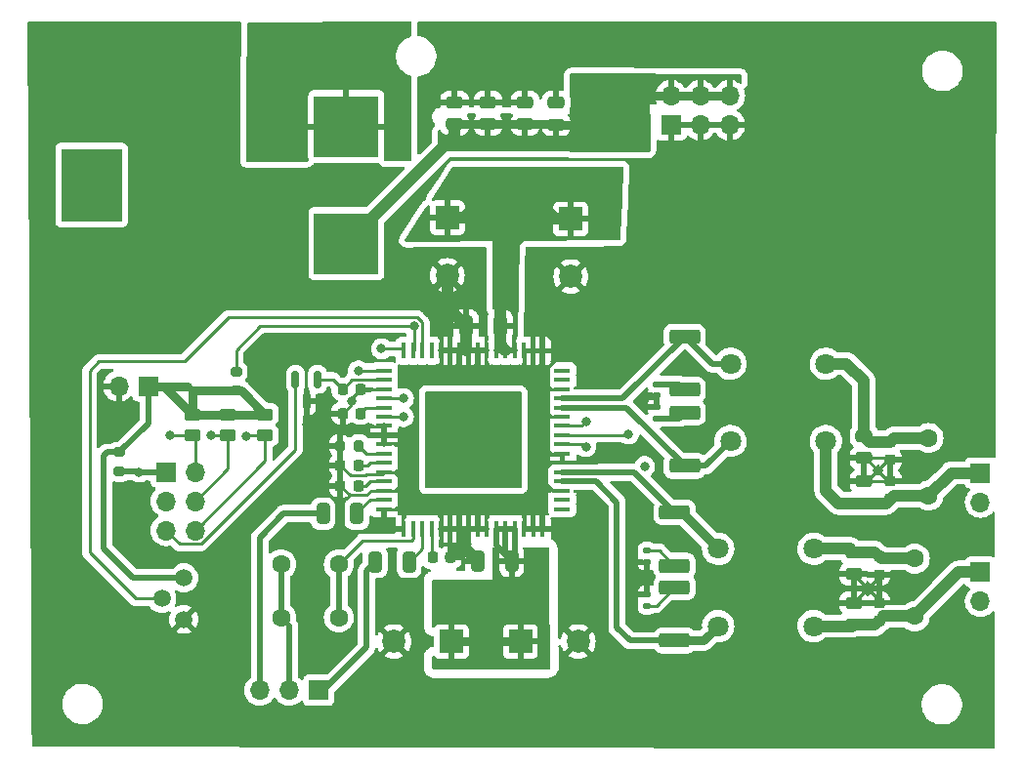
<source format=gtl>
G04 #@! TF.GenerationSoftware,KiCad,Pcbnew,(6.0.1)*
G04 #@! TF.CreationDate,2022-04-24T16:27:42-07:00*
G04 #@! TF.ProjectId,AudioAmp,41756469-6f41-46d7-902e-6b696361645f,rev?*
G04 #@! TF.SameCoordinates,Original*
G04 #@! TF.FileFunction,Copper,L1,Top*
G04 #@! TF.FilePolarity,Positive*
%FSLAX46Y46*%
G04 Gerber Fmt 4.6, Leading zero omitted, Abs format (unit mm)*
G04 Created by KiCad (PCBNEW (6.0.1)) date 2022-04-24 16:27:42*
%MOMM*%
%LPD*%
G01*
G04 APERTURE LIST*
G04 Aperture macros list*
%AMRoundRect*
0 Rectangle with rounded corners*
0 $1 Rounding radius*
0 $2 $3 $4 $5 $6 $7 $8 $9 X,Y pos of 4 corners*
0 Add a 4 corners polygon primitive as box body*
4,1,4,$2,$3,$4,$5,$6,$7,$8,$9,$2,$3,0*
0 Add four circle primitives for the rounded corners*
1,1,$1+$1,$2,$3*
1,1,$1+$1,$4,$5*
1,1,$1+$1,$6,$7*
1,1,$1+$1,$8,$9*
0 Add four rect primitives between the rounded corners*
20,1,$1+$1,$2,$3,$4,$5,0*
20,1,$1+$1,$4,$5,$6,$7,0*
20,1,$1+$1,$6,$7,$8,$9,0*
20,1,$1+$1,$8,$9,$2,$3,0*%
G04 Aperture macros list end*
G04 #@! TA.AperFunction,EtchedComponent*
%ADD10C,0.200000*%
G04 #@! TD*
G04 #@! TA.AperFunction,ComponentPad*
%ADD11C,1.600000*%
G04 #@! TD*
G04 #@! TA.AperFunction,SMDPad,CuDef*
%ADD12RoundRect,0.200000X-0.200000X-0.275000X0.200000X-0.275000X0.200000X0.275000X-0.200000X0.275000X0*%
G04 #@! TD*
G04 #@! TA.AperFunction,SMDPad,CuDef*
%ADD13RoundRect,0.250000X0.475000X-0.250000X0.475000X0.250000X-0.475000X0.250000X-0.475000X-0.250000X0*%
G04 #@! TD*
G04 #@! TA.AperFunction,ComponentPad*
%ADD14R,2.000000X2.000000*%
G04 #@! TD*
G04 #@! TA.AperFunction,ComponentPad*
%ADD15C,2.000000*%
G04 #@! TD*
G04 #@! TA.AperFunction,ComponentPad*
%ADD16C,1.800000*%
G04 #@! TD*
G04 #@! TA.AperFunction,ComponentPad*
%ADD17R,1.700000X1.700000*%
G04 #@! TD*
G04 #@! TA.AperFunction,ComponentPad*
%ADD18O,1.700000X1.700000*%
G04 #@! TD*
G04 #@! TA.AperFunction,SMDPad,CuDef*
%ADD19RoundRect,0.150000X-0.150000X0.587500X-0.150000X-0.587500X0.150000X-0.587500X0.150000X0.587500X0*%
G04 #@! TD*
G04 #@! TA.AperFunction,SMDPad,CuDef*
%ADD20RoundRect,0.225000X0.250000X-0.225000X0.250000X0.225000X-0.250000X0.225000X-0.250000X-0.225000X0*%
G04 #@! TD*
G04 #@! TA.AperFunction,SMDPad,CuDef*
%ADD21RoundRect,0.250000X-1.075000X0.362500X-1.075000X-0.362500X1.075000X-0.362500X1.075000X0.362500X0*%
G04 #@! TD*
G04 #@! TA.AperFunction,SMDPad,CuDef*
%ADD22RoundRect,0.250000X0.325000X0.650000X-0.325000X0.650000X-0.325000X-0.650000X0.325000X-0.650000X0*%
G04 #@! TD*
G04 #@! TA.AperFunction,SMDPad,CuDef*
%ADD23RoundRect,0.200000X-0.275000X0.200000X-0.275000X-0.200000X0.275000X-0.200000X0.275000X0.200000X0*%
G04 #@! TD*
G04 #@! TA.AperFunction,HeatsinkPad*
%ADD24C,0.508000*%
G04 #@! TD*
G04 #@! TA.AperFunction,ComponentPad*
%ADD25C,0.508000*%
G04 #@! TD*
G04 #@! TA.AperFunction,SMDPad,CuDef*
%ADD26R,1.404099X0.456400*%
G04 #@! TD*
G04 #@! TA.AperFunction,SMDPad,CuDef*
%ADD27R,0.456400X1.404099*%
G04 #@! TD*
G04 #@! TA.AperFunction,SMDPad,CuDef*
%ADD28RoundRect,0.250000X-0.325000X-0.650000X0.325000X-0.650000X0.325000X0.650000X-0.325000X0.650000X0*%
G04 #@! TD*
G04 #@! TA.AperFunction,SMDPad,CuDef*
%ADD29RoundRect,0.140000X0.170000X-0.140000X0.170000X0.140000X-0.170000X0.140000X-0.170000X-0.140000X0*%
G04 #@! TD*
G04 #@! TA.AperFunction,SMDPad,CuDef*
%ADD30RoundRect,0.250000X0.450000X-0.262500X0.450000X0.262500X-0.450000X0.262500X-0.450000X-0.262500X0*%
G04 #@! TD*
G04 #@! TA.AperFunction,SMDPad,CuDef*
%ADD31RoundRect,0.225000X0.225000X0.250000X-0.225000X0.250000X-0.225000X-0.250000X0.225000X-0.250000X0*%
G04 #@! TD*
G04 #@! TA.AperFunction,ComponentPad*
%ADD32C,1.498600*%
G04 #@! TD*
G04 #@! TA.AperFunction,SMDPad,CuDef*
%ADD33RoundRect,0.200000X0.275000X-0.200000X0.275000X0.200000X-0.275000X0.200000X-0.275000X-0.200000X0*%
G04 #@! TD*
G04 #@! TA.AperFunction,SMDPad,CuDef*
%ADD34R,5.588000X5.334000*%
G04 #@! TD*
G04 #@! TA.AperFunction,SMDPad,CuDef*
%ADD35R,5.283200X6.350000*%
G04 #@! TD*
G04 #@! TA.AperFunction,SMDPad,CuDef*
%ADD36RoundRect,0.225000X-0.225000X-0.250000X0.225000X-0.250000X0.225000X0.250000X-0.225000X0.250000X0*%
G04 #@! TD*
G04 #@! TA.AperFunction,ViaPad*
%ADD37C,0.800000*%
G04 #@! TD*
G04 #@! TA.AperFunction,Conductor*
%ADD38C,0.250000*%
G04 #@! TD*
G04 #@! TA.AperFunction,Conductor*
%ADD39C,0.500000*%
G04 #@! TD*
G04 #@! TA.AperFunction,Conductor*
%ADD40C,1.000000*%
G04 #@! TD*
G04 #@! TA.AperFunction,Conductor*
%ADD41C,0.750000*%
G04 #@! TD*
G04 #@! TA.AperFunction,Conductor*
%ADD42C,0.200000*%
G04 #@! TD*
G04 APERTURE END LIST*
D10*
X131637000Y-99692100D02*
X139837000Y-99692100D01*
X139837000Y-99692100D02*
X139837000Y-107892100D01*
X139837000Y-107892100D02*
X131637000Y-107892100D01*
X131637000Y-107892100D02*
X131637000Y-99692100D01*
G36*
X131637000Y-99692100D02*
G01*
X139837000Y-99692100D01*
X139837000Y-107892100D01*
X131637000Y-107892100D01*
X131637000Y-99692100D01*
G37*
D11*
X175195000Y-103630000D03*
X175195000Y-108630000D03*
D12*
X124175000Y-104300000D03*
X125825000Y-104300000D03*
D11*
X119100000Y-114600000D03*
X124100000Y-114600000D03*
D13*
X168700000Y-119850000D03*
X168700000Y-117950000D03*
D14*
X139832323Y-121300000D03*
D15*
X144832323Y-121300000D03*
D16*
X158040000Y-97190000D03*
X166300000Y-97190000D03*
X166300000Y-103900000D03*
X158040000Y-103900000D03*
D17*
X179700000Y-106660000D03*
D18*
X179700000Y-109200000D03*
D14*
X144200000Y-84632323D03*
D15*
X144200000Y-89632323D03*
D19*
X122250000Y-98562500D03*
X120350000Y-98562500D03*
X121300000Y-100437500D03*
D17*
X152875000Y-76475000D03*
D18*
X152875000Y-73935000D03*
X155415000Y-76475000D03*
X155415000Y-73935000D03*
X157955000Y-76475000D03*
X157955000Y-73935000D03*
D20*
X170900000Y-119475000D03*
X170900000Y-117925000D03*
D13*
X168700000Y-115450000D03*
X168700000Y-113550000D03*
D21*
X153200000Y-110087500D03*
X153200000Y-114712500D03*
D17*
X179700000Y-115270000D03*
D18*
X179700000Y-117810000D03*
D22*
X138075000Y-93900000D03*
X135125000Y-93900000D03*
D23*
X115200000Y-97875000D03*
X115200000Y-99525000D03*
D24*
X138492900Y-101036200D03*
X136918100Y-104185800D03*
X137705500Y-106548000D03*
X137705500Y-103398400D03*
X132981100Y-106548000D03*
X133768500Y-107335400D03*
X132193700Y-107335400D03*
X132193700Y-105760600D03*
X136130700Y-103398400D03*
X136918100Y-105760600D03*
X135343300Y-101036200D03*
X136130700Y-101823600D03*
X138492900Y-104185800D03*
X136918100Y-107335400D03*
X136918100Y-102611000D03*
X134555900Y-103398400D03*
X135343300Y-102611000D03*
X132193700Y-101036200D03*
X139280300Y-103398400D03*
X132193700Y-104185800D03*
X139280300Y-104973200D03*
X138492900Y-102611000D03*
X136130700Y-106548000D03*
X134555900Y-101823600D03*
D25*
X132981100Y-103398400D03*
D24*
X133768500Y-101036200D03*
X133768500Y-102611000D03*
X136918100Y-101036200D03*
X134555900Y-100248800D03*
X135343300Y-104185800D03*
X137705500Y-104973200D03*
X134555900Y-104973200D03*
X132981100Y-100248800D03*
X132193700Y-102611000D03*
X132981100Y-104973200D03*
X136130700Y-100248800D03*
X138492900Y-105760600D03*
X139280300Y-106548000D03*
X135343300Y-105760600D03*
X138492900Y-107335400D03*
X139280300Y-101823600D03*
X137705500Y-101823600D03*
X133768500Y-104185800D03*
X133768500Y-105760600D03*
X135343300Y-107335400D03*
X132981100Y-101823600D03*
X139280300Y-100248800D03*
X136130700Y-104973200D03*
X137705500Y-100248800D03*
X134555900Y-106548000D03*
D26*
X128011852Y-97792102D03*
X128011852Y-98592100D03*
X128011852Y-99392101D03*
X128011852Y-100192100D03*
X128011852Y-100992101D03*
X128011852Y-101792099D03*
X128011852Y-102592100D03*
X128011852Y-103392101D03*
X128011852Y-104192099D03*
X128011852Y-104992100D03*
X128011852Y-105792099D03*
X128011852Y-106592099D03*
X128011852Y-107392100D03*
X128011852Y-108192099D03*
X128011852Y-108992100D03*
X128011852Y-109792098D03*
D27*
X129737002Y-111517248D03*
X130537000Y-111517248D03*
X131337001Y-111517248D03*
X132137000Y-111517248D03*
X132937001Y-111517248D03*
X133737001Y-111517248D03*
X134537000Y-111517248D03*
X135337001Y-111517248D03*
X136136999Y-111517248D03*
X136937000Y-111517248D03*
X137737001Y-111517248D03*
X138536999Y-111517248D03*
X139337000Y-111517248D03*
X140136999Y-111517248D03*
X140937000Y-111517248D03*
X141736998Y-111517248D03*
D26*
X143462148Y-109792098D03*
X143462148Y-108992100D03*
X143462148Y-108192099D03*
X143462148Y-107392100D03*
X143462148Y-106592099D03*
X143462148Y-105792099D03*
X143462148Y-104992100D03*
X143462148Y-104192099D03*
X143462148Y-103392101D03*
X143462148Y-102592100D03*
X143462148Y-101792099D03*
X143462148Y-100992101D03*
X143462148Y-100192100D03*
X143462148Y-99392101D03*
X143462148Y-98592100D03*
X143462148Y-97792102D03*
D27*
X141736998Y-96066952D03*
X140937000Y-96066952D03*
X140136999Y-96066952D03*
X139337000Y-96066952D03*
X138536999Y-96066952D03*
X137736999Y-96066952D03*
X136937000Y-96066952D03*
X136136999Y-96066952D03*
X135337001Y-96066952D03*
X134537000Y-96066952D03*
X133736999Y-96066952D03*
X132937001Y-96066952D03*
X132137000Y-96066952D03*
X131337001Y-96066952D03*
X130537000Y-96066952D03*
X129737002Y-96066952D03*
D28*
X127245000Y-114390000D03*
X130195000Y-114390000D03*
X122725000Y-110200000D03*
X125675000Y-110200000D03*
D29*
X150800000Y-114380000D03*
X150800000Y-113420000D03*
D30*
X111400000Y-103412500D03*
X111400000Y-101587500D03*
D31*
X133775000Y-114000000D03*
X132225000Y-114000000D03*
D17*
X122325000Y-125525000D03*
D18*
X119785000Y-125525000D03*
X117245000Y-125525000D03*
D17*
X107575000Y-99125000D03*
D18*
X105035000Y-99125000D03*
D11*
X174000000Y-114100000D03*
X174000000Y-119100000D03*
D21*
X154070000Y-101432500D03*
X154070000Y-106057500D03*
D20*
X171895000Y-105505000D03*
X171895000Y-103955000D03*
D30*
X117700000Y-103412500D03*
X117700000Y-101587500D03*
D22*
X139075000Y-114300000D03*
X136125000Y-114300000D03*
D20*
X171895000Y-108905000D03*
X171895000Y-107355000D03*
D13*
X134125000Y-76415000D03*
X134125000Y-74515000D03*
X169595000Y-109300000D03*
X169595000Y-107400000D03*
D30*
X114500000Y-103412500D03*
X114500000Y-101587500D03*
D20*
X170900000Y-115475000D03*
X170900000Y-113925000D03*
D14*
X133867677Y-121300000D03*
D15*
X128867677Y-121300000D03*
D32*
X110664500Y-115765500D03*
X108764500Y-117565500D03*
X110664500Y-119365500D03*
D14*
X133500000Y-84532323D03*
D15*
X133500000Y-89532323D03*
D11*
X119100000Y-119200000D03*
X124100000Y-119200000D03*
D29*
X151670000Y-101925000D03*
X151670000Y-100965000D03*
D31*
X125775000Y-107800000D03*
X124225000Y-107800000D03*
X125975000Y-101500000D03*
X124425000Y-101500000D03*
D29*
X150800000Y-118180000D03*
X150800000Y-117220000D03*
D13*
X137025000Y-76415000D03*
X137025000Y-74515000D03*
X169595000Y-105380000D03*
X169595000Y-103480000D03*
D21*
X154070000Y-94832500D03*
X154070000Y-99457500D03*
D33*
X105100000Y-106525000D03*
X105100000Y-104875000D03*
D17*
X109125000Y-106575000D03*
D18*
X111665000Y-106575000D03*
X109125000Y-109115000D03*
X111665000Y-109115000D03*
X109125000Y-111655000D03*
X111665000Y-111655000D03*
D34*
X124751000Y-86780000D03*
X124751000Y-76620000D03*
D35*
X102678400Y-81700000D03*
D36*
X124425000Y-99400000D03*
X125975000Y-99400000D03*
D21*
X153200000Y-116587500D03*
X153200000Y-121212500D03*
D16*
X156970000Y-113245000D03*
X165230000Y-113245000D03*
X165230000Y-119955000D03*
X156970000Y-119955000D03*
D13*
X140225000Y-76415000D03*
X140225000Y-74515000D03*
X142925000Y-76440000D03*
X142925000Y-74540000D03*
D31*
X125775000Y-106000000D03*
X124225000Y-106000000D03*
D29*
X151670000Y-99925000D03*
X151670000Y-98965000D03*
D37*
X134900000Y-113000000D03*
X127000000Y-128270000D03*
X170180000Y-85090000D03*
X100330000Y-105410000D03*
X146500000Y-105500000D03*
X100360000Y-120660000D03*
X148590000Y-128270000D03*
X133350000Y-109220000D03*
X150500000Y-100100000D03*
X134290000Y-71080000D03*
X163860000Y-74950000D03*
X144780000Y-124460000D03*
X100330000Y-97790000D03*
X140600000Y-71120000D03*
X137160000Y-128270000D03*
X140970000Y-93980000D03*
X129700000Y-103400000D03*
X172720000Y-96520000D03*
X170180000Y-90170000D03*
X128000000Y-111500000D03*
X169900000Y-116700000D03*
X179070000Y-100330000D03*
X130810000Y-109220000D03*
X113030000Y-125730000D03*
X147320000Y-91440000D03*
X175260000Y-100330000D03*
X107950000Y-125730000D03*
X147320000Y-88900000D03*
X105410000Y-111760000D03*
X161290000Y-120650000D03*
X162170000Y-100545000D03*
X143510000Y-93980000D03*
X162560000Y-127000000D03*
X130810000Y-124460000D03*
X125200000Y-100400000D03*
X143500000Y-96100000D03*
X170180000Y-74930000D03*
X143510000Y-128270000D03*
X137410000Y-71120000D03*
X170180000Y-80010000D03*
X121920000Y-105410000D03*
X163830000Y-90170000D03*
X161290000Y-107950000D03*
X163830000Y-85090000D03*
X121300000Y-102500000D03*
X161290000Y-116840000D03*
X140970000Y-109220000D03*
X121920000Y-107950000D03*
X100330000Y-114300000D03*
X168910000Y-127000000D03*
X143170000Y-71120000D03*
X161290000Y-113030000D03*
X177800000Y-96520000D03*
X163830000Y-80010000D03*
X153670000Y-127000000D03*
X129540000Y-91440000D03*
X150800000Y-115800000D03*
X105410000Y-109220000D03*
X170795000Y-106430000D03*
X132080000Y-128270000D03*
X129700000Y-101800000D03*
X116100000Y-103500000D03*
X125800000Y-97800000D03*
X109500000Y-103400000D03*
X113000000Y-103400000D03*
X129700000Y-100200000D03*
X130600000Y-93900000D03*
X106800000Y-106600000D03*
X127800000Y-95900000D03*
X150600000Y-106100000D03*
X140700000Y-82500000D03*
X118900000Y-73700000D03*
X140700000Y-85300000D03*
X118900000Y-78100000D03*
X137000000Y-85300000D03*
X122100000Y-71200000D03*
X118900000Y-76100000D03*
X118900000Y-71200000D03*
X126800000Y-71200000D03*
X136900000Y-121300000D03*
X137000000Y-82500000D03*
X124700000Y-71200000D03*
X145500000Y-104400000D03*
X149200000Y-103300000D03*
X145500000Y-102200000D03*
D38*
X131337001Y-93612387D02*
X130900103Y-93175489D01*
X130900103Y-93175489D02*
X114537011Y-93175489D01*
X102500000Y-113600000D02*
X106465500Y-117565500D01*
X110712500Y-97000000D02*
X103300000Y-97000000D01*
X102500000Y-97800000D02*
X102500000Y-113600000D01*
X106465500Y-117565500D02*
X108764500Y-117565500D01*
X103300000Y-97000000D02*
X102500000Y-97800000D01*
X131337001Y-96066952D02*
X131337001Y-93612387D01*
X114537011Y-93175489D02*
X110712500Y-97000000D01*
D39*
X150500000Y-100100000D02*
X151495000Y-100100000D01*
D38*
X169825000Y-107400000D02*
X170795000Y-106430000D01*
D39*
X132937001Y-96066952D02*
X135066952Y-96066952D01*
D38*
X168700000Y-117950000D02*
X168700000Y-117900000D01*
D39*
X136937000Y-111517248D02*
X132937001Y-111517248D01*
D38*
X129300000Y-107856000D02*
X128963901Y-108192099D01*
D39*
X128011852Y-102592100D02*
X128011852Y-104192099D01*
D38*
X129300000Y-106928198D02*
X129300000Y-107856000D01*
X134900000Y-113000000D02*
X134775000Y-113000000D01*
D40*
X134900000Y-113075000D02*
X136125000Y-114300000D01*
D38*
X142200000Y-104682001D02*
X142200000Y-106102198D01*
X142100000Y-106202198D02*
X142100000Y-107609223D01*
X142510099Y-101792099D02*
X142200000Y-101482000D01*
X169595000Y-105380000D02*
X169595000Y-107400000D01*
X169595000Y-107400000D02*
X169825000Y-107400000D01*
X125200000Y-100400000D02*
X125200000Y-100175000D01*
X171895000Y-105505000D02*
X171720000Y-105505000D01*
D39*
X151670000Y-100965000D02*
X151670000Y-99925000D01*
D38*
X143466952Y-96066952D02*
X140136999Y-96066952D01*
X142510099Y-99392101D02*
X142200000Y-99082002D01*
X142682876Y-108192099D02*
X143462148Y-108192099D01*
X171895000Y-107355000D02*
X171720000Y-107355000D01*
D39*
X128011852Y-103392101D02*
X129892101Y-103392101D01*
D38*
X168700000Y-115500000D02*
X169900000Y-116700000D01*
D39*
X151495000Y-100100000D02*
X151670000Y-99925000D01*
D38*
X134900000Y-113000000D02*
X134900000Y-113075000D01*
D40*
X134775000Y-113000000D02*
X133775000Y-114000000D01*
D38*
X142510099Y-105792099D02*
X142100000Y-106202198D01*
X128003953Y-99400000D02*
X128011852Y-99392101D01*
X141770046Y-96100000D02*
X141736998Y-96066952D01*
X169745000Y-105380000D02*
X170795000Y-106430000D01*
X169595000Y-105380000D02*
X171770000Y-105380000D01*
X128963901Y-108192099D02*
X128011852Y-108192099D01*
D40*
X133500000Y-92275000D02*
X135125000Y-93900000D01*
D38*
X171720000Y-107355000D02*
X170795000Y-106430000D01*
X142200000Y-101482000D02*
X142200000Y-99082002D01*
X125024520Y-108599520D02*
X124225000Y-107800000D01*
X126500480Y-108599520D02*
X125024520Y-108599520D01*
X170900000Y-117925000D02*
X170900000Y-117700000D01*
X143462148Y-105792099D02*
X142510099Y-105792099D01*
D39*
X135066952Y-96066952D02*
X136937000Y-96066952D01*
D38*
X128011852Y-111388148D02*
X128000000Y-111400000D01*
X170900000Y-115475000D02*
X170900000Y-115700000D01*
X142200000Y-101482000D02*
X142200000Y-104682001D01*
X126500480Y-106799520D02*
X126400000Y-106900000D01*
X126907901Y-108192099D02*
X126500480Y-108599520D01*
X134900000Y-111880248D02*
X134537000Y-111517248D01*
X128011852Y-106592099D02*
X127804431Y-106799520D01*
X125200000Y-100725000D02*
X124425000Y-101500000D01*
D40*
X133500000Y-89532323D02*
X133500000Y-92275000D01*
D38*
X125200000Y-100400000D02*
X125200000Y-100725000D01*
X146207901Y-105792099D02*
X143462148Y-105792099D01*
X150800000Y-115800000D02*
X150800000Y-117220000D01*
X143462148Y-99392101D02*
X142510099Y-99392101D01*
X142200000Y-106102198D02*
X142100000Y-106202198D01*
X125125000Y-106900000D02*
X124225000Y-106000000D01*
X142100000Y-107609223D02*
X142682876Y-108192099D01*
X146500000Y-105500000D02*
X146207901Y-105792099D01*
X142200000Y-99082002D02*
X142200000Y-97474979D01*
X171770000Y-105380000D02*
X171895000Y-105505000D01*
X128963901Y-106592099D02*
X129300000Y-106928198D01*
X128011852Y-109792098D02*
X128011852Y-111388148D01*
X170900000Y-115700000D02*
X169900000Y-116700000D01*
X127804431Y-106799520D02*
X126500480Y-106799520D01*
D40*
X134900000Y-113000000D02*
X134900000Y-111880248D01*
D38*
X143500000Y-96100000D02*
X143466952Y-96066952D01*
X150800000Y-114380000D02*
X150800000Y-115800000D01*
X170900000Y-117700000D02*
X169900000Y-116700000D01*
X171895000Y-105505000D02*
X171895000Y-107355000D01*
X135125000Y-96008904D02*
X135066952Y-96066952D01*
X129719754Y-111500000D02*
X129737002Y-111517248D01*
X126400000Y-106900000D02*
X125125000Y-106900000D01*
X171720000Y-105505000D02*
X170795000Y-106430000D01*
X125200000Y-100175000D02*
X125975000Y-99400000D01*
X121300000Y-100437500D02*
X121300000Y-102500000D01*
X142200000Y-104682001D02*
X142510099Y-104992100D01*
X171850000Y-107400000D02*
X171895000Y-107355000D01*
X143500000Y-96174979D02*
X143500000Y-96100000D01*
X128011852Y-106592099D02*
X128963901Y-106592099D01*
X128011852Y-108192099D02*
X126907901Y-108192099D01*
X125975000Y-99400000D02*
X128003953Y-99400000D01*
X128000000Y-111500000D02*
X129719754Y-111500000D01*
X169595000Y-107400000D02*
X171850000Y-107400000D01*
X168700000Y-115450000D02*
X168700000Y-115500000D01*
X142510099Y-104992100D02*
X143462148Y-104992100D01*
X143462148Y-101792099D02*
X142510099Y-101792099D01*
X168700000Y-117900000D02*
X169900000Y-116700000D01*
X143462148Y-104992100D02*
X143462148Y-105792099D01*
X169595000Y-105380000D02*
X169745000Y-105380000D01*
D40*
X135125000Y-93900000D02*
X135125000Y-96008904D01*
D38*
X142200000Y-97474979D02*
X143500000Y-96174979D01*
X150800000Y-118180000D02*
X151607500Y-118180000D01*
X151607500Y-118180000D02*
X153200000Y-116587500D01*
D39*
X148200000Y-120100000D02*
X149312500Y-121212500D01*
X143462148Y-107392100D02*
X146392100Y-107392100D01*
D41*
X153200000Y-121212500D02*
X155712500Y-121212500D01*
D39*
X146392100Y-107392100D02*
X148200000Y-109200000D01*
X149312500Y-121212500D02*
X153200000Y-121212500D01*
X148200000Y-109200000D02*
X148200000Y-120100000D01*
D41*
X155712500Y-121212500D02*
X156970000Y-119955000D01*
D38*
X153812500Y-110087500D02*
X153200000Y-110087500D01*
D39*
X149704599Y-106592099D02*
X153200000Y-110087500D01*
D41*
X156970000Y-113245000D02*
X153812500Y-110087500D01*
D39*
X143462148Y-106592099D02*
X149704599Y-106592099D01*
D38*
X151907500Y-113420000D02*
X153200000Y-114712500D01*
X150800000Y-113420000D02*
X151907500Y-113420000D01*
D39*
X154070000Y-101432500D02*
X153577500Y-101925000D01*
X153577500Y-101925000D02*
X151670000Y-101925000D01*
X143462148Y-100992101D02*
X149004601Y-100992101D01*
X155882500Y-106057500D02*
X158040000Y-103900000D01*
X149004601Y-100992101D02*
X154070000Y-106057500D01*
X154070000Y-106057500D02*
X155882500Y-106057500D01*
X143462148Y-100192100D02*
X144414197Y-100192100D01*
X144414197Y-100192100D02*
X148710400Y-100192100D01*
X156427500Y-97190000D02*
X158040000Y-97190000D01*
X154070000Y-94832500D02*
X156427500Y-97190000D01*
X148710400Y-100192100D02*
X154070000Y-94832500D01*
X153577500Y-98965000D02*
X154070000Y-99457500D01*
X151670000Y-98965000D02*
X153577500Y-98965000D01*
D38*
X117700000Y-105620000D02*
X117700000Y-103412500D01*
X128011852Y-101792099D02*
X129692099Y-101792099D01*
X117700000Y-103412500D02*
X116187500Y-103412500D01*
X129692099Y-101792099D02*
X129700000Y-101800000D01*
X111665000Y-111655000D02*
X117700000Y-105620000D01*
X116187500Y-103412500D02*
X116100000Y-103500000D01*
D41*
X107575000Y-99125000D02*
X111012500Y-99125000D01*
D38*
X111012500Y-99125000D02*
X111400000Y-99512500D01*
D41*
X108937500Y-99125000D02*
X111400000Y-101587500D01*
X114500000Y-101587500D02*
X117700000Y-101587500D01*
D38*
X107575000Y-99125000D02*
X108937500Y-99125000D01*
D39*
X103710000Y-105190000D02*
X103710000Y-113190000D01*
D38*
X115200000Y-99525000D02*
X115637500Y-99525000D01*
D41*
X111400000Y-101587500D02*
X114500000Y-101587500D01*
D39*
X105100000Y-104875000D02*
X107575000Y-102400000D01*
X103710000Y-113190000D02*
X106285500Y-115765500D01*
D41*
X115637500Y-99525000D02*
X117700000Y-101587500D01*
X111400000Y-99512500D02*
X111400000Y-101587500D01*
D39*
X107575000Y-102400000D02*
X107575000Y-99125000D01*
X104025000Y-104875000D02*
X103710000Y-105190000D01*
D38*
X115187500Y-99512500D02*
X115200000Y-99525000D01*
D41*
X111400000Y-99512500D02*
X115187500Y-99512500D01*
D39*
X105100000Y-104875000D02*
X104025000Y-104875000D01*
X106285500Y-115765500D02*
X110664500Y-115765500D01*
D38*
X111665000Y-103677500D02*
X111665000Y-106575000D01*
X111387500Y-103400000D02*
X111400000Y-103412500D01*
X111400000Y-103412500D02*
X111665000Y-103677500D01*
X109500000Y-103400000D02*
X111387500Y-103400000D01*
X128003954Y-97800000D02*
X128011852Y-97792102D01*
X125800000Y-97800000D02*
X128003954Y-97800000D01*
X111665000Y-109115000D02*
X114500000Y-106280000D01*
X113000000Y-103400000D02*
X114487500Y-103400000D01*
X129692100Y-100192100D02*
X129700000Y-100200000D01*
X114487500Y-103400000D02*
X114500000Y-103412500D01*
X128011852Y-100192100D02*
X129692100Y-100192100D01*
X114500000Y-106280000D02*
X114500000Y-103862020D01*
X125825000Y-104300000D02*
X126517100Y-104992100D01*
X126517100Y-104992100D02*
X128011852Y-104992100D01*
X117300000Y-93900000D02*
X130600000Y-93900000D01*
X115200000Y-96000000D02*
X117300000Y-93900000D01*
X130600000Y-96003952D02*
X130537000Y-96066952D01*
X130600000Y-93900000D02*
X130600000Y-96003952D01*
X115200000Y-97875000D02*
X115200000Y-96000000D01*
X127800000Y-95900000D02*
X129570050Y-95900000D01*
D39*
X109125000Y-106575000D02*
X106825000Y-106575000D01*
D38*
X129570050Y-95900000D02*
X129737002Y-96066952D01*
X106725000Y-106525000D02*
X106800000Y-106600000D01*
X106825000Y-106575000D02*
X106800000Y-106600000D01*
D39*
X105100000Y-106525000D02*
X106725000Y-106525000D01*
D38*
X124425000Y-99400000D02*
X125232900Y-98592100D01*
X125232900Y-98592100D02*
X128011852Y-98592100D01*
X122250000Y-98562500D02*
X123587500Y-98562500D01*
X123587500Y-98562500D02*
X124425000Y-99400000D01*
X120350000Y-104631010D02*
X120350000Y-98562500D01*
X110299511Y-112829511D02*
X112151499Y-112829511D01*
X112151499Y-112829511D02*
X120350000Y-104631010D01*
X109125000Y-111655000D02*
X110299511Y-112829511D01*
D41*
X146160000Y-76440000D02*
X142925000Y-76440000D01*
D38*
X134185000Y-76475000D02*
X134125000Y-76415000D01*
D40*
X134125000Y-77406000D02*
X124751000Y-86780000D01*
D41*
X157955000Y-73935000D02*
X148665000Y-73935000D01*
D40*
X134125000Y-76415000D02*
X134125000Y-77406000D01*
D41*
X148665000Y-73935000D02*
X146160000Y-76440000D01*
X134125000Y-76415000D02*
X142900000Y-76415000D01*
D38*
X142900000Y-76415000D02*
X142925000Y-76440000D01*
D40*
X141367677Y-84632323D02*
X140700000Y-85300000D01*
X136232323Y-84532323D02*
X137000000Y-85300000D01*
D38*
X133500000Y-84532323D02*
X134967677Y-84532323D01*
D40*
X138075000Y-86375000D02*
X138075000Y-87925000D01*
X133500000Y-84532323D02*
X136232323Y-84532323D01*
X138075000Y-93900000D02*
X138075000Y-95604953D01*
D39*
X137737001Y-111517248D02*
X139337000Y-111517248D01*
D40*
X140700000Y-85300000D02*
X138075000Y-87925000D01*
D39*
X139337000Y-114038000D02*
X139337000Y-111517248D01*
D38*
X139075000Y-114300000D02*
X138536999Y-113761999D01*
D41*
X133867677Y-121300000D02*
X136900000Y-121300000D01*
D40*
X134967677Y-84532323D02*
X137000000Y-82500000D01*
D39*
X138536999Y-113761999D02*
X138536999Y-111517248D01*
X139075000Y-114300000D02*
X137737001Y-112962001D01*
D40*
X138075000Y-87925000D02*
X138075000Y-93900000D01*
D41*
X136900000Y-121300000D02*
X139832323Y-121300000D01*
D38*
X139575000Y-114300000D02*
X139337000Y-114062000D01*
X139075000Y-114300000D02*
X139337000Y-114038000D01*
X144200000Y-84632323D02*
X142832323Y-84632323D01*
D40*
X144200000Y-84632323D02*
X141367677Y-84632323D01*
X137000000Y-85300000D02*
X138075000Y-86375000D01*
X138075000Y-95604953D02*
X138536999Y-96066952D01*
D39*
X137736999Y-96066952D02*
X139337000Y-96066952D01*
D40*
X142832323Y-84632323D02*
X140700000Y-82500000D01*
D39*
X137737001Y-112962001D02*
X137737001Y-111517248D01*
D40*
X172220000Y-103630000D02*
X175195000Y-103630000D01*
X171895000Y-103955000D02*
X172220000Y-103630000D01*
X166300000Y-97190000D02*
X168090000Y-97190000D01*
X169595000Y-103480000D02*
X170070000Y-103955000D01*
X168090000Y-97190000D02*
X169595000Y-98695000D01*
X170070000Y-103955000D02*
X171895000Y-103955000D01*
X169595000Y-98695000D02*
X169595000Y-103480000D01*
X175195000Y-108630000D02*
X177165000Y-106660000D01*
X166300000Y-108200000D02*
X167400000Y-109300000D01*
X177165000Y-106660000D02*
X179700000Y-106660000D01*
X167400000Y-109300000D02*
X169595000Y-109300000D01*
X166300000Y-103900000D02*
X166300000Y-108200000D01*
X172170000Y-108630000D02*
X175195000Y-108630000D01*
X171500000Y-109300000D02*
X172170000Y-108630000D01*
X169595000Y-109300000D02*
X171500000Y-109300000D01*
X171075000Y-114100000D02*
X174000000Y-114100000D01*
D42*
X170975000Y-114100000D02*
X170900000Y-114025000D01*
D40*
X170525000Y-113550000D02*
X170900000Y-113925000D01*
X168700000Y-113550000D02*
X170525000Y-113550000D01*
D42*
X170900000Y-113925000D02*
X171075000Y-114100000D01*
D40*
X165230000Y-113245000D02*
X168395000Y-113245000D01*
D41*
X168395000Y-113245000D02*
X168700000Y-113550000D01*
D40*
X171275000Y-119100000D02*
X174000000Y-119100000D01*
D42*
X170900000Y-119475000D02*
X171275000Y-119100000D01*
D40*
X165230000Y-119955000D02*
X168595000Y-119955000D01*
X170525000Y-119850000D02*
X170900000Y-119475000D01*
X174000000Y-119100000D02*
X177830000Y-115270000D01*
X177830000Y-115270000D02*
X179700000Y-115270000D01*
D41*
X168595000Y-119955000D02*
X168700000Y-119850000D01*
D40*
X168700000Y-119850000D02*
X170525000Y-119850000D01*
D38*
X125875000Y-101500000D02*
X126382899Y-100992101D01*
X126382899Y-100992101D02*
X128011852Y-100992101D01*
X125775000Y-106000000D02*
X126600000Y-106000000D01*
X126600000Y-106000000D02*
X126807901Y-105792099D01*
X126807901Y-105792099D02*
X128011852Y-105792099D01*
X126400000Y-107800000D02*
X126807900Y-107392100D01*
X126807900Y-107392100D02*
X128011852Y-107392100D01*
X125775000Y-107800000D02*
X126400000Y-107800000D01*
X125675000Y-110125000D02*
X126807900Y-108992100D01*
X125675000Y-110200000D02*
X125675000Y-110125000D01*
X126807900Y-108992100D02*
X128011852Y-108992100D01*
X124100000Y-114600000D02*
X126156192Y-112543808D01*
X130537000Y-112363000D02*
X130537000Y-111517248D01*
D39*
X124100000Y-114600000D02*
X124100000Y-119200000D01*
D38*
X126156192Y-112543808D02*
X130356192Y-112543808D01*
X130356192Y-112543808D02*
X130537000Y-112363000D01*
X131337001Y-113247999D02*
X130195000Y-114390000D01*
X131337001Y-111517248D02*
X131337001Y-113247999D01*
X132137000Y-111517248D02*
X132137000Y-113912000D01*
X132137000Y-113912000D02*
X132225000Y-114000000D01*
X145292099Y-104192099D02*
X145500000Y-104400000D01*
X143462148Y-104192099D02*
X145292099Y-104192099D01*
X149107899Y-103392101D02*
X149200000Y-103300000D01*
X143462148Y-103392101D02*
X149107899Y-103392101D01*
X145107900Y-102592100D02*
X145500000Y-102200000D01*
X143462148Y-102592100D02*
X145107900Y-102592100D01*
D39*
X119300000Y-110200000D02*
X122725000Y-110200000D01*
X117245000Y-125525000D02*
X117245000Y-112255000D01*
X117245000Y-112255000D02*
X119300000Y-110200000D01*
X119785000Y-125525000D02*
X119785000Y-119885000D01*
X119100000Y-119200000D02*
X119100000Y-114600000D01*
D38*
X119785000Y-119885000D02*
X119100000Y-119200000D01*
D39*
X126500000Y-121800000D02*
X126500000Y-115135000D01*
X126500000Y-115135000D02*
X127245000Y-114390000D01*
D38*
X122325000Y-125525000D02*
X122775000Y-125525000D01*
D39*
X122775000Y-125525000D02*
X126500000Y-121800000D01*
G04 #@! TA.AperFunction,Conductor*
G36*
X115605350Y-67520002D02*
G01*
X115651843Y-67573658D01*
X115661794Y-67644963D01*
X115653855Y-67697110D01*
X115653854Y-67697117D01*
X115653179Y-67701554D01*
X115605225Y-73504016D01*
X115581757Y-76343687D01*
X115555262Y-79549544D01*
X115566717Y-79661090D01*
X115567452Y-79664489D01*
X115572730Y-79688901D01*
X115578399Y-79715124D01*
X115579507Y-79718427D01*
X115579507Y-79718429D01*
X115602610Y-79787334D01*
X115614042Y-79821432D01*
X115692905Y-79942623D01*
X115739702Y-79996013D01*
X115743112Y-79998934D01*
X115743117Y-79998939D01*
X115842660Y-80084209D01*
X115849507Y-80090074D01*
X115981371Y-80149392D01*
X116049603Y-80169007D01*
X116192844Y-80188773D01*
X117778204Y-80179760D01*
X121372822Y-80159325D01*
X121374464Y-80159229D01*
X121374473Y-80159229D01*
X121396791Y-80157928D01*
X121426086Y-80156220D01*
X121452359Y-80153298D01*
X121505020Y-80144620D01*
X121640410Y-80093864D01*
X121702665Y-80059735D01*
X121818271Y-79972892D01*
X121904729Y-79856996D01*
X121906879Y-79853043D01*
X121909305Y-79849254D01*
X121910199Y-79849826D01*
X121956865Y-79803010D01*
X122017428Y-79787500D01*
X124957009Y-79787499D01*
X127525845Y-79787499D01*
X127593966Y-79807501D01*
X127631454Y-79844776D01*
X127650890Y-79874644D01*
X127697687Y-79928034D01*
X127701104Y-79930961D01*
X127701108Y-79930965D01*
X127756374Y-79978306D01*
X127807494Y-80022096D01*
X127939358Y-80081414D01*
X128007591Y-80101029D01*
X128012042Y-80101643D01*
X128012046Y-80101644D01*
X128074409Y-80110249D01*
X128150830Y-80120794D01*
X129699184Y-80111992D01*
X129767416Y-80131607D01*
X129814213Y-80184997D01*
X129824716Y-80255212D01*
X129795591Y-80319960D01*
X129788994Y-80327085D01*
X126540485Y-83575595D01*
X126478173Y-83609621D01*
X126451390Y-83612500D01*
X122191996Y-83612501D01*
X121909624Y-83612501D01*
X121906230Y-83612870D01*
X121906224Y-83612870D01*
X121856278Y-83618295D01*
X121856274Y-83618296D01*
X121848420Y-83619149D01*
X121714176Y-83669474D01*
X121706997Y-83674854D01*
X121706994Y-83674856D01*
X121606635Y-83750072D01*
X121599454Y-83755454D01*
X121594072Y-83762635D01*
X121518856Y-83862994D01*
X121518854Y-83862997D01*
X121513474Y-83870176D01*
X121463149Y-84004420D01*
X121456500Y-84065623D01*
X121456501Y-89494376D01*
X121456870Y-89497770D01*
X121456870Y-89497776D01*
X121460945Y-89535288D01*
X121463149Y-89555580D01*
X121513474Y-89689824D01*
X121518854Y-89697003D01*
X121518856Y-89697006D01*
X121576388Y-89773769D01*
X121599454Y-89804546D01*
X121606635Y-89809928D01*
X121706994Y-89885144D01*
X121706997Y-89885146D01*
X121714176Y-89890526D01*
X121803561Y-89924034D01*
X121841025Y-89938079D01*
X121841027Y-89938079D01*
X121848420Y-89940851D01*
X121856270Y-89941704D01*
X121856271Y-89941704D01*
X121906217Y-89947130D01*
X121909623Y-89947500D01*
X124750584Y-89947500D01*
X127592376Y-89947499D01*
X127595770Y-89947130D01*
X127595776Y-89947130D01*
X127645722Y-89941705D01*
X127645726Y-89941704D01*
X127653580Y-89940851D01*
X127787824Y-89890526D01*
X127795003Y-89885146D01*
X127795006Y-89885144D01*
X127895365Y-89809928D01*
X127902546Y-89804546D01*
X127925612Y-89773769D01*
X127983144Y-89697006D01*
X127983146Y-89697003D01*
X127988526Y-89689824D01*
X128038851Y-89555580D01*
X128040842Y-89537253D01*
X131987725Y-89537253D01*
X132005572Y-89764022D01*
X132007115Y-89773769D01*
X132060217Y-89994950D01*
X132063266Y-90004335D01*
X132150313Y-90214486D01*
X132154795Y-90223281D01*
X132257432Y-90390768D01*
X132267890Y-90400230D01*
X132276666Y-90396447D01*
X133127978Y-89545135D01*
X133134356Y-89533455D01*
X133864408Y-89533455D01*
X133864539Y-89535288D01*
X133868790Y-89541903D01*
X134720290Y-90393403D01*
X134732670Y-90400163D01*
X134740320Y-90394436D01*
X134845205Y-90223281D01*
X134849687Y-90214486D01*
X134936734Y-90004335D01*
X134939783Y-89994950D01*
X134992885Y-89773769D01*
X134994428Y-89764022D01*
X135012275Y-89537253D01*
X135012275Y-89527393D01*
X134994428Y-89300624D01*
X134992885Y-89290877D01*
X134939783Y-89069696D01*
X134936734Y-89060311D01*
X134849687Y-88850160D01*
X134845205Y-88841365D01*
X134742568Y-88673878D01*
X134732110Y-88664416D01*
X134723334Y-88668199D01*
X133872022Y-89519511D01*
X133864408Y-89533455D01*
X133134356Y-89533455D01*
X133135592Y-89531191D01*
X133135461Y-89529358D01*
X133131210Y-89522743D01*
X132279710Y-88671243D01*
X132267330Y-88664483D01*
X132259680Y-88670210D01*
X132154795Y-88841365D01*
X132150313Y-88850160D01*
X132063266Y-89060311D01*
X132060217Y-89069696D01*
X132007115Y-89290877D01*
X132005572Y-89300624D01*
X131987725Y-89527393D01*
X131987725Y-89537253D01*
X128040842Y-89537253D01*
X128041056Y-89535288D01*
X128045131Y-89497774D01*
X128045131Y-89497773D01*
X128045500Y-89494377D01*
X128045500Y-88300213D01*
X132632093Y-88300213D01*
X132635876Y-88308989D01*
X133487188Y-89160301D01*
X133501132Y-89167915D01*
X133502965Y-89167784D01*
X133509580Y-89163533D01*
X134361080Y-88312033D01*
X134367840Y-88299653D01*
X134362113Y-88292003D01*
X134190958Y-88187118D01*
X134182163Y-88182636D01*
X133972012Y-88095589D01*
X133962627Y-88092540D01*
X133741446Y-88039438D01*
X133731699Y-88037895D01*
X133504930Y-88020048D01*
X133495070Y-88020048D01*
X133268301Y-88037895D01*
X133258554Y-88039438D01*
X133037373Y-88092540D01*
X133027988Y-88095589D01*
X132817837Y-88182636D01*
X132809042Y-88187118D01*
X132641555Y-88289755D01*
X132632093Y-88300213D01*
X128045500Y-88300213D01*
X128045499Y-86385855D01*
X129307241Y-86385855D01*
X129308009Y-86530445D01*
X129308673Y-86534893D01*
X129308673Y-86534897D01*
X129311013Y-86550580D01*
X129318486Y-86600664D01*
X129359960Y-86739184D01*
X129438778Y-86860405D01*
X129441741Y-86863787D01*
X129441744Y-86863792D01*
X129462828Y-86887864D01*
X129485556Y-86913813D01*
X129488967Y-86916737D01*
X129488968Y-86916738D01*
X129584456Y-86998592D01*
X129595336Y-87007919D01*
X129727179Y-87067284D01*
X129756393Y-87075693D01*
X129791078Y-87085678D01*
X129791085Y-87085679D01*
X129795405Y-87086923D01*
X129799863Y-87087540D01*
X129799864Y-87087540D01*
X129934170Y-87106121D01*
X129938630Y-87106738D01*
X131146333Y-87100314D01*
X136765330Y-87070426D01*
X136833556Y-87090065D01*
X136880334Y-87143473D01*
X136892000Y-87196424D01*
X136892000Y-92392806D01*
X136894038Y-92438264D01*
X136896056Y-92460725D01*
X136902155Y-92505824D01*
X136920958Y-92562184D01*
X136946144Y-92637675D01*
X136947915Y-92642984D01*
X136949928Y-92646998D01*
X136949930Y-92647003D01*
X136977727Y-92702435D01*
X136977731Y-92702442D01*
X136979740Y-92706448D01*
X136982303Y-92710134D01*
X136982305Y-92710137D01*
X137051947Y-92810286D01*
X137074500Y-92882221D01*
X137074500Y-92884764D01*
X137064383Y-92930400D01*
X137065186Y-92930666D01*
X137013199Y-93087400D01*
X137010090Y-93096772D01*
X136999500Y-93200134D01*
X136999500Y-94599866D01*
X136999837Y-94603112D01*
X136999837Y-94603116D01*
X137004858Y-94651500D01*
X137010359Y-94704519D01*
X137012540Y-94711055D01*
X137012540Y-94711057D01*
X137065744Y-94870529D01*
X137064622Y-94870903D01*
X137074500Y-94915272D01*
X137074500Y-95075642D01*
X137062851Y-95121171D01*
X137065273Y-95122079D01*
X137018025Y-95248116D01*
X137014948Y-95256323D01*
X137014095Y-95264173D01*
X137014095Y-95264174D01*
X137012990Y-95274342D01*
X137008299Y-95317526D01*
X137008299Y-95865063D01*
X137002890Y-95901585D01*
X136995453Y-95926140D01*
X136995452Y-95926145D01*
X136993332Y-95933145D01*
X136982496Y-96107814D01*
X136983736Y-96115030D01*
X136983736Y-96115032D01*
X137006480Y-96247391D01*
X137008300Y-96268729D01*
X137008300Y-96816377D01*
X137014948Y-96877581D01*
X137065273Y-97011825D01*
X137070653Y-97019003D01*
X137070655Y-97019007D01*
X137140026Y-97111567D01*
X137164874Y-97178073D01*
X137165200Y-97187132D01*
X137165200Y-97258885D01*
X137169675Y-97274124D01*
X137171065Y-97275329D01*
X137178748Y-97277000D01*
X137209869Y-97277000D01*
X137216690Y-97276630D01*
X137267550Y-97271106D01*
X137282810Y-97267478D01*
X137303455Y-97259739D01*
X137374262Y-97254556D01*
X137391906Y-97259737D01*
X137392817Y-97260078D01*
X137392823Y-97260079D01*
X137400219Y-97262852D01*
X137408069Y-97263705D01*
X137408070Y-97263705D01*
X137442819Y-97267480D01*
X137461422Y-97269501D01*
X137736958Y-97269501D01*
X138012575Y-97269500D01*
X138015969Y-97269131D01*
X138015975Y-97269131D01*
X138065921Y-97263706D01*
X138065925Y-97263705D01*
X138073779Y-97262852D01*
X138081182Y-97260077D01*
X138092772Y-97255732D01*
X138163579Y-97250550D01*
X138181227Y-97255732D01*
X138200219Y-97262852D01*
X138208069Y-97263705D01*
X138208070Y-97263705D01*
X138242819Y-97267480D01*
X138261422Y-97269501D01*
X138536958Y-97269501D01*
X138812575Y-97269500D01*
X138815969Y-97269131D01*
X138815975Y-97269131D01*
X138865921Y-97263706D01*
X138865925Y-97263705D01*
X138873779Y-97262852D01*
X138892773Y-97255732D01*
X138963576Y-97250549D01*
X138981219Y-97255729D01*
X139000220Y-97262852D01*
X139008070Y-97263705D01*
X139008071Y-97263705D01*
X139042820Y-97267480D01*
X139061423Y-97269501D01*
X139336959Y-97269501D01*
X139612576Y-97269500D01*
X139615970Y-97269131D01*
X139615976Y-97269131D01*
X139665929Y-97263705D01*
X139665931Y-97263705D01*
X139673780Y-97262852D01*
X139681170Y-97260082D01*
X139681181Y-97260079D01*
X139682093Y-97259737D01*
X139682852Y-97259681D01*
X139688865Y-97258252D01*
X139689096Y-97259225D01*
X139752901Y-97254557D01*
X139770544Y-97259739D01*
X139791194Y-97267480D01*
X139806442Y-97271106D01*
X139857313Y-97276632D01*
X139864127Y-97277001D01*
X139890684Y-97277001D01*
X139905923Y-97272526D01*
X139907128Y-97271136D01*
X139908799Y-97263453D01*
X139908799Y-97258885D01*
X140365199Y-97258885D01*
X140369674Y-97274124D01*
X140371064Y-97275329D01*
X140378747Y-97277000D01*
X140409868Y-97277000D01*
X140416689Y-97276630D01*
X140467549Y-97271106D01*
X140482802Y-97267480D01*
X140492770Y-97263743D01*
X140563577Y-97258560D01*
X140581233Y-97263744D01*
X140591204Y-97267482D01*
X140606443Y-97271106D01*
X140657314Y-97276632D01*
X140664128Y-97277001D01*
X140690685Y-97277001D01*
X140705924Y-97272526D01*
X140707129Y-97271136D01*
X140708800Y-97263453D01*
X140708800Y-97258885D01*
X141165200Y-97258885D01*
X141169675Y-97274124D01*
X141171065Y-97275329D01*
X141178748Y-97277000D01*
X141209869Y-97277000D01*
X141216690Y-97276630D01*
X141267552Y-97271106D01*
X141282807Y-97267479D01*
X141292768Y-97263745D01*
X141363575Y-97258561D01*
X141381230Y-97263745D01*
X141391188Y-97267478D01*
X141406447Y-97271106D01*
X141457312Y-97276632D01*
X141464126Y-97277001D01*
X141490683Y-97277001D01*
X141505922Y-97272526D01*
X141507127Y-97271136D01*
X141508798Y-97263453D01*
X141508798Y-97258885D01*
X141965198Y-97258885D01*
X141969673Y-97274124D01*
X141971063Y-97275329D01*
X141978746Y-97277000D01*
X142009867Y-97277000D01*
X142016688Y-97276630D01*
X142067550Y-97271106D01*
X142082804Y-97267479D01*
X142118689Y-97254027D01*
X142189496Y-97248844D01*
X142251865Y-97282765D01*
X142285994Y-97345020D01*
X142280900Y-97416237D01*
X142266248Y-97455322D01*
X142265395Y-97463172D01*
X142265395Y-97463173D01*
X142263669Y-97479064D01*
X142259599Y-97516525D01*
X142259600Y-98067678D01*
X142259969Y-98071072D01*
X142259969Y-98071078D01*
X142265373Y-98120824D01*
X142266248Y-98128882D01*
X142270732Y-98140842D01*
X142273368Y-98147874D01*
X142278550Y-98218681D01*
X142273370Y-98236323D01*
X142266248Y-98255320D01*
X142259599Y-98316523D01*
X142259600Y-98867676D01*
X142259969Y-98871070D01*
X142259969Y-98871076D01*
X142262134Y-98891002D01*
X142266248Y-98928880D01*
X142269363Y-98937190D01*
X142269419Y-98937947D01*
X142270849Y-98943963D01*
X142269876Y-98944194D01*
X142274545Y-99007996D01*
X142269362Y-99025646D01*
X142261621Y-99046296D01*
X142257994Y-99061550D01*
X142252468Y-99112415D01*
X142252099Y-99119229D01*
X142252099Y-99145786D01*
X142256574Y-99161025D01*
X142257964Y-99162230D01*
X142265647Y-99163901D01*
X142341971Y-99163901D01*
X142410092Y-99183903D01*
X142417519Y-99189063D01*
X142517275Y-99263826D01*
X142540723Y-99272616D01*
X142544729Y-99274118D01*
X142601494Y-99316759D01*
X142626194Y-99383321D01*
X142610987Y-99452670D01*
X142560701Y-99502788D01*
X142544729Y-99510082D01*
X142517275Y-99520374D01*
X142510096Y-99525754D01*
X142510093Y-99525756D01*
X142417533Y-99595127D01*
X142351027Y-99619975D01*
X142341968Y-99620301D01*
X142270215Y-99620301D01*
X142254976Y-99624776D01*
X142253771Y-99626166D01*
X142252100Y-99633849D01*
X142252100Y-99664970D01*
X142252470Y-99671791D01*
X142257994Y-99722651D01*
X142261622Y-99737911D01*
X142269361Y-99758556D01*
X142274544Y-99829363D01*
X142269363Y-99847007D01*
X142269022Y-99847918D01*
X142269021Y-99847924D01*
X142266248Y-99855320D01*
X142259599Y-99916523D01*
X142259600Y-100467676D01*
X142259969Y-100471070D01*
X142259969Y-100471076D01*
X142264740Y-100514996D01*
X142266248Y-100528880D01*
X142273367Y-100547871D01*
X142278552Y-100618674D01*
X142273372Y-100636317D01*
X142266248Y-100655321D01*
X142259599Y-100716524D01*
X142259600Y-101267677D01*
X142259969Y-101271071D01*
X142259969Y-101271077D01*
X142262592Y-101295221D01*
X142266248Y-101328881D01*
X142269359Y-101337180D01*
X142269414Y-101337929D01*
X142270849Y-101343964D01*
X142269873Y-101344196D01*
X142274547Y-101407985D01*
X142269362Y-101425645D01*
X142261618Y-101446301D01*
X142257994Y-101461542D01*
X142252468Y-101512413D01*
X142252099Y-101519227D01*
X142252099Y-101545784D01*
X142256574Y-101561023D01*
X142257964Y-101562228D01*
X142265647Y-101563899D01*
X142341967Y-101563899D01*
X142410088Y-101583901D01*
X142417515Y-101589061D01*
X142517275Y-101663827D01*
X142544728Y-101674118D01*
X142601491Y-101716757D01*
X142626193Y-101783318D01*
X142610987Y-101852668D01*
X142560702Y-101902787D01*
X142544733Y-101910081D01*
X142517275Y-101920374D01*
X142417534Y-101995126D01*
X142351030Y-102019973D01*
X142341971Y-102020299D01*
X142270215Y-102020299D01*
X142254976Y-102024774D01*
X142253771Y-102026164D01*
X142252100Y-102033847D01*
X142252100Y-102064968D01*
X142252470Y-102071789D01*
X142257994Y-102122651D01*
X142261620Y-102137903D01*
X142269361Y-102158551D01*
X142274546Y-102229358D01*
X142269364Y-102247006D01*
X142269021Y-102247920D01*
X142269019Y-102247928D01*
X142266248Y-102255320D01*
X142259599Y-102316523D01*
X142259600Y-102867676D01*
X142259969Y-102871070D01*
X142259969Y-102871076D01*
X142264503Y-102912811D01*
X142266248Y-102928880D01*
X142273368Y-102947874D01*
X142278551Y-103018677D01*
X142273371Y-103036320D01*
X142266248Y-103055321D01*
X142259599Y-103116524D01*
X142259600Y-103667677D01*
X142259969Y-103671071D01*
X142259969Y-103671077D01*
X142260288Y-103674007D01*
X142266248Y-103728881D01*
X142273367Y-103747869D01*
X142273368Y-103747873D01*
X142278550Y-103818680D01*
X142273370Y-103836322D01*
X142266248Y-103855319D01*
X142259599Y-103916522D01*
X142259600Y-104467675D01*
X142259969Y-104471069D01*
X142259969Y-104471075D01*
X142263020Y-104499158D01*
X142266248Y-104528879D01*
X142269363Y-104537189D01*
X142269419Y-104537946D01*
X142270849Y-104543962D01*
X142269876Y-104544193D01*
X142274545Y-104607995D01*
X142269362Y-104625645D01*
X142261621Y-104646295D01*
X142257994Y-104661549D01*
X142252468Y-104712414D01*
X142252099Y-104719228D01*
X142252099Y-104745785D01*
X142256574Y-104761024D01*
X142257964Y-104762229D01*
X142265647Y-104763900D01*
X142341971Y-104763900D01*
X142410092Y-104783902D01*
X142417519Y-104789062D01*
X142517275Y-104863825D01*
X142600444Y-104895003D01*
X142644124Y-104911378D01*
X142644126Y-104911378D01*
X142651519Y-104914150D01*
X142659369Y-104915003D01*
X142659370Y-104915003D01*
X142669597Y-104916114D01*
X142712722Y-104920799D01*
X142720594Y-104920799D01*
X143564349Y-104920798D01*
X143632469Y-104940800D01*
X143678962Y-104994456D01*
X143690348Y-105046798D01*
X143690348Y-105545784D01*
X143694823Y-105561023D01*
X143696213Y-105562228D01*
X143703896Y-105563899D01*
X144654081Y-105563899D01*
X144669320Y-105559424D01*
X144670525Y-105558034D01*
X144672196Y-105550351D01*
X144672196Y-105519230D01*
X144671826Y-105512409D01*
X144666302Y-105461549D01*
X144662675Y-105446293D01*
X144658939Y-105436326D01*
X144653758Y-105365518D01*
X144658941Y-105347868D01*
X144662674Y-105337910D01*
X144666302Y-105322651D01*
X144671828Y-105271786D01*
X144672197Y-105264972D01*
X144672197Y-105154649D01*
X144692199Y-105086528D01*
X144745855Y-105040035D01*
X144816129Y-105029931D01*
X144880709Y-105059425D01*
X144886310Y-105064920D01*
X144889714Y-105067985D01*
X144894129Y-105072888D01*
X145047270Y-105184151D01*
X145220197Y-105261144D01*
X145311585Y-105280569D01*
X145398897Y-105299128D01*
X145398901Y-105299128D01*
X145405354Y-105300500D01*
X145594646Y-105300500D01*
X145601099Y-105299128D01*
X145601103Y-105299128D01*
X145688415Y-105280569D01*
X145779803Y-105261144D01*
X145952730Y-105184151D01*
X146105871Y-105072888D01*
X146111736Y-105066375D01*
X146228114Y-104937124D01*
X146228115Y-104937123D01*
X146232533Y-104932216D01*
X146271658Y-104864449D01*
X146323875Y-104774007D01*
X146323876Y-104774006D01*
X146327179Y-104768284D01*
X146385674Y-104588256D01*
X146386942Y-104576198D01*
X146404770Y-104406565D01*
X146405460Y-104400000D01*
X146401950Y-104366600D01*
X146386364Y-104218307D01*
X146386364Y-104218305D01*
X146385674Y-104211744D01*
X146376184Y-104182537D01*
X146374156Y-104111570D01*
X146410819Y-104050772D01*
X146474531Y-104019446D01*
X146496017Y-104017601D01*
X148614732Y-104017601D01*
X148688792Y-104041665D01*
X148747270Y-104084151D01*
X148920197Y-104161144D01*
X149003743Y-104178902D01*
X149098897Y-104199128D01*
X149098901Y-104199128D01*
X149105354Y-104200500D01*
X149294646Y-104200500D01*
X149301099Y-104199128D01*
X149301103Y-104199128D01*
X149396257Y-104178902D01*
X149479803Y-104161144D01*
X149652730Y-104084151D01*
X149676070Y-104067194D01*
X149800532Y-103976767D01*
X149805871Y-103972888D01*
X149812505Y-103965521D01*
X149928114Y-103837124D01*
X149928115Y-103837123D01*
X149932533Y-103832216D01*
X149981231Y-103747869D01*
X150023875Y-103674007D01*
X150023876Y-103674006D01*
X150027179Y-103668284D01*
X150085674Y-103488256D01*
X150091702Y-103430898D01*
X150118715Y-103365242D01*
X150176936Y-103324612D01*
X150247881Y-103321909D01*
X150306107Y-103354974D01*
X152259350Y-105308217D01*
X152293376Y-105370529D01*
X152289848Y-105436979D01*
X152262568Y-105519227D01*
X152255090Y-105541772D01*
X152244500Y-105645134D01*
X152244500Y-106469866D01*
X152244837Y-106473112D01*
X152244837Y-106473116D01*
X152254211Y-106563453D01*
X152255359Y-106574519D01*
X152257540Y-106581055D01*
X152257540Y-106581057D01*
X152283922Y-106660134D01*
X152310744Y-106740529D01*
X152402834Y-106889345D01*
X152408016Y-106894518D01*
X152413572Y-106900064D01*
X152526689Y-107012984D01*
X152675666Y-107104814D01*
X152682614Y-107107119D01*
X152682615Y-107107119D01*
X152835241Y-107157744D01*
X152835243Y-107157745D01*
X152841772Y-107159910D01*
X152945134Y-107170500D01*
X155194866Y-107170500D01*
X155198112Y-107170163D01*
X155198116Y-107170163D01*
X155292661Y-107160353D01*
X155292665Y-107160352D01*
X155299519Y-107159641D01*
X155306055Y-107157460D01*
X155306057Y-107157460D01*
X155458581Y-107106574D01*
X155465529Y-107104256D01*
X155614345Y-107012166D01*
X155667867Y-106958551D01*
X155732813Y-106893491D01*
X155737984Y-106888311D01*
X155748199Y-106871739D01*
X155800970Y-106824245D01*
X155856135Y-106812708D01*
X155856130Y-106812648D01*
X155863422Y-106812055D01*
X155863426Y-106812055D01*
X155908175Y-106808415D01*
X155918389Y-106808000D01*
X155926322Y-106808000D01*
X155935618Y-106806916D01*
X155954236Y-106804746D01*
X155958611Y-106804313D01*
X155988774Y-106801860D01*
X156030559Y-106798461D01*
X156037521Y-106796206D01*
X156043316Y-106795048D01*
X156049058Y-106793691D01*
X156056328Y-106792843D01*
X156124236Y-106768194D01*
X156128364Y-106766777D01*
X156190083Y-106746783D01*
X156190085Y-106746782D01*
X156197046Y-106744527D01*
X156203300Y-106740732D01*
X156208679Y-106738269D01*
X156213955Y-106735627D01*
X156220831Y-106733131D01*
X156281209Y-106693546D01*
X156284919Y-106691205D01*
X156341861Y-106656652D01*
X156341868Y-106656647D01*
X156346660Y-106653739D01*
X156354952Y-106646415D01*
X156354974Y-106646440D01*
X156358069Y-106643694D01*
X156361063Y-106641191D01*
X156367185Y-106637177D01*
X156419883Y-106581548D01*
X156422260Y-106579107D01*
X157686423Y-105314944D01*
X157748735Y-105280918D01*
X157800639Y-105280569D01*
X157868536Y-105294383D01*
X157868544Y-105294384D01*
X157873607Y-105295414D01*
X158003352Y-105300172D01*
X158098585Y-105303664D01*
X158098589Y-105303664D01*
X158103749Y-105303853D01*
X158108869Y-105303197D01*
X158108871Y-105303197D01*
X158178272Y-105294307D01*
X158332178Y-105274591D01*
X158337126Y-105273106D01*
X158337133Y-105273105D01*
X158524882Y-105216777D01*
X158552761Y-105208413D01*
X158759574Y-105107096D01*
X158947062Y-104973363D01*
X159110190Y-104810803D01*
X159118618Y-104799075D01*
X159241559Y-104627983D01*
X159244577Y-104623783D01*
X159346615Y-104417325D01*
X159382068Y-104300636D01*
X159412059Y-104201927D01*
X159412060Y-104201921D01*
X159413563Y-104196975D01*
X159430123Y-104071186D01*
X159443185Y-103971971D01*
X159443185Y-103971965D01*
X159443622Y-103968649D01*
X159443808Y-103961023D01*
X159445218Y-103903364D01*
X159445218Y-103903360D01*
X159445300Y-103900000D01*
X159426430Y-103670478D01*
X159377348Y-103475075D01*
X159371585Y-103452132D01*
X159371585Y-103452131D01*
X159370326Y-103447120D01*
X159278496Y-103235924D01*
X159165689Y-103061551D01*
X159156215Y-103046906D01*
X159156213Y-103046903D01*
X159153405Y-103042563D01*
X159147734Y-103036330D01*
X159001890Y-102876051D01*
X159001889Y-102876050D01*
X158998412Y-102872229D01*
X158994361Y-102869030D01*
X158994357Y-102869026D01*
X158821735Y-102732697D01*
X158821730Y-102732693D01*
X158817681Y-102729496D01*
X158813165Y-102727003D01*
X158813162Y-102727001D01*
X158620589Y-102620695D01*
X158620585Y-102620693D01*
X158616065Y-102618198D01*
X158611196Y-102616474D01*
X158611192Y-102616472D01*
X158403853Y-102543049D01*
X158403849Y-102543048D01*
X158398978Y-102541323D01*
X158393885Y-102540416D01*
X158393882Y-102540415D01*
X158255966Y-102515849D01*
X158172250Y-102500937D01*
X158085802Y-102499881D01*
X157947141Y-102498186D01*
X157947139Y-102498186D01*
X157941971Y-102498123D01*
X157714325Y-102532958D01*
X157495424Y-102604506D01*
X157490832Y-102606896D01*
X157490833Y-102606896D01*
X157304773Y-102703753D01*
X157291149Y-102710845D01*
X157106984Y-102849119D01*
X156947877Y-103015616D01*
X156818099Y-103205863D01*
X156815923Y-103210552D01*
X156815919Y-103210558D01*
X156726448Y-103403308D01*
X156721136Y-103414752D01*
X156705897Y-103469703D01*
X156661443Y-103630000D01*
X156659592Y-103636673D01*
X156659043Y-103641810D01*
X156636225Y-103855319D01*
X156635119Y-103865665D01*
X156635416Y-103870817D01*
X156635416Y-103870821D01*
X156645179Y-104040135D01*
X156648376Y-104095580D01*
X156649513Y-104100626D01*
X156649514Y-104100632D01*
X156654800Y-104124085D01*
X156657729Y-104137080D01*
X156657885Y-104137774D01*
X156653349Y-104208625D01*
X156624063Y-104254570D01*
X155783194Y-105095439D01*
X155720882Y-105129465D01*
X155650067Y-105124400D01*
X155617196Y-105105894D01*
X155613311Y-105102016D01*
X155464334Y-105010186D01*
X155455835Y-105007367D01*
X155304759Y-104957256D01*
X155304757Y-104957255D01*
X155298228Y-104955090D01*
X155194866Y-104944500D01*
X154070557Y-104944500D01*
X154002436Y-104924498D01*
X153981462Y-104907595D01*
X151964462Y-102890595D01*
X151930436Y-102828283D01*
X151935501Y-102757468D01*
X151978048Y-102700632D01*
X152044568Y-102675821D01*
X152053557Y-102675500D01*
X153511046Y-102675500D01*
X153529996Y-102676933D01*
X153543896Y-102679048D01*
X153543900Y-102679048D01*
X153551130Y-102680148D01*
X153558422Y-102679555D01*
X153558425Y-102679555D01*
X153603175Y-102675915D01*
X153613389Y-102675500D01*
X153621322Y-102675500D01*
X153630618Y-102674416D01*
X153649236Y-102672246D01*
X153653611Y-102671813D01*
X153683774Y-102669360D01*
X153725559Y-102665961D01*
X153732521Y-102663706D01*
X153738316Y-102662548D01*
X153744058Y-102661191D01*
X153751328Y-102660343D01*
X153819236Y-102635694D01*
X153823364Y-102634277D01*
X153885083Y-102614283D01*
X153885085Y-102614282D01*
X153892046Y-102612027D01*
X153898300Y-102608232D01*
X153903679Y-102605769D01*
X153908955Y-102603127D01*
X153915831Y-102600631D01*
X153968457Y-102566128D01*
X154037542Y-102545500D01*
X155194866Y-102545500D01*
X155198112Y-102545163D01*
X155198116Y-102545163D01*
X155292661Y-102535353D01*
X155292665Y-102535352D01*
X155299519Y-102534641D01*
X155306055Y-102532460D01*
X155306057Y-102532460D01*
X155458581Y-102481574D01*
X155465529Y-102479256D01*
X155614345Y-102387166D01*
X155737984Y-102263311D01*
X155748035Y-102247006D01*
X155781056Y-102193435D01*
X155829814Y-102114334D01*
X155847885Y-102059852D01*
X155882744Y-101954759D01*
X155882745Y-101954757D01*
X155884910Y-101948228D01*
X155895500Y-101844866D01*
X155895500Y-101020134D01*
X155895163Y-101016884D01*
X155885353Y-100922339D01*
X155885352Y-100922335D01*
X155884641Y-100915481D01*
X155866760Y-100861883D01*
X155831574Y-100756419D01*
X155829256Y-100749471D01*
X155737166Y-100600655D01*
X155710965Y-100574500D01*
X155670577Y-100534182D01*
X155636498Y-100471900D01*
X155641501Y-100401079D01*
X155670422Y-100355991D01*
X155681606Y-100344787D01*
X155737984Y-100288311D01*
X155829814Y-100139334D01*
X155884910Y-99973228D01*
X155895500Y-99869866D01*
X155895500Y-99045134D01*
X155893478Y-99025646D01*
X155885353Y-98947339D01*
X155885352Y-98947335D01*
X155884641Y-98940481D01*
X155878152Y-98921029D01*
X155833555Y-98787358D01*
X155829256Y-98774471D01*
X155737166Y-98625655D01*
X155726551Y-98615058D01*
X155618491Y-98507187D01*
X155613311Y-98502016D01*
X155603774Y-98496137D01*
X155573342Y-98477379D01*
X155464334Y-98410186D01*
X155447192Y-98404500D01*
X155304759Y-98357256D01*
X155304757Y-98357255D01*
X155298228Y-98355090D01*
X155194866Y-98344500D01*
X154044948Y-98344500D01*
X153979270Y-98325853D01*
X153974551Y-98322119D01*
X153967922Y-98319021D01*
X153967919Y-98319019D01*
X153909157Y-98291556D01*
X153905205Y-98289625D01*
X153853774Y-98263363D01*
X153840884Y-98256781D01*
X153833775Y-98255042D01*
X153828240Y-98252983D01*
X153822632Y-98251117D01*
X153816007Y-98248021D01*
X153808847Y-98246532D01*
X153808845Y-98246531D01*
X153745307Y-98233315D01*
X153741018Y-98232344D01*
X153718594Y-98226857D01*
X153670894Y-98215185D01*
X153665294Y-98214838D01*
X153665290Y-98214837D01*
X153659852Y-98214500D01*
X153659854Y-98214468D01*
X153655724Y-98214221D01*
X153651844Y-98213875D01*
X153644669Y-98212382D01*
X153637348Y-98212580D01*
X153637347Y-98212580D01*
X153568100Y-98214454D01*
X153564692Y-98214500D01*
X152053557Y-98214500D01*
X151985436Y-98194498D01*
X151938943Y-98140842D01*
X151928839Y-98070568D01*
X151958333Y-98005988D01*
X151964462Y-97999405D01*
X153980905Y-95982962D01*
X154043217Y-95948936D01*
X154114032Y-95954001D01*
X154159095Y-95982962D01*
X155849822Y-97673689D01*
X155862209Y-97688102D01*
X155870541Y-97699425D01*
X155870545Y-97699429D01*
X155874883Y-97705324D01*
X155914700Y-97739151D01*
X155922204Y-97746071D01*
X155927803Y-97751670D01*
X155949851Y-97769114D01*
X155953227Y-97771883D01*
X156002675Y-97813892D01*
X156002678Y-97813894D01*
X156008255Y-97818632D01*
X156014774Y-97821960D01*
X156019684Y-97825235D01*
X156024704Y-97828336D01*
X156030449Y-97832881D01*
X156095625Y-97863342D01*
X156095843Y-97863444D01*
X156099789Y-97865372D01*
X156164116Y-97898219D01*
X156171225Y-97899958D01*
X156176760Y-97902017D01*
X156182368Y-97903883D01*
X156188993Y-97906979D01*
X156196153Y-97908468D01*
X156196155Y-97908469D01*
X156259684Y-97921683D01*
X156263968Y-97922653D01*
X156334106Y-97939815D01*
X156339706Y-97940162D01*
X156339710Y-97940163D01*
X156345148Y-97940500D01*
X156345146Y-97940531D01*
X156349270Y-97940780D01*
X156353172Y-97941128D01*
X156360330Y-97942617D01*
X156436878Y-97940546D01*
X156440286Y-97940500D01*
X156786711Y-97940500D01*
X156854832Y-97960502D01*
X156894144Y-98000665D01*
X156905979Y-98019978D01*
X157056763Y-98194048D01*
X157233953Y-98341154D01*
X157432790Y-98457345D01*
X157647934Y-98539501D01*
X157653000Y-98540532D01*
X157653001Y-98540532D01*
X157713292Y-98552798D01*
X157873607Y-98585414D01*
X158003352Y-98590172D01*
X158098585Y-98593664D01*
X158098589Y-98593664D01*
X158103749Y-98593853D01*
X158108869Y-98593197D01*
X158108871Y-98593197D01*
X158196886Y-98581922D01*
X158332178Y-98564591D01*
X158337126Y-98563106D01*
X158337133Y-98563105D01*
X158524882Y-98506777D01*
X158552761Y-98498413D01*
X158759574Y-98397096D01*
X158947062Y-98263363D01*
X159110190Y-98100803D01*
X159131550Y-98071078D01*
X159241559Y-97917983D01*
X159244577Y-97913783D01*
X159247204Y-97908469D01*
X159310600Y-97780196D01*
X159346615Y-97707325D01*
X159365398Y-97645502D01*
X159412059Y-97491927D01*
X159412060Y-97491921D01*
X159413563Y-97486975D01*
X159434637Y-97326897D01*
X159443185Y-97261971D01*
X159443185Y-97261965D01*
X159443622Y-97258649D01*
X159444725Y-97213537D01*
X159445218Y-97193364D01*
X159445218Y-97193360D01*
X159445300Y-97190000D01*
X159426430Y-96960478D01*
X159370326Y-96737120D01*
X159303212Y-96582767D01*
X159280556Y-96530661D01*
X159280554Y-96530658D01*
X159278496Y-96525924D01*
X159163048Y-96347469D01*
X159156215Y-96336906D01*
X159156213Y-96336903D01*
X159153405Y-96332563D01*
X159149838Y-96328642D01*
X159001890Y-96166051D01*
X159001889Y-96166050D01*
X158998412Y-96162229D01*
X158994361Y-96159030D01*
X158994357Y-96159026D01*
X158821735Y-96022697D01*
X158821730Y-96022693D01*
X158817681Y-96019496D01*
X158813165Y-96017003D01*
X158813162Y-96017001D01*
X158620589Y-95910695D01*
X158620585Y-95910693D01*
X158616065Y-95908198D01*
X158611196Y-95906474D01*
X158611192Y-95906472D01*
X158403853Y-95833049D01*
X158403849Y-95833048D01*
X158398978Y-95831323D01*
X158393885Y-95830416D01*
X158393882Y-95830415D01*
X158256022Y-95805859D01*
X158172250Y-95790937D01*
X158085802Y-95789881D01*
X157947141Y-95788186D01*
X157947139Y-95788186D01*
X157941971Y-95788123D01*
X157714325Y-95822958D01*
X157495424Y-95894506D01*
X157291149Y-96000845D01*
X157106984Y-96139119D01*
X156947877Y-96305616D01*
X156894298Y-96384160D01*
X156839388Y-96429161D01*
X156768864Y-96437332D01*
X156701116Y-96402249D01*
X155880650Y-95581783D01*
X155846624Y-95519471D01*
X155850152Y-95453021D01*
X155882743Y-95354762D01*
X155882744Y-95354760D01*
X155884910Y-95348228D01*
X155895500Y-95244866D01*
X155895500Y-94420134D01*
X155895163Y-94416884D01*
X155885353Y-94322339D01*
X155885352Y-94322335D01*
X155884641Y-94315481D01*
X155829256Y-94149471D01*
X155737166Y-94000655D01*
X155613311Y-93877016D01*
X155464334Y-93785186D01*
X155457385Y-93782881D01*
X155304759Y-93732256D01*
X155304757Y-93732255D01*
X155298228Y-93730090D01*
X155194866Y-93719500D01*
X152945134Y-93719500D01*
X152941888Y-93719837D01*
X152941884Y-93719837D01*
X152847339Y-93729647D01*
X152847335Y-93729648D01*
X152840481Y-93730359D01*
X152833945Y-93732540D01*
X152833943Y-93732540D01*
X152694860Y-93778942D01*
X152674471Y-93785744D01*
X152525655Y-93877834D01*
X152402016Y-94001689D01*
X152398176Y-94007919D01*
X152398175Y-94007920D01*
X152393143Y-94016084D01*
X152310186Y-94150666D01*
X152307881Y-94157614D01*
X152307881Y-94157615D01*
X152303072Y-94172115D01*
X152255090Y-94316772D01*
X152244500Y-94420134D01*
X152244500Y-95244866D01*
X152244837Y-95248112D01*
X152244837Y-95248116D01*
X152254515Y-95341383D01*
X152255359Y-95349519D01*
X152257540Y-95356055D01*
X152257540Y-95356057D01*
X152289810Y-95452781D01*
X152292394Y-95523730D01*
X152259381Y-95581752D01*
X148436438Y-99404695D01*
X148374126Y-99438721D01*
X148347343Y-99441600D01*
X144548035Y-99441600D01*
X144479914Y-99421598D01*
X144433421Y-99367942D01*
X144423317Y-99297668D01*
X144452811Y-99233088D01*
X144472470Y-99214774D01*
X144474540Y-99213223D01*
X144506761Y-99189075D01*
X144573266Y-99164227D01*
X144582325Y-99163901D01*
X144654081Y-99163901D01*
X144669320Y-99159426D01*
X144670525Y-99158036D01*
X144672196Y-99150353D01*
X144672196Y-99119232D01*
X144671826Y-99112411D01*
X144666302Y-99061549D01*
X144662676Y-99046298D01*
X144654934Y-99025646D01*
X144649751Y-98954839D01*
X144654931Y-98937194D01*
X144658048Y-98928880D01*
X144664697Y-98867677D01*
X144664696Y-98316524D01*
X144664327Y-98313124D01*
X144658902Y-98263179D01*
X144658901Y-98263173D01*
X144658048Y-98255320D01*
X144650928Y-98236327D01*
X144645746Y-98165521D01*
X144650928Y-98147874D01*
X144653565Y-98140842D01*
X144658048Y-98128882D01*
X144664697Y-98067679D01*
X144664696Y-97516526D01*
X144663141Y-97502210D01*
X144658902Y-97463180D01*
X144658901Y-97463176D01*
X144658048Y-97455322D01*
X144607723Y-97321078D01*
X144602343Y-97313899D01*
X144602341Y-97313896D01*
X144527125Y-97213537D01*
X144521743Y-97206356D01*
X144504408Y-97193364D01*
X144414203Y-97125758D01*
X144414200Y-97125756D01*
X144407021Y-97120376D01*
X144311862Y-97084703D01*
X144280172Y-97072823D01*
X144280170Y-97072823D01*
X144272777Y-97070051D01*
X144264927Y-97069198D01*
X144264926Y-97069198D01*
X144214971Y-97063771D01*
X144214970Y-97063771D01*
X144211574Y-97063402D01*
X143462258Y-97063402D01*
X142712723Y-97063403D01*
X142709329Y-97063772D01*
X142709323Y-97063772D01*
X142659377Y-97069197D01*
X142659373Y-97069198D01*
X142651519Y-97070051D01*
X142612434Y-97084703D01*
X142541628Y-97089886D01*
X142479260Y-97055965D01*
X142445130Y-96993710D01*
X142450224Y-96922492D01*
X142463676Y-96886610D01*
X142467303Y-96871352D01*
X142472829Y-96820487D01*
X142473198Y-96813673D01*
X142473198Y-96313267D01*
X142468723Y-96298028D01*
X142467333Y-96296823D01*
X142459650Y-96295152D01*
X141983313Y-96295152D01*
X141968074Y-96299627D01*
X141966869Y-96301017D01*
X141965198Y-96308700D01*
X141965198Y-97258885D01*
X141508798Y-97258885D01*
X141508798Y-96313267D01*
X141504323Y-96298028D01*
X141502933Y-96296823D01*
X141495250Y-96295152D01*
X141183315Y-96295152D01*
X141168076Y-96299627D01*
X141166871Y-96301017D01*
X141165200Y-96308700D01*
X141165200Y-97258885D01*
X140708800Y-97258885D01*
X140708800Y-96313267D01*
X140704325Y-96298028D01*
X140702935Y-96296823D01*
X140695252Y-96295152D01*
X140383314Y-96295152D01*
X140368075Y-96299627D01*
X140366870Y-96301017D01*
X140365199Y-96308700D01*
X140365199Y-97258885D01*
X139908799Y-97258885D01*
X139908799Y-97187132D01*
X139928801Y-97119011D01*
X139933973Y-97111567D01*
X140003344Y-97019007D01*
X140003346Y-97019003D01*
X140008726Y-97011825D01*
X140059051Y-96877581D01*
X140065700Y-96816378D01*
X140065700Y-96268841D01*
X140071109Y-96232319D01*
X140078546Y-96207764D01*
X140078547Y-96207759D01*
X140080667Y-96200759D01*
X140091503Y-96026090D01*
X140090263Y-96018875D01*
X140090263Y-96018870D01*
X140084630Y-95986089D01*
X140092807Y-95915565D01*
X140137815Y-95860658D01*
X140208810Y-95838752D01*
X140690685Y-95838752D01*
X140705924Y-95834277D01*
X140707129Y-95832887D01*
X140708800Y-95825204D01*
X140708800Y-95820637D01*
X141165200Y-95820637D01*
X141169675Y-95835876D01*
X141171065Y-95837081D01*
X141178748Y-95838752D01*
X141490683Y-95838752D01*
X141505922Y-95834277D01*
X141507127Y-95832887D01*
X141508798Y-95825204D01*
X141508798Y-95820637D01*
X141965198Y-95820637D01*
X141969673Y-95835876D01*
X141971063Y-95837081D01*
X141978746Y-95838752D01*
X142455082Y-95838752D01*
X142470321Y-95834277D01*
X142471526Y-95832887D01*
X142473197Y-95825204D01*
X142473197Y-95320234D01*
X142472827Y-95313413D01*
X142467303Y-95262551D01*
X142463677Y-95247299D01*
X142418522Y-95126849D01*
X142409984Y-95111254D01*
X142333483Y-95009179D01*
X142320922Y-94996618D01*
X142218847Y-94920117D01*
X142203252Y-94911579D01*
X142082804Y-94866425D01*
X142067549Y-94862798D01*
X142016684Y-94857272D01*
X142009870Y-94856903D01*
X141983313Y-94856903D01*
X141968074Y-94861378D01*
X141966869Y-94862768D01*
X141965198Y-94870451D01*
X141965198Y-95820637D01*
X141508798Y-95820637D01*
X141508798Y-94875019D01*
X141504323Y-94859780D01*
X141502933Y-94858575D01*
X141495250Y-94856904D01*
X141464129Y-94856904D01*
X141457308Y-94857274D01*
X141406446Y-94862798D01*
X141391191Y-94866425D01*
X141381230Y-94870159D01*
X141310423Y-94875343D01*
X141292768Y-94870159D01*
X141282810Y-94866426D01*
X141267551Y-94862798D01*
X141216686Y-94857272D01*
X141209872Y-94856903D01*
X141183315Y-94856903D01*
X141168076Y-94861378D01*
X141166871Y-94862768D01*
X141165200Y-94870451D01*
X141165200Y-95820637D01*
X140708800Y-95820637D01*
X140708800Y-94875019D01*
X140704325Y-94859780D01*
X140702935Y-94858575D01*
X140695252Y-94856904D01*
X140664131Y-94856904D01*
X140657310Y-94857274D01*
X140606450Y-94862798D01*
X140591199Y-94866424D01*
X140581233Y-94870160D01*
X140510426Y-94875345D01*
X140492770Y-94870161D01*
X140482797Y-94866422D01*
X140467556Y-94862798D01*
X140416685Y-94857272D01*
X140409871Y-94856903D01*
X140273599Y-94856903D01*
X140205478Y-94836901D01*
X140158985Y-94783245D01*
X140147614Y-94728965D01*
X140147861Y-94712971D01*
X140207060Y-90864993D01*
X143332160Y-90864993D01*
X143337887Y-90872643D01*
X143509042Y-90977528D01*
X143517837Y-90982010D01*
X143727988Y-91069057D01*
X143737373Y-91072106D01*
X143958554Y-91125208D01*
X143968301Y-91126751D01*
X144195070Y-91144598D01*
X144204930Y-91144598D01*
X144431699Y-91126751D01*
X144441446Y-91125208D01*
X144662627Y-91072106D01*
X144672012Y-91069057D01*
X144882163Y-90982010D01*
X144890958Y-90977528D01*
X145058445Y-90874891D01*
X145067907Y-90864433D01*
X145064124Y-90855657D01*
X144212812Y-90004345D01*
X144198868Y-89996731D01*
X144197035Y-89996862D01*
X144190420Y-90001113D01*
X143338920Y-90852613D01*
X143332160Y-90864993D01*
X140207060Y-90864993D01*
X140214210Y-90400230D01*
X140225948Y-89637253D01*
X142687725Y-89637253D01*
X142705572Y-89864022D01*
X142707115Y-89873769D01*
X142760217Y-90094950D01*
X142763266Y-90104335D01*
X142850313Y-90314486D01*
X142854795Y-90323281D01*
X142957432Y-90490768D01*
X142967890Y-90500230D01*
X142976666Y-90496447D01*
X143827978Y-89645135D01*
X143834356Y-89633455D01*
X144564408Y-89633455D01*
X144564539Y-89635288D01*
X144568790Y-89641903D01*
X145420290Y-90493403D01*
X145432670Y-90500163D01*
X145440320Y-90494436D01*
X145545205Y-90323281D01*
X145549687Y-90314486D01*
X145636734Y-90104335D01*
X145639783Y-90094950D01*
X145692885Y-89873769D01*
X145694428Y-89864022D01*
X145712275Y-89637253D01*
X145712275Y-89627393D01*
X145694428Y-89400624D01*
X145692885Y-89390877D01*
X145639783Y-89169696D01*
X145636734Y-89160311D01*
X145549687Y-88950160D01*
X145545205Y-88941365D01*
X145442568Y-88773878D01*
X145432110Y-88764416D01*
X145423334Y-88768199D01*
X144572022Y-89619511D01*
X144564408Y-89633455D01*
X143834356Y-89633455D01*
X143835592Y-89631191D01*
X143835461Y-89629358D01*
X143831210Y-89622743D01*
X142979710Y-88771243D01*
X142967330Y-88764483D01*
X142959680Y-88770210D01*
X142854795Y-88941365D01*
X142850313Y-88950160D01*
X142763266Y-89160311D01*
X142760217Y-89169696D01*
X142707115Y-89390877D01*
X142705572Y-89400624D01*
X142687725Y-89627393D01*
X142687725Y-89637253D01*
X140225948Y-89637253D01*
X140244980Y-88400213D01*
X143332093Y-88400213D01*
X143335876Y-88408989D01*
X144187188Y-89260301D01*
X144201132Y-89267915D01*
X144202965Y-89267784D01*
X144209580Y-89263533D01*
X145061080Y-88412033D01*
X145067840Y-88399653D01*
X145062113Y-88392003D01*
X144890958Y-88287118D01*
X144882163Y-88282636D01*
X144672012Y-88195589D01*
X144662627Y-88192540D01*
X144441446Y-88139438D01*
X144431699Y-88137895D01*
X144204930Y-88120048D01*
X144195070Y-88120048D01*
X143968301Y-88137895D01*
X143958554Y-88139438D01*
X143737373Y-88192540D01*
X143727988Y-88195589D01*
X143517837Y-88282636D01*
X143509042Y-88287118D01*
X143341555Y-88389755D01*
X143332093Y-88400213D01*
X140244980Y-88400213D01*
X140263418Y-87201770D01*
X140284465Y-87133965D01*
X140300308Y-87114613D01*
X140327008Y-87087913D01*
X140389320Y-87053887D01*
X140415428Y-87051011D01*
X145681532Y-87022999D01*
X148380148Y-87008645D01*
X148380153Y-87008645D01*
X148383110Y-87008629D01*
X148478059Y-86999162D01*
X148524307Y-86990103D01*
X148527137Y-86989266D01*
X148527142Y-86989265D01*
X148559791Y-86979611D01*
X148615820Y-86963044D01*
X148740985Y-86890653D01*
X148796759Y-86846723D01*
X148896457Y-86742004D01*
X148962616Y-86613435D01*
X148985786Y-86546326D01*
X149013043Y-86404324D01*
X149013533Y-86393883D01*
X149028991Y-86064109D01*
X149170156Y-83052584D01*
X149301085Y-80259421D01*
X149301085Y-80259420D01*
X149301260Y-80255686D01*
X149292600Y-80135572D01*
X149281352Y-80077330D01*
X149249677Y-79978306D01*
X149247177Y-79970489D01*
X149247175Y-79970486D01*
X149244662Y-79962628D01*
X149166490Y-79840990D01*
X149119997Y-79787334D01*
X149010721Y-79692645D01*
X148879195Y-79632579D01*
X148855441Y-79625604D01*
X148815397Y-79613846D01*
X148815393Y-79613845D01*
X148811074Y-79612577D01*
X148806626Y-79611937D01*
X148806619Y-79611936D01*
X148672403Y-79592639D01*
X148672396Y-79592638D01*
X148667955Y-79592000D01*
X134067722Y-79592000D01*
X133963031Y-79602905D01*
X133959832Y-79603579D01*
X133959824Y-79603580D01*
X133938916Y-79607984D01*
X133912211Y-79613608D01*
X133909114Y-79614605D01*
X133909109Y-79614606D01*
X133857203Y-79631311D01*
X133812008Y-79645856D01*
X133793143Y-79657630D01*
X133693161Y-79720029D01*
X133693157Y-79720032D01*
X133689345Y-79722411D01*
X133635079Y-79768189D01*
X133632086Y-79771552D01*
X133541949Y-79872833D01*
X133541945Y-79872838D01*
X133538954Y-79876199D01*
X133536471Y-79879953D01*
X133536469Y-79879955D01*
X132888228Y-80859854D01*
X131743053Y-82590933D01*
X131713793Y-82641199D01*
X131700750Y-82666883D01*
X131677427Y-82720163D01*
X131646927Y-82861502D01*
X131646614Y-82865989D01*
X131644855Y-82891166D01*
X131620155Y-82957727D01*
X131585872Y-82989277D01*
X131491439Y-83048213D01*
X131491435Y-83048216D01*
X131487623Y-83050595D01*
X131433357Y-83096373D01*
X131430364Y-83099736D01*
X131340227Y-83201017D01*
X131340223Y-83201022D01*
X131337232Y-83204383D01*
X131334749Y-83208137D01*
X131334747Y-83208139D01*
X131269103Y-83307369D01*
X130758027Y-84079926D01*
X129953078Y-85296710D01*
X129445414Y-86064109D01*
X129421507Y-86100247D01*
X129406496Y-86122937D01*
X129354909Y-86223814D01*
X129335184Y-86276065D01*
X129307241Y-86385855D01*
X128045499Y-86385855D01*
X128045499Y-84952612D01*
X128065501Y-84884491D01*
X128082404Y-84863517D01*
X133601015Y-79344905D01*
X133663327Y-79310879D01*
X133690110Y-79308000D01*
X144017370Y-79308000D01*
X144052868Y-79313104D01*
X144063278Y-79316161D01*
X144063282Y-79316162D01*
X144067601Y-79317430D01*
X144072049Y-79318070D01*
X144072056Y-79318071D01*
X144206272Y-79337368D01*
X144206279Y-79337369D01*
X144210720Y-79338007D01*
X150974000Y-79338007D01*
X151081980Y-79326398D01*
X151085264Y-79325684D01*
X151085268Y-79325683D01*
X151110339Y-79320229D01*
X151134322Y-79315012D01*
X151237372Y-79280714D01*
X151359010Y-79202542D01*
X151412666Y-79156049D01*
X151415607Y-79152655D01*
X151501450Y-79053589D01*
X151501452Y-79053586D01*
X151507352Y-79046777D01*
X151567419Y-78915252D01*
X151582728Y-78863116D01*
X151603255Y-78712690D01*
X151603209Y-78709502D01*
X151603975Y-78701997D01*
X151607360Y-78678449D01*
X151608000Y-78674000D01*
X151608000Y-77892985D01*
X151628002Y-77824864D01*
X151681658Y-77778371D01*
X151751932Y-77768267D01*
X151777878Y-77776932D01*
X151778538Y-77775172D01*
X151907394Y-77823478D01*
X151922649Y-77827105D01*
X151973514Y-77832631D01*
X151980328Y-77833000D01*
X152602885Y-77833000D01*
X152618124Y-77828525D01*
X152619329Y-77827135D01*
X152621000Y-77819452D01*
X152621000Y-77814884D01*
X153129000Y-77814884D01*
X153133475Y-77830123D01*
X153134865Y-77831328D01*
X153142548Y-77832999D01*
X153769669Y-77832999D01*
X153776490Y-77832629D01*
X153827352Y-77827105D01*
X153842604Y-77823479D01*
X153963054Y-77778324D01*
X153978649Y-77769786D01*
X154080724Y-77693285D01*
X154093285Y-77680724D01*
X154169786Y-77578649D01*
X154178325Y-77563052D01*
X154219425Y-77453418D01*
X154262066Y-77396653D01*
X154328628Y-77371953D01*
X154397977Y-77387160D01*
X154432645Y-77415150D01*
X154458219Y-77444674D01*
X154465580Y-77451883D01*
X154629434Y-77587916D01*
X154637881Y-77593831D01*
X154821756Y-77701279D01*
X154831042Y-77705729D01*
X155030001Y-77781703D01*
X155039899Y-77784579D01*
X155143250Y-77805606D01*
X155157299Y-77804410D01*
X155161000Y-77794065D01*
X155161000Y-77793517D01*
X155669000Y-77793517D01*
X155673064Y-77807359D01*
X155686478Y-77809393D01*
X155693184Y-77808534D01*
X155703262Y-77806392D01*
X155907255Y-77745191D01*
X155916842Y-77741433D01*
X156108095Y-77647739D01*
X156116945Y-77642464D01*
X156290328Y-77518792D01*
X156298200Y-77512139D01*
X156449052Y-77361812D01*
X156455730Y-77353965D01*
X156583022Y-77176819D01*
X156584147Y-77177627D01*
X156631669Y-77133876D01*
X156701607Y-77121661D01*
X156767046Y-77149197D01*
X156794870Y-77181028D01*
X156852690Y-77275383D01*
X156858777Y-77283699D01*
X156998213Y-77444667D01*
X157005580Y-77451883D01*
X157169434Y-77587916D01*
X157177881Y-77593831D01*
X157361756Y-77701279D01*
X157371042Y-77705729D01*
X157570001Y-77781703D01*
X157579899Y-77784579D01*
X157683250Y-77805606D01*
X157697299Y-77804410D01*
X157701000Y-77794065D01*
X157701000Y-77793517D01*
X158209000Y-77793517D01*
X158213064Y-77807359D01*
X158226478Y-77809393D01*
X158233184Y-77808534D01*
X158243262Y-77806392D01*
X158447255Y-77745191D01*
X158456842Y-77741433D01*
X158648095Y-77647739D01*
X158656945Y-77642464D01*
X158830328Y-77518792D01*
X158838200Y-77512139D01*
X158989052Y-77361812D01*
X158995730Y-77353965D01*
X159120003Y-77181020D01*
X159125313Y-77172183D01*
X159219670Y-76981267D01*
X159223469Y-76971672D01*
X159285377Y-76767910D01*
X159287555Y-76757837D01*
X159288986Y-76746962D01*
X159286775Y-76732778D01*
X159273617Y-76729000D01*
X158227115Y-76729000D01*
X158211876Y-76733475D01*
X158210671Y-76734865D01*
X158209000Y-76742548D01*
X158209000Y-77793517D01*
X157701000Y-77793517D01*
X157701000Y-76747115D01*
X157696525Y-76731876D01*
X157695135Y-76730671D01*
X157687452Y-76729000D01*
X155687115Y-76729000D01*
X155671876Y-76733475D01*
X155670671Y-76734865D01*
X155669000Y-76742548D01*
X155669000Y-77793517D01*
X155161000Y-77793517D01*
X155161000Y-76747115D01*
X155156525Y-76731876D01*
X155155135Y-76730671D01*
X155147452Y-76729000D01*
X153147115Y-76729000D01*
X153131876Y-76733475D01*
X153130671Y-76734865D01*
X153129000Y-76742548D01*
X153129000Y-77814884D01*
X152621000Y-77814884D01*
X152621000Y-76347000D01*
X152641002Y-76278879D01*
X152694658Y-76232386D01*
X152747000Y-76221000D01*
X159273344Y-76221000D01*
X159286875Y-76217027D01*
X159288180Y-76207947D01*
X159246214Y-76040875D01*
X159242894Y-76031124D01*
X159157972Y-75835814D01*
X159153105Y-75826739D01*
X159037426Y-75647926D01*
X159031136Y-75639757D01*
X158887806Y-75482240D01*
X158880273Y-75475215D01*
X158713139Y-75343222D01*
X158704557Y-75337520D01*
X158658863Y-75312296D01*
X158608892Y-75261864D01*
X158594120Y-75192421D01*
X158619236Y-75126015D01*
X158647485Y-75098774D01*
X158821890Y-74976654D01*
X158821893Y-74976652D01*
X158826401Y-74973495D01*
X158993495Y-74806401D01*
X159129035Y-74612829D01*
X159228903Y-74398663D01*
X159269420Y-74247452D01*
X159288639Y-74175723D01*
X159288639Y-74175722D01*
X159290063Y-74170408D01*
X159310659Y-73935000D01*
X159290063Y-73699592D01*
X159286974Y-73688063D01*
X159230326Y-73476647D01*
X159230325Y-73476645D01*
X159228903Y-73471337D01*
X159213233Y-73437733D01*
X159202572Y-73367542D01*
X159231552Y-73302729D01*
X159258146Y-73279241D01*
X159268385Y-73272501D01*
X159268391Y-73272496D01*
X159272148Y-73270023D01*
X159325288Y-73222942D01*
X159418772Y-73112620D01*
X159477382Y-72980440D01*
X159496631Y-72912102D01*
X159515627Y-72768768D01*
X159509337Y-72198478D01*
X159497390Y-72094416D01*
X159486233Y-72043952D01*
X159453200Y-71944560D01*
X159446109Y-71933421D01*
X159429393Y-71907165D01*
X174647866Y-71907165D01*
X174682952Y-72164970D01*
X174755758Y-72414757D01*
X174864686Y-72651039D01*
X174867246Y-72654944D01*
X174867249Y-72654949D01*
X175004775Y-72864712D01*
X175004779Y-72864717D01*
X175007341Y-72868625D01*
X175180591Y-73062735D01*
X175380629Y-73229105D01*
X175603061Y-73364080D01*
X175607375Y-73365889D01*
X175607377Y-73365890D01*
X175838686Y-73462886D01*
X175838691Y-73462888D01*
X175843001Y-73464695D01*
X175847533Y-73465846D01*
X175847536Y-73465847D01*
X175972815Y-73497663D01*
X176095177Y-73528739D01*
X176311286Y-73550500D01*
X176466044Y-73550500D01*
X176468369Y-73550327D01*
X176468375Y-73550327D01*
X176654814Y-73536472D01*
X176654818Y-73536471D01*
X176659466Y-73536126D01*
X176913232Y-73478705D01*
X176917586Y-73477012D01*
X177151370Y-73386098D01*
X177151372Y-73386097D01*
X177155723Y-73384405D01*
X177191285Y-73364080D01*
X177239038Y-73336786D01*
X177381612Y-73255299D01*
X177585936Y-73094223D01*
X177764208Y-72904714D01*
X177912511Y-72690937D01*
X177930258Y-72654949D01*
X178025521Y-72461775D01*
X178025522Y-72461772D01*
X178027586Y-72457587D01*
X178106906Y-72209792D01*
X178134419Y-72040853D01*
X178147977Y-71957606D01*
X178147977Y-71957605D01*
X178148728Y-71952994D01*
X178152134Y-71692835D01*
X178117048Y-71435030D01*
X178044242Y-71185243D01*
X177935314Y-70948961D01*
X177932751Y-70945051D01*
X177795225Y-70735288D01*
X177795221Y-70735283D01*
X177792659Y-70731375D01*
X177619409Y-70537265D01*
X177419371Y-70370895D01*
X177196939Y-70235920D01*
X177192623Y-70234110D01*
X176961314Y-70137114D01*
X176961309Y-70137112D01*
X176956999Y-70135305D01*
X176952467Y-70134154D01*
X176952464Y-70134153D01*
X176827185Y-70102337D01*
X176704823Y-70071261D01*
X176488714Y-70049500D01*
X176333956Y-70049500D01*
X176331631Y-70049673D01*
X176331625Y-70049673D01*
X176145186Y-70063528D01*
X176145182Y-70063529D01*
X176140534Y-70063874D01*
X175886768Y-70121295D01*
X175882416Y-70122987D01*
X175882414Y-70122988D01*
X175648630Y-70213902D01*
X175648628Y-70213903D01*
X175644277Y-70215595D01*
X175640223Y-70217912D01*
X175640221Y-70217913D01*
X175604467Y-70238348D01*
X175418388Y-70344701D01*
X175214064Y-70505777D01*
X175035792Y-70695286D01*
X175008042Y-70735288D01*
X174890179Y-70905186D01*
X174887489Y-70909063D01*
X174885423Y-70913253D01*
X174885421Y-70913256D01*
X174865720Y-70953207D01*
X174772414Y-71142413D01*
X174770992Y-71146856D01*
X174770991Y-71146858D01*
X174767557Y-71157587D01*
X174693094Y-71390208D01*
X174651272Y-71647006D01*
X174650611Y-71697512D01*
X174648924Y-71826388D01*
X174647866Y-71907165D01*
X159429393Y-71907165D01*
X159421861Y-71895334D01*
X159375548Y-71822589D01*
X159372619Y-71819180D01*
X159372615Y-71819174D01*
X159332216Y-71772148D01*
X159329285Y-71768736D01*
X159220411Y-71673581D01*
X159089143Y-71612956D01*
X159084843Y-71611673D01*
X159084839Y-71611672D01*
X159025426Y-71593952D01*
X159025428Y-71593952D01*
X159021108Y-71592664D01*
X158941764Y-71580911D01*
X158882520Y-71572135D01*
X158882516Y-71572135D01*
X158878076Y-71571477D01*
X155315403Y-71556305D01*
X144261589Y-71509231D01*
X144261582Y-71509231D01*
X144258207Y-71509217D01*
X144212396Y-71513950D01*
X144153424Y-71520042D01*
X144153415Y-71520043D01*
X144150070Y-71520389D01*
X144111879Y-71528535D01*
X144100928Y-71530871D01*
X144100925Y-71530872D01*
X144097633Y-71531574D01*
X143994365Y-71565491D01*
X143872425Y-71643193D01*
X143855488Y-71657755D01*
X143841736Y-71668035D01*
X143812407Y-71686987D01*
X143806389Y-71692228D01*
X143711971Y-71801745D01*
X143708249Y-71809949D01*
X143708248Y-71809951D01*
X143666269Y-71902488D01*
X143652236Y-71933421D01*
X143650980Y-71937737D01*
X143650979Y-71937741D01*
X143645197Y-71957618D01*
X143632405Y-72001592D01*
X143612187Y-72144766D01*
X143612198Y-72149260D01*
X143612198Y-72149264D01*
X143613571Y-72694779D01*
X143615265Y-73367542D01*
X143615369Y-73409020D01*
X143595538Y-73477191D01*
X143542000Y-73523819D01*
X143476525Y-73534681D01*
X143453557Y-73532328D01*
X143447145Y-73532000D01*
X143197115Y-73532000D01*
X143181876Y-73536475D01*
X143180671Y-73537865D01*
X143179000Y-73545548D01*
X143179000Y-74668000D01*
X143158998Y-74736121D01*
X143105342Y-74782614D01*
X143053000Y-74794000D01*
X142797000Y-74794000D01*
X142728879Y-74773998D01*
X142682386Y-74720342D01*
X142671000Y-74668000D01*
X142671000Y-73550116D01*
X142666525Y-73534877D01*
X142665135Y-73533672D01*
X142657452Y-73532001D01*
X142402905Y-73532001D01*
X142396386Y-73532338D01*
X142300794Y-73542257D01*
X142287400Y-73545149D01*
X142133216Y-73596588D01*
X142120038Y-73602761D01*
X141982193Y-73688063D01*
X141970792Y-73697099D01*
X141856261Y-73811829D01*
X141847249Y-73823240D01*
X141762184Y-73961243D01*
X141756037Y-73974424D01*
X141704862Y-74128710D01*
X141701994Y-74142088D01*
X141701580Y-74146133D01*
X141700626Y-74148468D01*
X141700553Y-74148811D01*
X141700492Y-74148798D01*
X141674742Y-74211861D01*
X141616629Y-74252646D01*
X141545691Y-74255538D01*
X141484451Y-74219619D01*
X141452352Y-74156293D01*
X141450909Y-74146301D01*
X141447743Y-74115793D01*
X141444851Y-74102400D01*
X141393412Y-73948216D01*
X141387239Y-73935038D01*
X141301937Y-73797193D01*
X141292901Y-73785792D01*
X141178171Y-73671261D01*
X141166760Y-73662249D01*
X141028757Y-73577184D01*
X141015576Y-73571037D01*
X140861290Y-73519862D01*
X140847914Y-73516995D01*
X140753562Y-73507328D01*
X140747145Y-73507000D01*
X140497115Y-73507000D01*
X140481876Y-73511475D01*
X140480671Y-73512865D01*
X140479000Y-73520548D01*
X140479000Y-74643000D01*
X140458998Y-74711121D01*
X140405342Y-74757614D01*
X140353000Y-74769000D01*
X139010116Y-74769000D01*
X138994877Y-74773475D01*
X138993672Y-74774865D01*
X138992001Y-74782548D01*
X138992001Y-74812095D01*
X138992338Y-74818612D01*
X138995560Y-74849661D01*
X138982695Y-74919482D01*
X138934125Y-74971265D01*
X138870303Y-74988665D01*
X138379854Y-74988932D01*
X138311723Y-74968967D01*
X138265201Y-74915337D01*
X138254442Y-74850090D01*
X138257672Y-74818562D01*
X138258000Y-74812146D01*
X138258000Y-74787115D01*
X138253525Y-74771876D01*
X138252135Y-74770671D01*
X138244452Y-74769000D01*
X135810116Y-74769000D01*
X135794877Y-74773475D01*
X135793672Y-74774865D01*
X135792001Y-74782548D01*
X135792001Y-74812095D01*
X135792338Y-74818612D01*
X135795741Y-74851405D01*
X135782876Y-74921226D01*
X135734306Y-74973008D01*
X135670483Y-74990409D01*
X135479692Y-74990513D01*
X135411561Y-74970548D01*
X135365039Y-74916918D01*
X135354280Y-74851671D01*
X135357672Y-74818562D01*
X135358000Y-74812146D01*
X135358000Y-74787115D01*
X135353525Y-74771876D01*
X135352135Y-74770671D01*
X135344452Y-74769000D01*
X132910116Y-74769000D01*
X132894877Y-74773475D01*
X132893672Y-74774865D01*
X132892001Y-74782548D01*
X132892001Y-74812095D01*
X132892339Y-74818617D01*
X132896436Y-74858112D01*
X132883571Y-74927933D01*
X132834999Y-74979715D01*
X132784629Y-74996387D01*
X132752848Y-74999816D01*
X132721169Y-75003235D01*
X132721164Y-75003236D01*
X132717817Y-75003597D01*
X132665543Y-75014983D01*
X132662360Y-75016043D01*
X132662356Y-75016044D01*
X132570099Y-75046764D01*
X132570097Y-75046765D01*
X132562628Y-75049252D01*
X132440990Y-75127424D01*
X132437595Y-75130366D01*
X132437592Y-75130368D01*
X132395208Y-75167094D01*
X132387334Y-75173917D01*
X132292645Y-75283193D01*
X132232579Y-75414719D01*
X132212577Y-75482840D01*
X132211937Y-75487288D01*
X132211936Y-75487295D01*
X132192639Y-75621511D01*
X132192638Y-75621518D01*
X132192000Y-75625959D01*
X132192000Y-75841244D01*
X132210171Y-75975896D01*
X132227876Y-76040302D01*
X132281085Y-76165317D01*
X132371928Y-76277809D01*
X132375224Y-76280871D01*
X132375233Y-76280881D01*
X132420535Y-76322971D01*
X132456826Y-76383991D01*
X132454365Y-76454945D01*
X132417285Y-76510502D01*
X132387334Y-76536455D01*
X132292645Y-76645731D01*
X132232579Y-76777257D01*
X132212577Y-76845378D01*
X132211937Y-76849826D01*
X132211936Y-76849833D01*
X132192639Y-76984049D01*
X132192638Y-76984056D01*
X132192000Y-76988497D01*
X132192000Y-77871889D01*
X132171998Y-77940010D01*
X132155095Y-77960984D01*
X131123095Y-78992984D01*
X131060783Y-79027010D01*
X130989968Y-79021945D01*
X130933132Y-78979398D01*
X130908321Y-78912878D01*
X130908000Y-78903889D01*
X130908000Y-74242885D01*
X132892000Y-74242885D01*
X132896475Y-74258124D01*
X132897865Y-74259329D01*
X132905548Y-74261000D01*
X133852885Y-74261000D01*
X133868124Y-74256525D01*
X133869329Y-74255135D01*
X133871000Y-74247452D01*
X133871000Y-74242885D01*
X134379000Y-74242885D01*
X134383475Y-74258124D01*
X134384865Y-74259329D01*
X134392548Y-74261000D01*
X135339884Y-74261000D01*
X135355123Y-74256525D01*
X135356328Y-74255135D01*
X135357999Y-74247452D01*
X135357999Y-74242885D01*
X135792000Y-74242885D01*
X135796475Y-74258124D01*
X135797865Y-74259329D01*
X135805548Y-74261000D01*
X136752885Y-74261000D01*
X136768124Y-74256525D01*
X136769329Y-74255135D01*
X136771000Y-74247452D01*
X136771000Y-74242885D01*
X137279000Y-74242885D01*
X137283475Y-74258124D01*
X137284865Y-74259329D01*
X137292548Y-74261000D01*
X138239884Y-74261000D01*
X138255123Y-74256525D01*
X138256328Y-74255135D01*
X138257999Y-74247452D01*
X138257999Y-74242885D01*
X138992000Y-74242885D01*
X138996475Y-74258124D01*
X138997865Y-74259329D01*
X139005548Y-74261000D01*
X139952885Y-74261000D01*
X139968124Y-74256525D01*
X139969329Y-74255135D01*
X139971000Y-74247452D01*
X139971000Y-73525116D01*
X139966525Y-73509877D01*
X139965135Y-73508672D01*
X139957452Y-73507001D01*
X139702905Y-73507001D01*
X139696386Y-73507338D01*
X139600794Y-73517257D01*
X139587400Y-73520149D01*
X139433216Y-73571588D01*
X139420038Y-73577761D01*
X139282193Y-73663063D01*
X139270792Y-73672099D01*
X139156261Y-73786829D01*
X139147249Y-73798240D01*
X139062184Y-73936243D01*
X139056037Y-73949424D01*
X139004862Y-74103710D01*
X139001995Y-74117086D01*
X138992328Y-74211438D01*
X138992000Y-74217855D01*
X138992000Y-74242885D01*
X138257999Y-74242885D01*
X138257999Y-74217905D01*
X138257662Y-74211386D01*
X138247743Y-74115794D01*
X138244851Y-74102400D01*
X138193412Y-73948216D01*
X138187239Y-73935038D01*
X138101937Y-73797193D01*
X138092901Y-73785792D01*
X137978171Y-73671261D01*
X137966760Y-73662249D01*
X137828757Y-73577184D01*
X137815576Y-73571037D01*
X137661290Y-73519862D01*
X137647914Y-73516995D01*
X137553562Y-73507328D01*
X137547145Y-73507000D01*
X137297115Y-73507000D01*
X137281876Y-73511475D01*
X137280671Y-73512865D01*
X137279000Y-73520548D01*
X137279000Y-74242885D01*
X136771000Y-74242885D01*
X136771000Y-73525116D01*
X136766525Y-73509877D01*
X136765135Y-73508672D01*
X136757452Y-73507001D01*
X136502905Y-73507001D01*
X136496386Y-73507338D01*
X136400794Y-73517257D01*
X136387400Y-73520149D01*
X136233216Y-73571588D01*
X136220038Y-73577761D01*
X136082193Y-73663063D01*
X136070792Y-73672099D01*
X135956261Y-73786829D01*
X135947249Y-73798240D01*
X135862184Y-73936243D01*
X135856037Y-73949424D01*
X135804862Y-74103710D01*
X135801995Y-74117086D01*
X135792328Y-74211438D01*
X135792000Y-74217855D01*
X135792000Y-74242885D01*
X135357999Y-74242885D01*
X135357999Y-74217905D01*
X135357662Y-74211386D01*
X135347743Y-74115794D01*
X135344851Y-74102400D01*
X135293412Y-73948216D01*
X135287239Y-73935038D01*
X135201937Y-73797193D01*
X135192901Y-73785792D01*
X135078171Y-73671261D01*
X135066760Y-73662249D01*
X134928757Y-73577184D01*
X134915576Y-73571037D01*
X134761290Y-73519862D01*
X134747914Y-73516995D01*
X134653562Y-73507328D01*
X134647145Y-73507000D01*
X134397115Y-73507000D01*
X134381876Y-73511475D01*
X134380671Y-73512865D01*
X134379000Y-73520548D01*
X134379000Y-74242885D01*
X133871000Y-74242885D01*
X133871000Y-73525116D01*
X133866525Y-73509877D01*
X133865135Y-73508672D01*
X133857452Y-73507001D01*
X133602905Y-73507001D01*
X133596386Y-73507338D01*
X133500794Y-73517257D01*
X133487400Y-73520149D01*
X133333216Y-73571588D01*
X133320038Y-73577761D01*
X133182193Y-73663063D01*
X133170792Y-73672099D01*
X133056261Y-73786829D01*
X133047249Y-73798240D01*
X132962184Y-73936243D01*
X132956037Y-73949424D01*
X132904862Y-74103710D01*
X132901995Y-74117086D01*
X132892328Y-74211438D01*
X132892000Y-74217855D01*
X132892000Y-74242885D01*
X130908000Y-74242885D01*
X130908000Y-72364366D01*
X130928002Y-72296245D01*
X130981658Y-72249752D01*
X131024663Y-72238712D01*
X131043798Y-72237290D01*
X131054812Y-72236472D01*
X131054814Y-72236472D01*
X131059466Y-72236126D01*
X131313232Y-72178705D01*
X131337011Y-72169458D01*
X131551370Y-72086098D01*
X131551372Y-72086097D01*
X131555723Y-72084405D01*
X131781612Y-71955299D01*
X131985936Y-71794223D01*
X132164208Y-71604714D01*
X132278710Y-71439661D01*
X132309846Y-71394779D01*
X132309848Y-71394776D01*
X132312511Y-71390937D01*
X132413948Y-71185243D01*
X132425521Y-71161775D01*
X132425522Y-71161772D01*
X132427586Y-71157587D01*
X132431021Y-71146858D01*
X132505483Y-70914237D01*
X132506906Y-70909792D01*
X132548728Y-70652994D01*
X132552134Y-70392835D01*
X132517048Y-70135030D01*
X132444242Y-69885243D01*
X132335314Y-69648961D01*
X132332751Y-69645051D01*
X132195225Y-69435288D01*
X132195221Y-69435283D01*
X132192659Y-69431375D01*
X132019409Y-69237265D01*
X131819371Y-69070895D01*
X131596939Y-68935920D01*
X131592623Y-68934110D01*
X131361314Y-68837114D01*
X131361309Y-68837112D01*
X131356999Y-68835305D01*
X131352467Y-68834154D01*
X131352464Y-68834153D01*
X131227185Y-68802337D01*
X131104823Y-68771261D01*
X131083393Y-68769103D01*
X131021376Y-68762858D01*
X130955602Y-68736131D01*
X130914719Y-68678088D01*
X130908000Y-68637492D01*
X130908000Y-67634000D01*
X130907830Y-67632417D01*
X130924077Y-67563653D01*
X130975166Y-67514354D01*
X131033571Y-67500000D01*
X180973285Y-67500000D01*
X181041406Y-67520002D01*
X181087899Y-67573658D01*
X181099284Y-67626397D01*
X181037690Y-87090065D01*
X180980195Y-105258277D01*
X180959978Y-105326334D01*
X180906175Y-105372657D01*
X180835870Y-105382538D01*
X180796769Y-105369431D01*
X180792824Y-105366474D01*
X180784416Y-105363322D01*
X180665975Y-105318921D01*
X180665973Y-105318921D01*
X180658580Y-105316149D01*
X180650730Y-105315296D01*
X180650729Y-105315296D01*
X180600774Y-105309869D01*
X180600773Y-105309869D01*
X180597377Y-105309500D01*
X179700132Y-105309500D01*
X178802624Y-105309501D01*
X178799230Y-105309870D01*
X178799224Y-105309870D01*
X178749278Y-105315295D01*
X178749274Y-105315296D01*
X178741420Y-105316149D01*
X178607176Y-105366474D01*
X178599997Y-105371854D01*
X178599994Y-105371856D01*
X178499635Y-105447072D01*
X178492454Y-105452454D01*
X178487072Y-105459635D01*
X178411856Y-105559994D01*
X178411854Y-105559997D01*
X178406474Y-105567176D01*
X178402518Y-105577730D01*
X178401149Y-105579552D01*
X178399012Y-105583455D01*
X178398449Y-105583147D01*
X178359878Y-105634493D01*
X178293316Y-105659194D01*
X178284536Y-105659500D01*
X177181184Y-105659500D01*
X177177666Y-105659451D01*
X177097730Y-105657218D01*
X177097727Y-105657218D01*
X177091347Y-105657040D01*
X177043911Y-105665404D01*
X177031933Y-105667516D01*
X177022787Y-105668785D01*
X176969133Y-105674235D01*
X176969132Y-105674235D01*
X176962784Y-105674880D01*
X176935320Y-105683487D01*
X176919529Y-105687336D01*
X176897460Y-105691227D01*
X176897455Y-105691228D01*
X176891179Y-105692335D01*
X176835083Y-105714545D01*
X176826381Y-105717626D01*
X176768828Y-105735662D01*
X176743660Y-105749613D01*
X176728960Y-105756561D01*
X176708137Y-105764806D01*
X176708134Y-105764808D01*
X176702195Y-105767159D01*
X176696852Y-105770655D01*
X176696849Y-105770657D01*
X176651729Y-105800184D01*
X176643820Y-105804956D01*
X176596637Y-105831109D01*
X176596634Y-105831111D01*
X176591056Y-105834203D01*
X176586211Y-105838356D01*
X176569205Y-105852932D01*
X176556199Y-105862697D01*
X176540725Y-105872823D01*
X176532118Y-105878455D01*
X176527162Y-105882917D01*
X176488250Y-105921829D01*
X176481152Y-105928402D01*
X176436729Y-105966477D01*
X176432822Y-105971514D01*
X176432820Y-105971516D01*
X176417818Y-105990857D01*
X176407353Y-106002726D01*
X175746679Y-106663401D01*
X175107483Y-107302597D01*
X175045171Y-107336622D01*
X175029371Y-107339023D01*
X175019112Y-107339920D01*
X174973789Y-107343885D01*
X174973784Y-107343886D01*
X174968308Y-107344365D01*
X174962995Y-107345789D01*
X174962993Y-107345789D01*
X174753814Y-107401838D01*
X174753812Y-107401839D01*
X174748504Y-107403261D01*
X174743524Y-107405583D01*
X174743522Y-107405584D01*
X174547247Y-107497109D01*
X174547244Y-107497111D01*
X174542266Y-107499432D01*
X174389049Y-107606715D01*
X174316781Y-107629500D01*
X172940860Y-107629500D01*
X172889885Y-107614532D01*
X172864452Y-107609000D01*
X171767000Y-107609000D01*
X171698879Y-107588998D01*
X171652386Y-107535342D01*
X171641000Y-107483000D01*
X171641000Y-107082885D01*
X172149000Y-107082885D01*
X172153475Y-107098124D01*
X172154865Y-107099329D01*
X172162548Y-107101000D01*
X172859885Y-107101000D01*
X172875124Y-107096525D01*
X172876329Y-107095135D01*
X172878000Y-107087452D01*
X172878000Y-107084562D01*
X172877663Y-107078047D01*
X172868106Y-106985943D01*
X172865212Y-106972544D01*
X172815619Y-106823893D01*
X172809445Y-106810714D01*
X172727212Y-106677827D01*
X172718176Y-106666426D01*
X172607571Y-106556014D01*
X172596160Y-106547002D01*
X172580259Y-106537201D01*
X172532765Y-106484430D01*
X172521340Y-106414359D01*
X172549613Y-106349234D01*
X172580069Y-106322796D01*
X172597176Y-106312210D01*
X172608574Y-106303176D01*
X172718986Y-106192571D01*
X172727998Y-106181160D01*
X172810004Y-106048120D01*
X172816151Y-106034939D01*
X172865491Y-105886186D01*
X172868359Y-105872808D01*
X172877672Y-105781903D01*
X172877929Y-105776874D01*
X172873525Y-105761876D01*
X172872135Y-105760671D01*
X172864452Y-105759000D01*
X172167115Y-105759000D01*
X172151876Y-105763475D01*
X172150671Y-105764865D01*
X172149000Y-105772548D01*
X172149000Y-107082885D01*
X171641000Y-107082885D01*
X171641000Y-105377000D01*
X171661002Y-105308879D01*
X171714658Y-105262386D01*
X171767000Y-105251000D01*
X172859885Y-105251000D01*
X172875124Y-105246525D01*
X172876329Y-105245135D01*
X172878000Y-105237452D01*
X172878000Y-105234562D01*
X172877663Y-105228047D01*
X172868106Y-105135943D01*
X172865212Y-105122544D01*
X172815619Y-104973893D01*
X172809445Y-104960715D01*
X172724103Y-104822803D01*
X172705265Y-104754351D01*
X172726426Y-104686581D01*
X172780867Y-104641010D01*
X172831247Y-104630500D01*
X174316781Y-104630500D01*
X174389049Y-104653285D01*
X174542266Y-104760568D01*
X174547244Y-104762889D01*
X174547247Y-104762891D01*
X174743522Y-104854416D01*
X174748504Y-104856739D01*
X174753812Y-104858161D01*
X174753814Y-104858162D01*
X174962993Y-104914211D01*
X174962995Y-104914211D01*
X174968308Y-104915635D01*
X175195000Y-104935468D01*
X175421692Y-104915635D01*
X175427005Y-104914211D01*
X175427007Y-104914211D01*
X175636186Y-104858162D01*
X175636188Y-104858161D01*
X175641496Y-104856739D01*
X175646478Y-104854416D01*
X175842753Y-104762891D01*
X175842756Y-104762889D01*
X175847734Y-104760568D01*
X176034139Y-104630047D01*
X176195047Y-104469139D01*
X176325568Y-104282734D01*
X176331031Y-104271020D01*
X176419416Y-104081478D01*
X176419417Y-104081476D01*
X176421739Y-104076496D01*
X176424232Y-104067194D01*
X176479211Y-103862007D01*
X176479211Y-103862005D01*
X176480635Y-103856692D01*
X176500468Y-103630000D01*
X176480635Y-103403308D01*
X176459152Y-103323131D01*
X176423162Y-103188814D01*
X176423161Y-103188812D01*
X176421739Y-103183504D01*
X176409863Y-103158036D01*
X176327891Y-102982247D01*
X176327889Y-102982244D01*
X176325568Y-102977266D01*
X176195047Y-102790861D01*
X176034139Y-102629953D01*
X175847734Y-102499432D01*
X175842756Y-102497111D01*
X175842753Y-102497109D01*
X175646478Y-102405584D01*
X175646476Y-102405583D01*
X175641496Y-102403261D01*
X175636188Y-102401839D01*
X175636186Y-102401838D01*
X175427007Y-102345789D01*
X175427005Y-102345789D01*
X175421692Y-102344365D01*
X175195000Y-102324532D01*
X174968308Y-102344365D01*
X174962995Y-102345789D01*
X174962993Y-102345789D01*
X174753814Y-102401838D01*
X174753812Y-102401839D01*
X174748504Y-102403261D01*
X174743524Y-102405583D01*
X174743522Y-102405584D01*
X174547247Y-102497109D01*
X174547244Y-102497111D01*
X174542266Y-102499432D01*
X174389049Y-102606715D01*
X174316781Y-102629500D01*
X172236148Y-102629500D01*
X172232630Y-102629451D01*
X172152729Y-102627219D01*
X172152726Y-102627219D01*
X172146347Y-102627041D01*
X172140057Y-102628150D01*
X172140058Y-102628150D01*
X172086944Y-102637515D01*
X172077798Y-102638784D01*
X172024130Y-102644235D01*
X172024126Y-102644236D01*
X172017784Y-102644880D01*
X171990317Y-102653488D01*
X171974518Y-102657339D01*
X171946178Y-102662336D01*
X171940245Y-102664685D01*
X171890099Y-102684539D01*
X171881396Y-102687621D01*
X171829919Y-102703753D01*
X171829917Y-102703754D01*
X171823828Y-102705662D01*
X171818249Y-102708754D01*
X171818243Y-102708757D01*
X171798648Y-102719619D01*
X171783956Y-102726564D01*
X171757195Y-102737160D01*
X171751857Y-102740653D01*
X171706728Y-102770184D01*
X171698823Y-102774952D01*
X171651644Y-102801104D01*
X171651634Y-102801111D01*
X171646056Y-102804203D01*
X171624196Y-102822939D01*
X171611204Y-102832694D01*
X171587117Y-102848456D01*
X171582162Y-102852918D01*
X171543257Y-102891823D01*
X171536174Y-102898383D01*
X171506088Y-102924170D01*
X171441351Y-102953313D01*
X171424093Y-102954500D01*
X170852323Y-102954500D01*
X170784202Y-102934498D01*
X170745179Y-102894803D01*
X170734570Y-102877658D01*
X170662166Y-102760655D01*
X170632483Y-102731023D01*
X170598403Y-102668741D01*
X170595500Y-102641850D01*
X170595500Y-98711148D01*
X170595549Y-98707630D01*
X170597781Y-98627729D01*
X170597781Y-98627726D01*
X170597959Y-98621347D01*
X170592842Y-98592327D01*
X170587485Y-98561944D01*
X170586216Y-98552798D01*
X170580765Y-98499130D01*
X170580764Y-98499126D01*
X170580120Y-98492784D01*
X170571512Y-98465317D01*
X170567661Y-98449518D01*
X170563772Y-98427462D01*
X170562664Y-98421178D01*
X170543080Y-98371713D01*
X170540461Y-98365099D01*
X170537379Y-98356396D01*
X170521247Y-98304919D01*
X170521246Y-98304917D01*
X170519338Y-98298828D01*
X170516246Y-98293249D01*
X170516243Y-98293243D01*
X170505381Y-98273648D01*
X170498436Y-98258956D01*
X170487840Y-98232195D01*
X170476078Y-98214221D01*
X170454816Y-98181728D01*
X170450048Y-98173823D01*
X170423896Y-98126644D01*
X170423889Y-98126634D01*
X170420797Y-98121056D01*
X170402061Y-98099196D01*
X170392303Y-98086200D01*
X170391540Y-98085033D01*
X170376544Y-98062117D01*
X170372082Y-98057162D01*
X170333177Y-98018257D01*
X170326604Y-98011159D01*
X170322172Y-98005988D01*
X170288523Y-97966729D01*
X170280496Y-97960502D01*
X170264139Y-97947815D01*
X170252270Y-97937350D01*
X168808907Y-96493987D01*
X168806454Y-96491465D01*
X168751508Y-96433361D01*
X168751507Y-96433360D01*
X168747119Y-96428720D01*
X168697705Y-96394120D01*
X168690340Y-96388550D01*
X168648541Y-96354459D01*
X168648539Y-96354458D01*
X168643597Y-96350427D01*
X168637945Y-96347472D01*
X168637940Y-96347469D01*
X168618090Y-96337092D01*
X168604192Y-96328642D01*
X168585849Y-96315798D01*
X168580621Y-96312137D01*
X168574770Y-96309605D01*
X168574759Y-96309599D01*
X168525264Y-96288181D01*
X168516928Y-96284205D01*
X168469128Y-96259215D01*
X168469120Y-96259212D01*
X168463470Y-96256258D01*
X168435796Y-96248323D01*
X168420494Y-96242844D01*
X168394081Y-96231414D01*
X168387837Y-96230110D01*
X168387832Y-96230108D01*
X168349904Y-96222185D01*
X168335033Y-96219078D01*
X168326083Y-96216864D01*
X168268087Y-96200234D01*
X168239388Y-96198026D01*
X168223295Y-96195735D01*
X168195120Y-96189849D01*
X168190281Y-96189595D01*
X168190278Y-96189595D01*
X168190129Y-96189587D01*
X168190113Y-96189587D01*
X168188461Y-96189500D01*
X168133435Y-96189500D01*
X168123768Y-96189129D01*
X168071789Y-96185129D01*
X168071785Y-96185129D01*
X168065429Y-96184640D01*
X168040169Y-96187831D01*
X168034827Y-96188506D01*
X168019035Y-96189500D01*
X167336668Y-96189500D01*
X167268547Y-96169498D01*
X167258712Y-96161850D01*
X167258412Y-96162229D01*
X167081735Y-96022697D01*
X167081730Y-96022693D01*
X167077681Y-96019496D01*
X167073165Y-96017003D01*
X167073162Y-96017001D01*
X166880589Y-95910695D01*
X166880585Y-95910693D01*
X166876065Y-95908198D01*
X166871196Y-95906474D01*
X166871192Y-95906472D01*
X166663853Y-95833049D01*
X166663849Y-95833048D01*
X166658978Y-95831323D01*
X166653885Y-95830416D01*
X166653882Y-95830415D01*
X166516022Y-95805859D01*
X166432250Y-95790937D01*
X166345802Y-95789881D01*
X166207141Y-95788186D01*
X166207139Y-95788186D01*
X166201971Y-95788123D01*
X165974325Y-95822958D01*
X165755424Y-95894506D01*
X165551149Y-96000845D01*
X165366984Y-96139119D01*
X165207877Y-96305616D01*
X165204965Y-96309885D01*
X165204962Y-96309889D01*
X165141958Y-96402249D01*
X165078099Y-96495863D01*
X165075923Y-96500552D01*
X165075919Y-96500558D01*
X164983315Y-96700057D01*
X164981136Y-96704752D01*
X164949237Y-96819775D01*
X164931156Y-96884976D01*
X164919592Y-96926673D01*
X164919043Y-96931810D01*
X164897174Y-97136439D01*
X164895119Y-97155665D01*
X164895416Y-97160817D01*
X164895416Y-97160821D01*
X164901683Y-97269500D01*
X164908376Y-97385580D01*
X164909513Y-97390626D01*
X164909514Y-97390632D01*
X164930583Y-97484120D01*
X164959006Y-97610242D01*
X164960948Y-97615024D01*
X164960949Y-97615028D01*
X165043624Y-97818632D01*
X165045649Y-97823618D01*
X165165979Y-98019978D01*
X165316763Y-98194048D01*
X165493953Y-98341154D01*
X165692790Y-98457345D01*
X165907934Y-98539501D01*
X165913000Y-98540532D01*
X165913001Y-98540532D01*
X165973292Y-98552798D01*
X166133607Y-98585414D01*
X166263352Y-98590172D01*
X166358585Y-98593664D01*
X166358589Y-98593664D01*
X166363749Y-98593853D01*
X166368869Y-98593197D01*
X166368871Y-98593197D01*
X166456886Y-98581922D01*
X166592178Y-98564591D01*
X166597126Y-98563106D01*
X166597133Y-98563105D01*
X166784882Y-98506777D01*
X166812761Y-98498413D01*
X167019574Y-98397096D01*
X167207062Y-98263363D01*
X167210719Y-98259719D01*
X167210725Y-98259714D01*
X167243302Y-98227250D01*
X167305673Y-98193333D01*
X167332242Y-98190500D01*
X167623389Y-98190500D01*
X167691510Y-98210502D01*
X167712484Y-98227405D01*
X168557595Y-99072516D01*
X168591621Y-99134828D01*
X168594500Y-99161611D01*
X168594500Y-102641960D01*
X168574498Y-102710081D01*
X168557674Y-102730977D01*
X168553844Y-102734814D01*
X168527016Y-102761689D01*
X168523176Y-102767919D01*
X168523175Y-102767920D01*
X168511435Y-102786966D01*
X168435186Y-102910666D01*
X168432881Y-102917614D01*
X168432881Y-102917615D01*
X168385139Y-103061551D01*
X168380090Y-103076772D01*
X168369500Y-103180134D01*
X168369500Y-103779866D01*
X168369837Y-103783112D01*
X168369837Y-103783116D01*
X168378938Y-103870821D01*
X168380359Y-103884519D01*
X168382540Y-103891055D01*
X168382540Y-103891057D01*
X168409314Y-103971309D01*
X168435744Y-104050529D01*
X168527834Y-104199345D01*
X168651689Y-104322984D01*
X168657394Y-104326500D01*
X168698309Y-104384209D01*
X168701542Y-104455132D01*
X168665918Y-104516544D01*
X168657418Y-104523922D01*
X168640792Y-104537099D01*
X168526261Y-104651829D01*
X168517249Y-104663240D01*
X168432184Y-104801243D01*
X168426037Y-104814424D01*
X168374862Y-104968710D01*
X168371995Y-104982086D01*
X168362328Y-105076438D01*
X168362000Y-105082855D01*
X168362000Y-105107885D01*
X168366475Y-105123124D01*
X168367865Y-105124329D01*
X168375548Y-105126000D01*
X169723000Y-105126000D01*
X169791121Y-105146002D01*
X169837614Y-105199658D01*
X169849000Y-105252000D01*
X169849000Y-106387999D01*
X169845603Y-106387999D01*
X169845745Y-106392000D01*
X169849000Y-106392000D01*
X169849000Y-107528000D01*
X169828998Y-107596121D01*
X169775342Y-107642614D01*
X169723000Y-107654000D01*
X168380116Y-107654000D01*
X168364877Y-107658475D01*
X168363672Y-107659865D01*
X168362001Y-107667548D01*
X168362001Y-107697095D01*
X168362338Y-107703614D01*
X168372257Y-107799206D01*
X168375149Y-107812600D01*
X168426588Y-107966784D01*
X168432762Y-107979962D01*
X168511497Y-108107197D01*
X168530335Y-108175649D01*
X168509174Y-108243419D01*
X168454733Y-108288990D01*
X168404353Y-108299500D01*
X167866612Y-108299500D01*
X167798491Y-108279498D01*
X167777517Y-108262596D01*
X167337405Y-107822485D01*
X167303380Y-107760172D01*
X167300500Y-107733389D01*
X167300500Y-107127885D01*
X168362000Y-107127885D01*
X168366475Y-107143124D01*
X168367865Y-107144329D01*
X168375548Y-107146000D01*
X169322885Y-107146000D01*
X169338124Y-107141525D01*
X169339329Y-107140135D01*
X169341000Y-107132452D01*
X169341000Y-106392001D01*
X169344397Y-106392001D01*
X169344255Y-106388000D01*
X169341000Y-106388000D01*
X169341000Y-105652115D01*
X169336525Y-105636876D01*
X169335135Y-105635671D01*
X169327452Y-105634000D01*
X168380116Y-105634000D01*
X168364877Y-105638475D01*
X168363672Y-105639865D01*
X168362001Y-105647548D01*
X168362001Y-105677095D01*
X168362338Y-105683614D01*
X168372257Y-105779206D01*
X168375149Y-105792600D01*
X168426588Y-105946784D01*
X168432761Y-105959962D01*
X168518063Y-106097807D01*
X168527099Y-106109208D01*
X168641829Y-106223739D01*
X168653243Y-106232753D01*
X168734313Y-106282725D01*
X168781807Y-106335497D01*
X168793231Y-106405568D01*
X168764957Y-106470692D01*
X168734501Y-106497129D01*
X168652193Y-106548063D01*
X168640792Y-106557099D01*
X168526261Y-106671829D01*
X168517249Y-106683240D01*
X168432184Y-106821243D01*
X168426037Y-106834424D01*
X168374862Y-106988710D01*
X168371995Y-107002086D01*
X168362328Y-107096438D01*
X168362000Y-107102855D01*
X168362000Y-107127885D01*
X167300500Y-107127885D01*
X167300500Y-104932570D01*
X167320502Y-104864449D01*
X167337561Y-104843319D01*
X167366524Y-104814458D01*
X167366534Y-104814446D01*
X167370190Y-104810803D01*
X167378618Y-104799075D01*
X167501559Y-104627983D01*
X167504577Y-104623783D01*
X167606615Y-104417325D01*
X167642068Y-104300636D01*
X167672059Y-104201927D01*
X167672060Y-104201921D01*
X167673563Y-104196975D01*
X167690123Y-104071186D01*
X167703185Y-103971971D01*
X167703185Y-103971965D01*
X167703622Y-103968649D01*
X167703808Y-103961023D01*
X167705218Y-103903364D01*
X167705218Y-103903360D01*
X167705300Y-103900000D01*
X167686430Y-103670478D01*
X167637348Y-103475075D01*
X167631585Y-103452132D01*
X167631585Y-103452131D01*
X167630326Y-103447120D01*
X167538496Y-103235924D01*
X167425689Y-103061551D01*
X167416215Y-103046906D01*
X167416213Y-103046903D01*
X167413405Y-103042563D01*
X167407734Y-103036330D01*
X167261890Y-102876051D01*
X167261889Y-102876050D01*
X167258412Y-102872229D01*
X167254361Y-102869030D01*
X167254357Y-102869026D01*
X167081735Y-102732697D01*
X167081730Y-102732693D01*
X167077681Y-102729496D01*
X167073165Y-102727003D01*
X167073162Y-102727001D01*
X166880589Y-102620695D01*
X166880585Y-102620693D01*
X166876065Y-102618198D01*
X166871196Y-102616474D01*
X166871192Y-102616472D01*
X166663853Y-102543049D01*
X166663849Y-102543048D01*
X166658978Y-102541323D01*
X166653885Y-102540416D01*
X166653882Y-102540415D01*
X166515966Y-102515849D01*
X166432250Y-102500937D01*
X166345802Y-102499881D01*
X166207141Y-102498186D01*
X166207139Y-102498186D01*
X166201971Y-102498123D01*
X165974325Y-102532958D01*
X165755424Y-102604506D01*
X165750832Y-102606896D01*
X165750833Y-102606896D01*
X165564773Y-102703753D01*
X165551149Y-102710845D01*
X165366984Y-102849119D01*
X165207877Y-103015616D01*
X165078099Y-103205863D01*
X165075923Y-103210552D01*
X165075919Y-103210558D01*
X164986448Y-103403308D01*
X164981136Y-103414752D01*
X164965897Y-103469703D01*
X164921443Y-103630000D01*
X164919592Y-103636673D01*
X164919043Y-103641810D01*
X164896225Y-103855319D01*
X164895119Y-103865665D01*
X164895416Y-103870817D01*
X164895416Y-103870821D01*
X164905179Y-104040135D01*
X164908376Y-104095580D01*
X164909513Y-104100626D01*
X164909514Y-104100632D01*
X164933852Y-104208625D01*
X164959006Y-104320242D01*
X164960948Y-104325024D01*
X164960949Y-104325028D01*
X165017774Y-104464971D01*
X165045649Y-104533618D01*
X165165979Y-104729978D01*
X165169360Y-104733881D01*
X165169365Y-104733888D01*
X165268737Y-104848606D01*
X165298220Y-104913191D01*
X165299500Y-104931103D01*
X165299500Y-108183830D01*
X165299451Y-108187349D01*
X165297394Y-108260993D01*
X165297040Y-108273653D01*
X165298148Y-108279938D01*
X165298149Y-108279948D01*
X165307516Y-108333066D01*
X165308785Y-108342208D01*
X165314880Y-108402216D01*
X165323491Y-108429693D01*
X165327339Y-108445481D01*
X165331227Y-108467535D01*
X165331229Y-108467541D01*
X165332336Y-108473821D01*
X165334686Y-108479756D01*
X165354538Y-108529898D01*
X165357620Y-108538601D01*
X165375662Y-108596172D01*
X165378755Y-108601751D01*
X165389615Y-108621343D01*
X165396567Y-108636049D01*
X165407160Y-108662805D01*
X165410657Y-108668149D01*
X165440186Y-108713274D01*
X165444954Y-108721178D01*
X165446755Y-108724426D01*
X165468960Y-108764485D01*
X165474203Y-108773944D01*
X165478355Y-108778788D01*
X165492933Y-108795797D01*
X165502696Y-108808800D01*
X165518455Y-108832882D01*
X165522917Y-108837838D01*
X165524093Y-108839014D01*
X165561833Y-108876753D01*
X165568407Y-108883853D01*
X165606477Y-108928271D01*
X165611518Y-108932181D01*
X165611521Y-108932184D01*
X165630857Y-108947182D01*
X165642726Y-108957647D01*
X166681094Y-109996014D01*
X166683547Y-109998536D01*
X166721035Y-110038178D01*
X166742881Y-110061280D01*
X166792295Y-110095880D01*
X166799660Y-110101450D01*
X166833306Y-110128891D01*
X166846403Y-110139573D01*
X166852055Y-110142528D01*
X166852060Y-110142531D01*
X166871910Y-110152908D01*
X166885807Y-110161357D01*
X166909379Y-110177863D01*
X166915230Y-110180395D01*
X166915241Y-110180401D01*
X166964736Y-110201819D01*
X166973072Y-110205795D01*
X167020872Y-110230785D01*
X167020880Y-110230788D01*
X167026530Y-110233742D01*
X167032661Y-110235500D01*
X167054203Y-110241677D01*
X167069506Y-110247156D01*
X167095919Y-110258586D01*
X167102163Y-110259890D01*
X167102168Y-110259892D01*
X167128124Y-110265314D01*
X167154967Y-110270922D01*
X167163917Y-110273136D01*
X167221913Y-110289766D01*
X167250612Y-110291974D01*
X167266705Y-110294265D01*
X167294880Y-110300151D01*
X167299719Y-110300405D01*
X167299722Y-110300405D01*
X167299871Y-110300413D01*
X167299887Y-110300413D01*
X167301539Y-110300500D01*
X167356565Y-110300500D01*
X167366232Y-110300871D01*
X167418211Y-110304871D01*
X167418215Y-110304871D01*
X167424571Y-110305360D01*
X167455173Y-110301494D01*
X167470965Y-110300500D01*
X171483830Y-110300500D01*
X171487349Y-110300549D01*
X171567271Y-110302782D01*
X171567274Y-110302782D01*
X171573653Y-110302960D01*
X171579938Y-110301852D01*
X171579948Y-110301851D01*
X171633066Y-110292484D01*
X171642208Y-110291215D01*
X171702216Y-110285120D01*
X171729693Y-110276509D01*
X171745479Y-110272662D01*
X171749990Y-110271866D01*
X171767535Y-110268773D01*
X171767541Y-110268771D01*
X171773821Y-110267664D01*
X171829898Y-110245462D01*
X171838601Y-110242380D01*
X171890085Y-110226246D01*
X171890089Y-110226244D01*
X171896172Y-110224338D01*
X171921342Y-110210385D01*
X171936049Y-110203433D01*
X171940126Y-110201819D01*
X171962805Y-110192840D01*
X172013277Y-110159812D01*
X172021181Y-110155044D01*
X172068363Y-110128891D01*
X172068366Y-110128889D01*
X172073944Y-110125797D01*
X172095797Y-110107067D01*
X172108800Y-110097304D01*
X172128835Y-110084193D01*
X172132882Y-110081545D01*
X172136475Y-110078310D01*
X172136479Y-110078307D01*
X172136604Y-110078194D01*
X172137838Y-110077083D01*
X172176743Y-110038178D01*
X172183840Y-110031605D01*
X172191811Y-110024773D01*
X172228271Y-109993523D01*
X172233796Y-109986401D01*
X172247183Y-109969142D01*
X172257647Y-109957274D01*
X172386720Y-109828201D01*
X172435938Y-109797773D01*
X172454852Y-109791463D01*
X172504778Y-109760568D01*
X172592484Y-109706294D01*
X172592487Y-109706291D01*
X172598711Y-109702440D01*
X172629163Y-109671935D01*
X172633608Y-109667482D01*
X172695890Y-109633403D01*
X172722781Y-109630500D01*
X174316781Y-109630500D01*
X174389049Y-109653285D01*
X174542266Y-109760568D01*
X174547244Y-109762889D01*
X174547247Y-109762891D01*
X174633647Y-109803180D01*
X174748504Y-109856739D01*
X174753812Y-109858161D01*
X174753814Y-109858162D01*
X174962993Y-109914211D01*
X174962995Y-109914211D01*
X174968308Y-109915635D01*
X175195000Y-109935468D01*
X175421692Y-109915635D01*
X175427005Y-109914211D01*
X175427007Y-109914211D01*
X175636186Y-109858162D01*
X175636188Y-109858161D01*
X175641496Y-109856739D01*
X175756353Y-109803180D01*
X175842753Y-109762891D01*
X175842756Y-109762889D01*
X175847734Y-109760568D01*
X176034139Y-109630047D01*
X176195047Y-109469139D01*
X176325568Y-109282734D01*
X176331005Y-109271076D01*
X176419416Y-109081478D01*
X176419417Y-109081476D01*
X176421739Y-109076496D01*
X176428319Y-109051941D01*
X176479211Y-108862007D01*
X176479211Y-108862005D01*
X176480635Y-108856692D01*
X176482404Y-108836479D01*
X176485977Y-108795632D01*
X176511840Y-108729513D01*
X176522403Y-108717518D01*
X177542516Y-107697405D01*
X177604828Y-107663379D01*
X177631611Y-107660500D01*
X178284536Y-107660500D01*
X178352657Y-107680502D01*
X178399150Y-107734158D01*
X178402512Y-107742255D01*
X178406474Y-107752824D01*
X178411854Y-107760003D01*
X178411856Y-107760006D01*
X178476526Y-107846294D01*
X178492454Y-107867546D01*
X178499635Y-107872928D01*
X178599994Y-107948144D01*
X178599997Y-107948146D01*
X178607176Y-107953526D01*
X178615580Y-107956676D01*
X178615581Y-107956677D01*
X178736248Y-108001912D01*
X178793013Y-108044553D01*
X178817714Y-108111114D01*
X178802507Y-108180463D01*
X178781115Y-108208989D01*
X178661505Y-108328599D01*
X178525965Y-108522171D01*
X178523644Y-108527149D01*
X178523642Y-108527152D01*
X178433743Y-108719940D01*
X178426097Y-108736337D01*
X178424675Y-108741645D01*
X178424674Y-108741647D01*
X178372171Y-108937595D01*
X178364937Y-108964592D01*
X178344341Y-109200000D01*
X178364937Y-109435408D01*
X178366361Y-109440722D01*
X178366361Y-109440723D01*
X178423317Y-109653286D01*
X178426097Y-109663663D01*
X178432394Y-109677167D01*
X178488634Y-109797772D01*
X178525965Y-109877829D01*
X178661505Y-110071401D01*
X178828599Y-110238495D01*
X178833107Y-110241652D01*
X178833110Y-110241654D01*
X178969628Y-110337245D01*
X179022170Y-110374035D01*
X179027152Y-110376358D01*
X179027157Y-110376361D01*
X179230594Y-110471225D01*
X179236337Y-110473903D01*
X179241645Y-110475325D01*
X179241647Y-110475326D01*
X179459277Y-110533639D01*
X179464592Y-110535063D01*
X179700000Y-110555659D01*
X179935408Y-110535063D01*
X179940723Y-110533639D01*
X180158353Y-110475326D01*
X180158355Y-110475325D01*
X180163663Y-110473903D01*
X180169406Y-110471225D01*
X180372843Y-110376361D01*
X180372848Y-110376358D01*
X180377830Y-110374035D01*
X180430372Y-110337245D01*
X180566890Y-110241654D01*
X180566893Y-110241652D01*
X180571401Y-110238495D01*
X180738495Y-110071401D01*
X180741656Y-110066887D01*
X180742202Y-110066236D01*
X180801312Y-110026909D01*
X180872300Y-110025783D01*
X180932627Y-110063214D01*
X180963141Y-110127319D01*
X180964723Y-110147622D01*
X180956867Y-112630111D01*
X180952990Y-113855119D01*
X180932773Y-113923176D01*
X180878970Y-113969499D01*
X180808665Y-113979380D01*
X180782762Y-113972702D01*
X180665975Y-113928921D01*
X180665973Y-113928921D01*
X180658580Y-113926149D01*
X180650730Y-113925296D01*
X180650729Y-113925296D01*
X180600774Y-113919869D01*
X180600773Y-113919869D01*
X180597377Y-113919500D01*
X179700132Y-113919500D01*
X178802624Y-113919501D01*
X178799230Y-113919870D01*
X178799224Y-113919870D01*
X178749278Y-113925295D01*
X178749274Y-113925296D01*
X178741420Y-113926149D01*
X178607176Y-113976474D01*
X178599997Y-113981854D01*
X178599994Y-113981856D01*
X178514408Y-114046000D01*
X178492454Y-114062454D01*
X178487072Y-114069635D01*
X178411856Y-114169994D01*
X178411854Y-114169997D01*
X178406474Y-114177176D01*
X178402518Y-114187730D01*
X178401149Y-114189552D01*
X178399012Y-114193455D01*
X178398449Y-114193147D01*
X178359878Y-114244493D01*
X178293316Y-114269194D01*
X178284536Y-114269500D01*
X177846170Y-114269500D01*
X177842651Y-114269451D01*
X177762729Y-114267218D01*
X177762726Y-114267218D01*
X177756347Y-114267040D01*
X177750062Y-114268148D01*
X177750052Y-114268149D01*
X177696934Y-114277516D01*
X177687792Y-114278785D01*
X177627784Y-114284880D01*
X177600307Y-114293491D01*
X177584521Y-114297338D01*
X177580297Y-114298083D01*
X177562465Y-114301227D01*
X177562459Y-114301229D01*
X177556179Y-114302336D01*
X177533235Y-114311420D01*
X177500102Y-114324538D01*
X177491399Y-114327620D01*
X177439915Y-114343754D01*
X177439911Y-114343756D01*
X177433828Y-114345662D01*
X177411496Y-114358042D01*
X177408657Y-114359615D01*
X177393951Y-114366567D01*
X177367195Y-114377160D01*
X177322839Y-114406186D01*
X177316726Y-114410186D01*
X177308819Y-114414956D01*
X177261637Y-114441109D01*
X177261634Y-114441111D01*
X177256056Y-114444203D01*
X177251212Y-114448355D01*
X177234203Y-114462933D01*
X177221200Y-114472696D01*
X177197118Y-114488455D01*
X177193525Y-114491690D01*
X177193521Y-114491693D01*
X177193396Y-114491806D01*
X177192162Y-114492917D01*
X177153250Y-114531829D01*
X177146152Y-114538402D01*
X177101729Y-114576477D01*
X177097822Y-114581514D01*
X177097820Y-114581516D01*
X177082818Y-114600857D01*
X177072353Y-114612726D01*
X175485508Y-116199572D01*
X173912483Y-117772597D01*
X173850171Y-117806623D01*
X173834371Y-117809023D01*
X173824112Y-117809920D01*
X173778789Y-117813885D01*
X173778784Y-117813886D01*
X173773308Y-117814365D01*
X173767995Y-117815789D01*
X173767993Y-117815789D01*
X173558814Y-117871838D01*
X173558812Y-117871839D01*
X173553504Y-117873261D01*
X173548524Y-117875583D01*
X173548522Y-117875584D01*
X173352247Y-117967109D01*
X173352244Y-117967111D01*
X173347266Y-117969432D01*
X173194049Y-118076715D01*
X173121781Y-118099500D01*
X171224200Y-118099500D01*
X171186651Y-118103314D01*
X171079132Y-118114235D01*
X171079130Y-118114235D01*
X171072784Y-118114880D01*
X170886576Y-118173234D01*
X170848897Y-118179000D01*
X169991115Y-118179000D01*
X169946720Y-118192035D01*
X169936043Y-118198897D01*
X169900548Y-118204000D01*
X167485116Y-118204000D01*
X167469877Y-118208475D01*
X167468672Y-118209865D01*
X167467001Y-118217548D01*
X167467001Y-118247095D01*
X167467338Y-118253614D01*
X167477257Y-118349206D01*
X167480149Y-118362600D01*
X167531588Y-118516784D01*
X167537761Y-118529962D01*
X167623063Y-118667807D01*
X167632103Y-118679213D01*
X167692322Y-118739328D01*
X167726401Y-118801610D01*
X167721398Y-118872430D01*
X167678900Y-118929303D01*
X167612401Y-118954171D01*
X167603304Y-118954500D01*
X166266668Y-118954500D01*
X166198547Y-118934498D01*
X166188712Y-118926850D01*
X166188412Y-118927229D01*
X166011735Y-118787697D01*
X166011730Y-118787693D01*
X166007681Y-118784496D01*
X166003165Y-118782003D01*
X166003162Y-118782001D01*
X165810589Y-118675695D01*
X165810585Y-118675693D01*
X165806065Y-118673198D01*
X165801196Y-118671474D01*
X165801192Y-118671472D01*
X165593853Y-118598049D01*
X165593849Y-118598048D01*
X165588978Y-118596323D01*
X165583885Y-118595416D01*
X165583882Y-118595415D01*
X165459541Y-118573267D01*
X165362250Y-118555937D01*
X165275802Y-118554881D01*
X165137141Y-118553186D01*
X165137139Y-118553186D01*
X165131971Y-118553123D01*
X164904325Y-118587958D01*
X164685424Y-118659506D01*
X164659122Y-118673198D01*
X164514465Y-118748502D01*
X164481149Y-118765845D01*
X164296984Y-118904119D01*
X164137877Y-119070616D01*
X164008099Y-119260863D01*
X164005923Y-119265552D01*
X164005919Y-119265558D01*
X163913315Y-119465057D01*
X163911136Y-119469752D01*
X163849592Y-119691673D01*
X163849043Y-119696810D01*
X163831898Y-119857239D01*
X163825119Y-119920665D01*
X163825416Y-119925817D01*
X163825416Y-119925821D01*
X163832611Y-120050604D01*
X163838376Y-120150580D01*
X163839513Y-120155626D01*
X163839514Y-120155632D01*
X163871438Y-120297289D01*
X163889006Y-120375242D01*
X163890948Y-120380024D01*
X163890949Y-120380028D01*
X163969323Y-120573040D01*
X163975649Y-120588618D01*
X164095979Y-120784978D01*
X164246763Y-120959048D01*
X164423953Y-121106154D01*
X164622790Y-121222345D01*
X164837934Y-121304501D01*
X164843000Y-121305532D01*
X164843001Y-121305532D01*
X164862898Y-121309580D01*
X165063607Y-121350414D01*
X165193352Y-121355172D01*
X165288585Y-121358664D01*
X165288589Y-121358664D01*
X165293749Y-121358853D01*
X165298869Y-121358197D01*
X165298871Y-121358197D01*
X165368272Y-121349307D01*
X165522178Y-121329591D01*
X165527126Y-121328106D01*
X165527133Y-121328105D01*
X165737811Y-121264898D01*
X165737810Y-121264898D01*
X165742761Y-121263413D01*
X165949574Y-121162096D01*
X166137062Y-121028363D01*
X166140719Y-121024719D01*
X166140725Y-121024714D01*
X166173302Y-120992250D01*
X166235673Y-120958333D01*
X166262242Y-120955500D01*
X168645800Y-120955500D01*
X168693793Y-120950625D01*
X168790868Y-120940765D01*
X168790870Y-120940765D01*
X168797216Y-120940120D01*
X168991172Y-120879338D01*
X169014696Y-120866298D01*
X169075783Y-120850500D01*
X170508830Y-120850500D01*
X170512349Y-120850549D01*
X170592271Y-120852782D01*
X170592274Y-120852782D01*
X170598653Y-120852960D01*
X170604938Y-120851852D01*
X170604948Y-120851851D01*
X170658066Y-120842484D01*
X170667208Y-120841215D01*
X170727216Y-120835120D01*
X170754693Y-120826509D01*
X170770479Y-120822662D01*
X170774703Y-120821917D01*
X170792535Y-120818773D01*
X170792541Y-120818771D01*
X170798821Y-120817664D01*
X170854898Y-120795462D01*
X170863601Y-120792380D01*
X170915085Y-120776246D01*
X170915089Y-120776244D01*
X170921172Y-120774338D01*
X170946342Y-120760385D01*
X170961049Y-120753433D01*
X170978050Y-120746702D01*
X170987805Y-120742840D01*
X171038277Y-120709812D01*
X171046181Y-120705044D01*
X171093363Y-120678891D01*
X171093366Y-120678889D01*
X171098944Y-120675797D01*
X171120797Y-120657067D01*
X171133800Y-120647304D01*
X171153835Y-120634193D01*
X171157882Y-120631545D01*
X171161475Y-120628310D01*
X171161479Y-120628307D01*
X171161604Y-120628194D01*
X171162838Y-120627083D01*
X171201743Y-120588178D01*
X171208840Y-120581605D01*
X171219519Y-120572452D01*
X171253271Y-120543523D01*
X171272183Y-120519142D01*
X171282647Y-120507274D01*
X171391720Y-120398201D01*
X171440938Y-120367773D01*
X171459852Y-120361463D01*
X171471027Y-120354548D01*
X171597483Y-120276294D01*
X171603711Y-120272440D01*
X171723231Y-120152711D01*
X171726143Y-120147987D01*
X171783465Y-120107345D01*
X171824431Y-120100500D01*
X173121781Y-120100500D01*
X173194049Y-120123285D01*
X173347266Y-120230568D01*
X173352244Y-120232889D01*
X173352247Y-120232891D01*
X173532614Y-120316998D01*
X173553504Y-120326739D01*
X173558812Y-120328161D01*
X173558814Y-120328162D01*
X173767993Y-120384211D01*
X173767995Y-120384211D01*
X173773308Y-120385635D01*
X174000000Y-120405468D01*
X174226692Y-120385635D01*
X174232005Y-120384211D01*
X174232007Y-120384211D01*
X174441186Y-120328162D01*
X174441188Y-120328161D01*
X174446496Y-120326739D01*
X174467386Y-120316998D01*
X174647753Y-120232891D01*
X174647756Y-120232889D01*
X174652734Y-120230568D01*
X174839139Y-120100047D01*
X175000047Y-119939139D01*
X175130568Y-119752734D01*
X175159042Y-119691673D01*
X175224416Y-119551478D01*
X175224417Y-119551476D01*
X175226739Y-119546496D01*
X175228333Y-119540549D01*
X175284211Y-119332007D01*
X175284211Y-119332005D01*
X175285635Y-119326692D01*
X175290977Y-119265632D01*
X175316840Y-119199513D01*
X175327403Y-119187518D01*
X178198733Y-116316187D01*
X178261045Y-116282161D01*
X178331860Y-116287226D01*
X178388696Y-116329773D01*
X178398135Y-116347025D01*
X178399012Y-116346545D01*
X178403324Y-116354422D01*
X178406474Y-116362824D01*
X178411854Y-116370003D01*
X178411856Y-116370006D01*
X178477559Y-116457672D01*
X178492454Y-116477546D01*
X178499635Y-116482928D01*
X178599994Y-116558144D01*
X178599997Y-116558146D01*
X178607176Y-116563526D01*
X178615580Y-116566676D01*
X178615581Y-116566677D01*
X178639976Y-116575822D01*
X178716319Y-116604441D01*
X178736248Y-116611912D01*
X178793013Y-116654553D01*
X178817714Y-116721114D01*
X178802507Y-116790463D01*
X178781115Y-116818989D01*
X178661505Y-116938599D01*
X178525965Y-117132171D01*
X178523644Y-117137149D01*
X178523642Y-117137152D01*
X178432642Y-117332302D01*
X178426097Y-117346337D01*
X178424675Y-117351645D01*
X178424674Y-117351647D01*
X178375933Y-117533553D01*
X178364937Y-117574592D01*
X178344341Y-117810000D01*
X178364937Y-118045408D01*
X178366361Y-118050722D01*
X178366361Y-118050723D01*
X178421646Y-118257050D01*
X178426097Y-118273663D01*
X178428419Y-118278643D01*
X178428420Y-118278645D01*
X178494799Y-118420993D01*
X178525965Y-118487829D01*
X178661505Y-118681401D01*
X178828599Y-118848495D01*
X178833107Y-118851652D01*
X178833110Y-118851654D01*
X179017661Y-118980878D01*
X179022170Y-118984035D01*
X179027152Y-118986358D01*
X179027157Y-118986361D01*
X179199829Y-119066879D01*
X179236337Y-119083903D01*
X179241645Y-119085325D01*
X179241647Y-119085326D01*
X179449514Y-119141023D01*
X179464592Y-119145063D01*
X179700000Y-119165659D01*
X179935408Y-119145063D01*
X179950486Y-119141023D01*
X180158353Y-119085326D01*
X180158355Y-119085325D01*
X180163663Y-119083903D01*
X180200171Y-119066879D01*
X180372843Y-118986361D01*
X180372848Y-118986358D01*
X180377830Y-118984035D01*
X180382339Y-118980878D01*
X180566890Y-118851654D01*
X180566893Y-118851652D01*
X180571401Y-118848495D01*
X180722289Y-118697607D01*
X180784601Y-118663581D01*
X180855416Y-118668646D01*
X180912252Y-118711193D01*
X180937063Y-118777713D01*
X180937383Y-118787090D01*
X180921498Y-123806763D01*
X180900398Y-130474097D01*
X180880181Y-130542154D01*
X180826378Y-130588477D01*
X180774097Y-130599698D01*
X169468723Y-130572587D01*
X97624901Y-130400300D01*
X97556830Y-130380134D01*
X97510466Y-130326367D01*
X97499208Y-130275099D01*
X97487958Y-128500327D01*
X97477225Y-126807165D01*
X100147866Y-126807165D01*
X100182952Y-127064970D01*
X100255758Y-127314757D01*
X100364686Y-127551039D01*
X100367246Y-127554944D01*
X100367249Y-127554949D01*
X100504775Y-127764712D01*
X100504779Y-127764717D01*
X100507341Y-127768625D01*
X100680591Y-127962735D01*
X100880629Y-128129105D01*
X101103061Y-128264080D01*
X101107375Y-128265889D01*
X101107377Y-128265890D01*
X101338686Y-128362886D01*
X101338691Y-128362888D01*
X101343001Y-128364695D01*
X101347533Y-128365846D01*
X101347536Y-128365847D01*
X101472815Y-128397663D01*
X101595177Y-128428739D01*
X101811286Y-128450500D01*
X101966044Y-128450500D01*
X101968369Y-128450327D01*
X101968375Y-128450327D01*
X102154814Y-128436472D01*
X102154818Y-128436471D01*
X102159466Y-128436126D01*
X102413232Y-128378705D01*
X102417586Y-128377012D01*
X102651370Y-128286098D01*
X102651372Y-128286097D01*
X102655723Y-128284405D01*
X102691285Y-128264080D01*
X102739038Y-128236786D01*
X102881612Y-128155299D01*
X103085936Y-127994223D01*
X103264208Y-127804714D01*
X103377825Y-127640937D01*
X103409846Y-127594779D01*
X103409848Y-127594776D01*
X103412511Y-127590937D01*
X103430258Y-127554949D01*
X103525521Y-127361775D01*
X103525522Y-127361772D01*
X103527586Y-127357587D01*
X103606906Y-127109792D01*
X103641347Y-126898317D01*
X103647977Y-126857606D01*
X103647977Y-126857605D01*
X103648728Y-126852994D01*
X103651418Y-126647512D01*
X103652073Y-126597512D01*
X103652073Y-126597509D01*
X103652134Y-126592835D01*
X103617048Y-126335030D01*
X103544242Y-126085243D01*
X103435314Y-125848961D01*
X103406637Y-125805221D01*
X103295225Y-125635288D01*
X103295221Y-125635283D01*
X103292659Y-125631375D01*
X103197716Y-125525000D01*
X115889341Y-125525000D01*
X115909937Y-125760408D01*
X115971097Y-125988663D01*
X115973419Y-125993643D01*
X115973420Y-125993645D01*
X116055121Y-126168851D01*
X116070965Y-126202829D01*
X116206505Y-126396401D01*
X116373599Y-126563495D01*
X116378107Y-126566652D01*
X116378110Y-126566654D01*
X116562661Y-126695878D01*
X116567170Y-126699035D01*
X116572152Y-126701358D01*
X116572157Y-126701361D01*
X116776355Y-126796580D01*
X116781337Y-126798903D01*
X116786645Y-126800325D01*
X116786647Y-126800326D01*
X116998776Y-126857165D01*
X117009592Y-126860063D01*
X117245000Y-126880659D01*
X117480408Y-126860063D01*
X117491224Y-126857165D01*
X117703353Y-126800326D01*
X117703355Y-126800325D01*
X117708663Y-126798903D01*
X117713645Y-126796580D01*
X117917843Y-126701361D01*
X117917848Y-126701358D01*
X117922830Y-126699035D01*
X117927339Y-126695878D01*
X118111890Y-126566654D01*
X118111893Y-126566652D01*
X118116401Y-126563495D01*
X118283495Y-126396401D01*
X118411787Y-126213180D01*
X118467244Y-126168851D01*
X118537863Y-126161542D01*
X118601224Y-126193572D01*
X118618212Y-126213179D01*
X118746505Y-126396401D01*
X118913599Y-126563495D01*
X118918107Y-126566652D01*
X118918110Y-126566654D01*
X119102661Y-126695878D01*
X119107170Y-126699035D01*
X119112152Y-126701358D01*
X119112157Y-126701361D01*
X119316355Y-126796580D01*
X119321337Y-126798903D01*
X119326645Y-126800325D01*
X119326647Y-126800326D01*
X119538776Y-126857165D01*
X119549592Y-126860063D01*
X119785000Y-126880659D01*
X120020408Y-126860063D01*
X120031224Y-126857165D01*
X120243353Y-126800326D01*
X120243355Y-126800325D01*
X120248663Y-126798903D01*
X120253645Y-126796580D01*
X120457843Y-126701361D01*
X120457848Y-126701358D01*
X120462830Y-126699035D01*
X120467339Y-126695878D01*
X120651890Y-126566654D01*
X120651893Y-126566652D01*
X120656401Y-126563495D01*
X120776011Y-126443885D01*
X120838323Y-126409859D01*
X120909138Y-126414924D01*
X120965974Y-126457471D01*
X120983088Y-126488752D01*
X121012292Y-126566654D01*
X121031474Y-126617824D01*
X121036854Y-126625003D01*
X121036856Y-126625006D01*
X121094082Y-126701361D01*
X121117454Y-126732546D01*
X121124635Y-126737928D01*
X121224994Y-126813144D01*
X121224997Y-126813146D01*
X121232176Y-126818526D01*
X121311645Y-126848317D01*
X121359025Y-126866079D01*
X121359027Y-126866079D01*
X121366420Y-126868851D01*
X121374270Y-126869704D01*
X121374271Y-126869704D01*
X121424217Y-126875130D01*
X121427623Y-126875500D01*
X122324868Y-126875500D01*
X123222376Y-126875499D01*
X123225770Y-126875130D01*
X123225776Y-126875130D01*
X123275722Y-126869705D01*
X123275726Y-126869704D01*
X123283580Y-126868851D01*
X123314753Y-126857165D01*
X174597866Y-126857165D01*
X174632952Y-127114970D01*
X174705758Y-127364757D01*
X174814686Y-127601039D01*
X174817246Y-127604944D01*
X174817249Y-127604949D01*
X174954775Y-127814712D01*
X174954779Y-127814717D01*
X174957341Y-127818625D01*
X175043966Y-127915680D01*
X175116649Y-127997114D01*
X175130591Y-128012735D01*
X175330629Y-128179105D01*
X175553061Y-128314080D01*
X175557375Y-128315889D01*
X175557377Y-128315890D01*
X175788686Y-128412886D01*
X175788691Y-128412888D01*
X175793001Y-128414695D01*
X175797533Y-128415846D01*
X175797536Y-128415847D01*
X175877386Y-128436126D01*
X176045177Y-128478739D01*
X176261286Y-128500500D01*
X176416044Y-128500500D01*
X176418369Y-128500327D01*
X176418375Y-128500327D01*
X176604814Y-128486472D01*
X176604818Y-128486471D01*
X176609466Y-128486126D01*
X176863232Y-128428705D01*
X176867586Y-128427012D01*
X177101370Y-128336098D01*
X177101372Y-128336097D01*
X177105723Y-128334405D01*
X177141285Y-128314080D01*
X177197261Y-128282087D01*
X177331612Y-128205299D01*
X177535936Y-128044223D01*
X177714208Y-127854714D01*
X177862511Y-127640937D01*
X177880258Y-127604949D01*
X177975521Y-127411775D01*
X177975522Y-127411772D01*
X177977586Y-127407587D01*
X178005940Y-127319011D01*
X178055483Y-127164237D01*
X178056906Y-127159792D01*
X178098728Y-126902994D01*
X178102134Y-126642835D01*
X178067048Y-126385030D01*
X177994242Y-126135243D01*
X177885314Y-125898961D01*
X177856637Y-125855221D01*
X177745225Y-125685288D01*
X177745221Y-125685283D01*
X177742659Y-125681375D01*
X177656034Y-125584320D01*
X177572526Y-125490757D01*
X177572524Y-125490755D01*
X177569409Y-125487265D01*
X177369371Y-125320895D01*
X177146939Y-125185920D01*
X177142623Y-125184110D01*
X176911314Y-125087114D01*
X176911309Y-125087112D01*
X176906999Y-125085305D01*
X176902467Y-125084154D01*
X176902464Y-125084153D01*
X176777185Y-125052337D01*
X176654823Y-125021261D01*
X176438714Y-124999500D01*
X176283956Y-124999500D01*
X176281631Y-124999673D01*
X176281625Y-124999673D01*
X176095186Y-125013528D01*
X176095182Y-125013529D01*
X176090534Y-125013874D01*
X175836768Y-125071295D01*
X175832416Y-125072987D01*
X175832414Y-125072988D01*
X175598630Y-125163902D01*
X175598628Y-125163903D01*
X175594277Y-125165595D01*
X175590223Y-125167912D01*
X175590221Y-125167913D01*
X175554467Y-125188348D01*
X175368388Y-125294701D01*
X175164064Y-125455777D01*
X174985792Y-125645286D01*
X174905929Y-125760408D01*
X174847210Y-125845051D01*
X174837489Y-125859063D01*
X174835423Y-125863253D01*
X174835421Y-125863256D01*
X174728048Y-126080989D01*
X174722414Y-126092413D01*
X174643094Y-126340208D01*
X174601272Y-126597006D01*
X174600733Y-126638201D01*
X174598331Y-126821676D01*
X174597866Y-126857165D01*
X123314753Y-126857165D01*
X123417824Y-126818526D01*
X123425003Y-126813146D01*
X123425006Y-126813144D01*
X123525365Y-126737928D01*
X123532546Y-126732546D01*
X123555918Y-126701361D01*
X123613144Y-126625006D01*
X123613146Y-126625003D01*
X123618526Y-126617824D01*
X123668851Y-126483580D01*
X123671688Y-126457471D01*
X123675131Y-126425774D01*
X123675131Y-126425773D01*
X123675500Y-126422377D01*
X123675500Y-125738057D01*
X123695502Y-125669936D01*
X123712405Y-125648962D01*
X126828697Y-122532670D01*
X127999837Y-122532670D01*
X128005564Y-122540320D01*
X128176719Y-122645205D01*
X128185514Y-122649687D01*
X128395665Y-122736734D01*
X128405050Y-122739783D01*
X128626231Y-122792885D01*
X128635978Y-122794428D01*
X128862747Y-122812275D01*
X128872607Y-122812275D01*
X129099376Y-122794428D01*
X129109123Y-122792885D01*
X129330304Y-122739783D01*
X129339689Y-122736734D01*
X129549840Y-122649687D01*
X129558635Y-122645205D01*
X129726122Y-122542568D01*
X129735584Y-122532110D01*
X129731801Y-122523334D01*
X128880489Y-121672022D01*
X128866545Y-121664408D01*
X128864712Y-121664539D01*
X128858097Y-121668790D01*
X128006597Y-122520290D01*
X127999837Y-122532670D01*
X126828697Y-122532670D01*
X126983689Y-122377678D01*
X126998102Y-122365291D01*
X127009425Y-122356959D01*
X127009429Y-122356955D01*
X127015324Y-122352617D01*
X127049151Y-122312800D01*
X127056071Y-122305296D01*
X127061671Y-122299696D01*
X127079112Y-122277652D01*
X127081878Y-122274279D01*
X127128632Y-122219245D01*
X127131961Y-122212724D01*
X127135250Y-122207793D01*
X127138340Y-122202791D01*
X127142881Y-122197051D01*
X127146704Y-122188873D01*
X127173454Y-122131637D01*
X127175385Y-122127685D01*
X127203128Y-122073355D01*
X127208219Y-122063384D01*
X127209959Y-122056273D01*
X127212020Y-122050731D01*
X127213881Y-122045138D01*
X127216980Y-122038507D01*
X127231690Y-121967786D01*
X127232660Y-121963501D01*
X127232715Y-121963279D01*
X127239217Y-121936705D01*
X127244260Y-121916097D01*
X127279881Y-121854683D01*
X127343050Y-121822276D01*
X127413711Y-121829165D01*
X127469431Y-121873163D01*
X127483058Y-121897828D01*
X127517990Y-121982163D01*
X127522472Y-121990958D01*
X127625109Y-122158445D01*
X127635567Y-122167907D01*
X127644343Y-122164124D01*
X128495655Y-121312812D01*
X128502033Y-121301132D01*
X129232085Y-121301132D01*
X129232216Y-121302965D01*
X129236467Y-121309580D01*
X130087967Y-122161080D01*
X130100347Y-122167840D01*
X130107997Y-122162113D01*
X130212882Y-121990958D01*
X130217364Y-121982163D01*
X130304411Y-121772012D01*
X130307460Y-121762627D01*
X130360562Y-121541446D01*
X130362105Y-121531699D01*
X130379952Y-121304930D01*
X130379952Y-121295070D01*
X130362105Y-121068301D01*
X130360562Y-121058554D01*
X130307460Y-120837373D01*
X130304411Y-120827988D01*
X130217364Y-120617837D01*
X130212882Y-120609042D01*
X130110245Y-120441555D01*
X130099787Y-120432093D01*
X130091011Y-120435876D01*
X129239699Y-121287188D01*
X129232085Y-121301132D01*
X128502033Y-121301132D01*
X128503269Y-121298868D01*
X128503138Y-121297035D01*
X128498887Y-121290420D01*
X127647387Y-120438920D01*
X127635007Y-120432160D01*
X127627357Y-120437887D01*
X127522472Y-120609042D01*
X127517990Y-120617837D01*
X127492909Y-120678389D01*
X127448361Y-120733670D01*
X127380998Y-120756091D01*
X127312206Y-120738533D01*
X127263828Y-120686571D01*
X127250500Y-120630171D01*
X127250500Y-120067890D01*
X127999770Y-120067890D01*
X128003553Y-120076666D01*
X128854865Y-120927978D01*
X128868809Y-120935592D01*
X128870642Y-120935461D01*
X128877257Y-120931210D01*
X129728757Y-120079710D01*
X129735517Y-120067330D01*
X129729790Y-120059680D01*
X129558635Y-119954795D01*
X129549840Y-119950313D01*
X129339689Y-119863266D01*
X129330304Y-119860217D01*
X129109123Y-119807115D01*
X129099376Y-119805572D01*
X128872607Y-119787725D01*
X128862747Y-119787725D01*
X128635978Y-119805572D01*
X128626231Y-119807115D01*
X128405050Y-119860217D01*
X128395665Y-119863266D01*
X128185514Y-119950313D01*
X128176719Y-119954795D01*
X128009232Y-120057432D01*
X127999770Y-120067890D01*
X127250500Y-120067890D01*
X127250500Y-115916500D01*
X127270502Y-115848379D01*
X127324158Y-115801886D01*
X127376500Y-115790500D01*
X127619866Y-115790500D01*
X127623112Y-115790163D01*
X127623116Y-115790163D01*
X127717661Y-115780353D01*
X127717665Y-115780352D01*
X127724519Y-115779641D01*
X127731055Y-115777460D01*
X127731057Y-115777460D01*
X127883581Y-115726574D01*
X127890529Y-115724256D01*
X128039345Y-115632166D01*
X128068261Y-115603200D01*
X128157813Y-115513491D01*
X128162984Y-115508311D01*
X128254814Y-115359334D01*
X128260396Y-115342506D01*
X128307744Y-115199759D01*
X128307745Y-115199757D01*
X128309910Y-115193228D01*
X128320500Y-115089866D01*
X128320500Y-113690134D01*
X128319889Y-113684245D01*
X128310353Y-113592339D01*
X128310352Y-113592335D01*
X128309641Y-113585481D01*
X128296779Y-113546927D01*
X128259574Y-113435411D01*
X128254256Y-113419471D01*
X128218451Y-113361610D01*
X128199613Y-113293159D01*
X128220774Y-113225389D01*
X128275215Y-113179818D01*
X128325595Y-113169308D01*
X129114443Y-113169308D01*
X129182564Y-113189310D01*
X129229057Y-113242966D01*
X129239161Y-113313240D01*
X129221703Y-113361424D01*
X129185186Y-113420666D01*
X129182881Y-113427614D01*
X129182881Y-113427615D01*
X129132503Y-113579498D01*
X129130090Y-113586772D01*
X129119500Y-113690134D01*
X129119500Y-115089866D01*
X129119837Y-115093112D01*
X129119837Y-115093116D01*
X129129515Y-115186383D01*
X129130359Y-115194519D01*
X129185744Y-115360529D01*
X129277834Y-115509345D01*
X129401689Y-115632984D01*
X129407919Y-115636824D01*
X129407920Y-115636825D01*
X129429169Y-115649923D01*
X129550666Y-115724814D01*
X129557614Y-115727119D01*
X129557615Y-115727119D01*
X129710241Y-115777744D01*
X129710243Y-115777745D01*
X129716772Y-115779910D01*
X129820134Y-115790500D01*
X130569866Y-115790500D01*
X130573112Y-115790163D01*
X130573116Y-115790163D01*
X130667661Y-115780353D01*
X130667665Y-115780352D01*
X130674519Y-115779641D01*
X130681055Y-115777460D01*
X130681057Y-115777460D01*
X130833581Y-115726574D01*
X130840529Y-115724256D01*
X130989345Y-115632166D01*
X131018261Y-115603200D01*
X131107813Y-115513491D01*
X131112984Y-115508311D01*
X131204814Y-115359334D01*
X131210396Y-115342506D01*
X131257744Y-115199759D01*
X131257745Y-115199757D01*
X131259910Y-115193228D01*
X131270500Y-115089866D01*
X131270500Y-114850741D01*
X131290502Y-114782620D01*
X131344158Y-114736127D01*
X131414432Y-114726023D01*
X131479012Y-114755517D01*
X131485517Y-114761568D01*
X131542104Y-114818056D01*
X131542109Y-114818060D01*
X131547289Y-114823231D01*
X131553519Y-114827071D01*
X131553520Y-114827072D01*
X131684180Y-114907612D01*
X131691303Y-114912003D01*
X131851876Y-114965263D01*
X131858712Y-114965963D01*
X131858715Y-114965964D01*
X131908797Y-114971095D01*
X131951793Y-114975500D01*
X131955012Y-114975500D01*
X131958221Y-114975664D01*
X131958155Y-114976962D01*
X132021297Y-114995502D01*
X132067790Y-115049158D01*
X132077894Y-115119432D01*
X132048400Y-115184012D01*
X131998144Y-115219203D01*
X131926469Y-115246586D01*
X131862743Y-115289963D01*
X131785550Y-115342506D01*
X131785545Y-115342510D01*
X131782514Y-115344573D01*
X131728858Y-115391066D01*
X131671756Y-115446091D01*
X131568508Y-115586321D01*
X131565638Y-115593073D01*
X131565636Y-115593076D01*
X131507145Y-115730671D01*
X131500382Y-115746581D01*
X131499349Y-115750100D01*
X131499348Y-115750102D01*
X131495889Y-115761883D01*
X131480380Y-115814702D01*
X131470216Y-115853038D01*
X131459705Y-115942968D01*
X131454985Y-115983354D01*
X131450000Y-116026000D01*
X131450000Y-119965536D01*
X131450090Y-119967212D01*
X131450090Y-119967227D01*
X131454166Y-120043452D01*
X131454276Y-120045510D01*
X131457141Y-120072225D01*
X131479347Y-120189789D01*
X131481660Y-120195531D01*
X131481660Y-120195532D01*
X131534777Y-120327413D01*
X131544405Y-120351319D01*
X131578395Y-120413650D01*
X131579261Y-120415056D01*
X131579271Y-120415073D01*
X131600547Y-120449609D01*
X131619988Y-120481167D01*
X131734992Y-120611927D01*
X131740977Y-120616170D01*
X131740978Y-120616171D01*
X131822751Y-120674144D01*
X131877053Y-120712642D01*
X131880272Y-120714402D01*
X131937899Y-120745911D01*
X131937920Y-120745922D01*
X131939347Y-120746702D01*
X132010841Y-120781014D01*
X132178284Y-120828839D01*
X132185612Y-120829173D01*
X132185614Y-120829173D01*
X132246909Y-120831964D01*
X132314049Y-120855045D01*
X132358053Y-120910760D01*
X132367177Y-120957834D01*
X132367178Y-121641230D01*
X132347176Y-121709351D01*
X132293520Y-121755844D01*
X132244518Y-121767186D01*
X132242072Y-121767251D01*
X132237195Y-121767380D01*
X132166921Y-121777484D01*
X132143262Y-121782174D01*
X132094371Y-121791865D01*
X132094368Y-121791866D01*
X132089141Y-121792902D01*
X131926469Y-121855050D01*
X131908665Y-121867169D01*
X131785550Y-121950970D01*
X131785545Y-121950974D01*
X131782514Y-121953037D01*
X131728858Y-121999530D01*
X131671756Y-122054555D01*
X131668591Y-122058854D01*
X131668589Y-122058856D01*
X131617912Y-122127685D01*
X131568508Y-122194785D01*
X131565638Y-122201537D01*
X131565636Y-122201540D01*
X131501816Y-122351671D01*
X131500382Y-122355045D01*
X131499349Y-122358564D01*
X131499348Y-122358566D01*
X131495716Y-122370937D01*
X131480380Y-122423166D01*
X131470216Y-122461502D01*
X131450000Y-122634464D01*
X131450000Y-123574000D01*
X131467139Y-123733420D01*
X131478525Y-123785762D01*
X131484438Y-123810859D01*
X131546586Y-123973531D01*
X131644573Y-124117486D01*
X131691066Y-124171142D01*
X131746091Y-124228244D01*
X131750390Y-124231409D01*
X131750392Y-124231411D01*
X131770041Y-124245878D01*
X131886321Y-124331492D01*
X131893073Y-124334362D01*
X131893076Y-124334364D01*
X132043207Y-124398184D01*
X132043211Y-124398185D01*
X132046581Y-124399618D01*
X132050100Y-124400651D01*
X132050102Y-124400652D01*
X132113864Y-124419374D01*
X132114702Y-124419620D01*
X132153038Y-124429784D01*
X132235917Y-124439471D01*
X132322354Y-124449574D01*
X132322357Y-124449574D01*
X132326000Y-124450000D01*
X142272353Y-124450000D01*
X142275787Y-124449619D01*
X142275796Y-124449619D01*
X142397962Y-124436083D01*
X142436536Y-124431809D01*
X142439931Y-124431047D01*
X142439933Y-124431047D01*
X142489753Y-124419870D01*
X142489785Y-124419862D01*
X142490362Y-124419733D01*
X142520113Y-124412417D01*
X142681965Y-124348164D01*
X142687979Y-124343955D01*
X142687983Y-124343953D01*
X142821628Y-124250422D01*
X142824636Y-124248317D01*
X142877684Y-124201132D01*
X142907524Y-124171620D01*
X142930287Y-124149108D01*
X142930291Y-124149104D01*
X142934077Y-124145359D01*
X142939640Y-124137595D01*
X143031215Y-124009773D01*
X143031216Y-124009772D01*
X143035494Y-124003800D01*
X143101532Y-123842668D01*
X143120647Y-123774293D01*
X143130310Y-123735834D01*
X143134850Y-123692074D01*
X143147901Y-123566273D01*
X143147901Y-123566265D01*
X143148279Y-123562625D01*
X143134903Y-122532670D01*
X143964483Y-122532670D01*
X143970210Y-122540320D01*
X144141365Y-122645205D01*
X144150160Y-122649687D01*
X144360311Y-122736734D01*
X144369696Y-122739783D01*
X144590877Y-122792885D01*
X144600624Y-122794428D01*
X144827393Y-122812275D01*
X144837253Y-122812275D01*
X145064022Y-122794428D01*
X145073769Y-122792885D01*
X145294950Y-122739783D01*
X145304335Y-122736734D01*
X145514486Y-122649687D01*
X145523281Y-122645205D01*
X145690768Y-122542568D01*
X145700230Y-122532110D01*
X145696447Y-122523334D01*
X144845135Y-121672022D01*
X144831191Y-121664408D01*
X144829358Y-121664539D01*
X144822743Y-121668790D01*
X143971243Y-122520290D01*
X143964483Y-122532670D01*
X143134903Y-122532670D01*
X143126260Y-121867169D01*
X143124235Y-121711218D01*
X143143350Y-121642843D01*
X143196398Y-121595658D01*
X143266535Y-121584642D01*
X143331493Y-121613294D01*
X143370649Y-121672517D01*
X143372743Y-121680168D01*
X143392540Y-121762627D01*
X143395589Y-121772012D01*
X143482636Y-121982163D01*
X143487118Y-121990958D01*
X143589755Y-122158445D01*
X143600213Y-122167907D01*
X143608989Y-122164124D01*
X144460301Y-121312812D01*
X144466679Y-121301132D01*
X145196731Y-121301132D01*
X145196862Y-121302965D01*
X145201113Y-121309580D01*
X146052613Y-122161080D01*
X146064993Y-122167840D01*
X146072643Y-122162113D01*
X146177528Y-121990958D01*
X146182010Y-121982163D01*
X146269057Y-121772012D01*
X146272106Y-121762627D01*
X146325208Y-121541446D01*
X146326751Y-121531699D01*
X146344598Y-121304930D01*
X146344598Y-121295070D01*
X146326751Y-121068301D01*
X146325208Y-121058554D01*
X146272106Y-120837373D01*
X146269057Y-120827988D01*
X146182010Y-120617837D01*
X146177528Y-120609042D01*
X146074891Y-120441555D01*
X146064433Y-120432093D01*
X146055657Y-120435876D01*
X145204345Y-121287188D01*
X145196731Y-121301132D01*
X144466679Y-121301132D01*
X144467915Y-121298868D01*
X144467784Y-121297035D01*
X144463533Y-121290420D01*
X143612033Y-120438920D01*
X143599653Y-120432160D01*
X143592003Y-120437887D01*
X143487118Y-120609042D01*
X143482636Y-120617837D01*
X143395589Y-120827988D01*
X143392537Y-120837382D01*
X143362649Y-120961871D01*
X143327297Y-121023440D01*
X143264270Y-121056122D01*
X143193579Y-121049541D01*
X143137668Y-121005787D01*
X143114142Y-120934092D01*
X143113256Y-120865803D01*
X143102894Y-120067890D01*
X143964416Y-120067890D01*
X143968199Y-120076666D01*
X144819511Y-120927978D01*
X144833455Y-120935592D01*
X144835288Y-120935461D01*
X144841903Y-120931210D01*
X145693403Y-120079710D01*
X145700163Y-120067330D01*
X145694436Y-120059680D01*
X145523281Y-119954795D01*
X145514486Y-119950313D01*
X145304335Y-119863266D01*
X145294950Y-119860217D01*
X145073769Y-119807115D01*
X145064022Y-119805572D01*
X144837253Y-119787725D01*
X144827393Y-119787725D01*
X144600624Y-119805572D01*
X144590877Y-119807115D01*
X144369696Y-119860217D01*
X144360311Y-119863266D01*
X144150160Y-119950313D01*
X144141365Y-119954795D01*
X143973878Y-120057432D01*
X143964416Y-120067890D01*
X143102894Y-120067890D01*
X143050011Y-115995927D01*
X143050000Y-115994291D01*
X143050000Y-113226000D01*
X143049640Y-113222650D01*
X143033223Y-113069944D01*
X143033222Y-113069938D01*
X143032861Y-113066580D01*
X143022702Y-113019876D01*
X143021576Y-113014702D01*
X143021574Y-113014695D01*
X143021475Y-113014238D01*
X143015562Y-112989141D01*
X142953414Y-112826469D01*
X142883952Y-112724421D01*
X142857494Y-112685550D01*
X142857490Y-112685545D01*
X142855427Y-112682514D01*
X142808934Y-112628858D01*
X142753909Y-112571756D01*
X142734413Y-112557401D01*
X142619591Y-112472861D01*
X142619592Y-112472861D01*
X142613679Y-112468508D01*
X142598655Y-112462121D01*
X142544586Y-112439137D01*
X142489719Y-112394080D01*
X142467922Y-112326512D01*
X142468615Y-112309570D01*
X142472829Y-112270780D01*
X142473198Y-112263969D01*
X142473198Y-111763563D01*
X142468723Y-111748324D01*
X142467333Y-111747119D01*
X142459650Y-111745448D01*
X140213500Y-111745448D01*
X140145379Y-111725446D01*
X140098886Y-111671790D01*
X140087500Y-111619448D01*
X140087500Y-111544813D01*
X140087742Y-111537011D01*
X140091049Y-111483697D01*
X140091503Y-111476386D01*
X140086424Y-111446825D01*
X140080701Y-111413524D01*
X140079729Y-111406775D01*
X140073192Y-111350699D01*
X140073191Y-111350696D01*
X140072343Y-111343420D01*
X140069843Y-111336533D01*
X140069078Y-111333297D01*
X140065699Y-111304311D01*
X140065699Y-111270933D01*
X140365199Y-111270933D01*
X140369674Y-111286172D01*
X140371064Y-111287377D01*
X140378747Y-111289048D01*
X140690685Y-111289048D01*
X140705924Y-111284573D01*
X140707129Y-111283183D01*
X140708800Y-111275500D01*
X140708800Y-111270933D01*
X141165200Y-111270933D01*
X141169675Y-111286172D01*
X141171065Y-111287377D01*
X141178748Y-111289048D01*
X141490683Y-111289048D01*
X141505922Y-111284573D01*
X141507127Y-111283183D01*
X141508798Y-111275500D01*
X141508798Y-111270933D01*
X141965198Y-111270933D01*
X141969673Y-111286172D01*
X141971063Y-111287377D01*
X141978746Y-111289048D01*
X142455082Y-111289048D01*
X142470321Y-111284573D01*
X142471526Y-111283183D01*
X142473197Y-111275500D01*
X142473197Y-110770529D01*
X142472827Y-110763709D01*
X142467303Y-110712847D01*
X142463676Y-110697593D01*
X142450224Y-110661708D01*
X142445041Y-110590901D01*
X142478962Y-110528532D01*
X142541217Y-110494403D01*
X142612434Y-110499497D01*
X142640364Y-110509967D01*
X142644117Y-110511374D01*
X142651519Y-110514149D01*
X142659369Y-110515002D01*
X142659370Y-110515002D01*
X142694119Y-110518777D01*
X142712722Y-110520798D01*
X143462038Y-110520798D01*
X144211573Y-110520797D01*
X144214967Y-110520428D01*
X144214973Y-110520428D01*
X144264919Y-110515003D01*
X144264923Y-110515002D01*
X144272777Y-110514149D01*
X144407021Y-110463824D01*
X144414200Y-110458444D01*
X144414203Y-110458442D01*
X144514562Y-110383226D01*
X144521743Y-110377844D01*
X144533515Y-110362137D01*
X144602341Y-110270304D01*
X144602343Y-110270301D01*
X144607723Y-110263122D01*
X144643397Y-110167961D01*
X144655276Y-110136273D01*
X144655276Y-110136271D01*
X144658048Y-110128878D01*
X144664697Y-110067675D01*
X144664696Y-109516522D01*
X144664082Y-109510868D01*
X144658902Y-109463177D01*
X144658901Y-109463171D01*
X144658048Y-109455318D01*
X144650928Y-109436325D01*
X144645746Y-109365519D01*
X144650928Y-109347872D01*
X144654938Y-109337177D01*
X144658048Y-109328880D01*
X144664697Y-109267677D01*
X144664696Y-108716524D01*
X144663985Y-108709975D01*
X144658902Y-108663178D01*
X144658901Y-108663174D01*
X144658048Y-108655320D01*
X144655272Y-108647914D01*
X144654932Y-108647006D01*
X144654877Y-108646250D01*
X144653447Y-108640237D01*
X144654420Y-108640006D01*
X144649752Y-108576198D01*
X144654935Y-108558551D01*
X144662675Y-108537905D01*
X144666302Y-108522650D01*
X144671828Y-108471785D01*
X144672197Y-108464971D01*
X144672197Y-108438414D01*
X144667722Y-108423175D01*
X144666332Y-108421970D01*
X144658649Y-108420299D01*
X144582325Y-108420299D01*
X144514204Y-108400297D01*
X144506760Y-108395125D01*
X144472469Y-108369425D01*
X144429955Y-108312567D01*
X144424929Y-108241748D01*
X144458989Y-108179455D01*
X144521320Y-108145465D01*
X144548035Y-108142600D01*
X146029043Y-108142600D01*
X146097164Y-108162602D01*
X146118138Y-108179505D01*
X147412595Y-109473963D01*
X147446621Y-109536275D01*
X147449500Y-109563058D01*
X147449500Y-120033546D01*
X147448067Y-120052496D01*
X147444852Y-120073630D01*
X147445445Y-120080922D01*
X147445445Y-120080925D01*
X147449085Y-120125675D01*
X147449500Y-120135889D01*
X147449500Y-120143822D01*
X147449925Y-120147466D01*
X147452754Y-120171736D01*
X147453187Y-120176111D01*
X147459039Y-120248059D01*
X147461294Y-120255021D01*
X147462452Y-120260816D01*
X147463809Y-120266558D01*
X147464657Y-120273828D01*
X147489306Y-120341736D01*
X147490723Y-120345864D01*
X147508946Y-120402114D01*
X147512973Y-120414546D01*
X147516768Y-120420800D01*
X147519231Y-120426179D01*
X147521873Y-120431455D01*
X147524369Y-120438331D01*
X147554449Y-120484211D01*
X147563948Y-120498699D01*
X147566295Y-120502419D01*
X147600848Y-120559361D01*
X147600853Y-120559368D01*
X147603761Y-120564160D01*
X147607473Y-120568362D01*
X147607474Y-120568364D01*
X147611085Y-120572452D01*
X147611060Y-120572474D01*
X147613806Y-120575569D01*
X147616309Y-120578563D01*
X147620323Y-120584685D01*
X147625636Y-120589718D01*
X147675951Y-120637382D01*
X147678393Y-120639760D01*
X148734825Y-121696193D01*
X148747211Y-121710605D01*
X148755544Y-121721929D01*
X148755547Y-121721933D01*
X148759883Y-121727824D01*
X148792865Y-121755844D01*
X148799681Y-121761635D01*
X148807197Y-121768565D01*
X148812803Y-121774171D01*
X148815664Y-121776434D01*
X148815669Y-121776439D01*
X148834854Y-121791617D01*
X148838255Y-121794406D01*
X148838724Y-121794804D01*
X148893255Y-121841132D01*
X148899778Y-121844463D01*
X148904716Y-121847756D01*
X148909710Y-121850840D01*
X148915449Y-121855381D01*
X148922076Y-121858478D01*
X148922082Y-121858482D01*
X148980863Y-121885954D01*
X148984804Y-121887880D01*
X149049116Y-121920719D01*
X149056227Y-121922459D01*
X149061769Y-121924520D01*
X149067362Y-121926381D01*
X149073993Y-121929480D01*
X149081155Y-121930970D01*
X149081156Y-121930970D01*
X149144709Y-121944189D01*
X149148993Y-121945159D01*
X149219106Y-121962315D01*
X149224706Y-121962662D01*
X149224710Y-121962663D01*
X149230148Y-121963000D01*
X149230146Y-121963032D01*
X149234259Y-121963279D01*
X149238166Y-121963628D01*
X149245331Y-121965118D01*
X149321916Y-121963046D01*
X149325324Y-121963000D01*
X151412294Y-121963000D01*
X151480415Y-121983002D01*
X151519437Y-122022696D01*
X151532834Y-122044345D01*
X151656689Y-122167984D01*
X151805666Y-122259814D01*
X151812614Y-122262119D01*
X151812615Y-122262119D01*
X151965241Y-122312744D01*
X151965243Y-122312745D01*
X151971772Y-122314910D01*
X152075134Y-122325500D01*
X154324866Y-122325500D01*
X154328112Y-122325163D01*
X154328116Y-122325163D01*
X154422661Y-122315353D01*
X154422665Y-122315352D01*
X154429519Y-122314641D01*
X154436055Y-122312460D01*
X154436057Y-122312460D01*
X154588581Y-122261574D01*
X154595529Y-122259256D01*
X154744345Y-122167166D01*
X154786455Y-122124982D01*
X154848737Y-122090903D01*
X154875628Y-122088000D01*
X155670386Y-122088000D01*
X155680931Y-122088442D01*
X155734017Y-122092900D01*
X155740776Y-122091998D01*
X155740778Y-122091998D01*
X155816184Y-122081936D01*
X155819241Y-122081566D01*
X155894829Y-122073355D01*
X155894833Y-122073354D01*
X155901609Y-122072618D01*
X155908072Y-122070443D01*
X155911812Y-122069621D01*
X155911952Y-122069596D01*
X155912115Y-122069549D01*
X155915797Y-122068645D01*
X155922567Y-122067741D01*
X155928982Y-122065406D01*
X155928987Y-122065405D01*
X156000453Y-122039394D01*
X156003338Y-122038383D01*
X156081896Y-122011945D01*
X156087746Y-122008430D01*
X156091214Y-122006828D01*
X156091353Y-122006770D01*
X156091490Y-122006696D01*
X156094906Y-122005015D01*
X156101318Y-122002681D01*
X156133650Y-121982163D01*
X156171307Y-121958266D01*
X156173898Y-121956665D01*
X156244947Y-121913974D01*
X156249904Y-121909287D01*
X156252944Y-121906979D01*
X156253580Y-121906538D01*
X156257566Y-121903523D01*
X156261928Y-121900755D01*
X156266281Y-121896863D01*
X156321374Y-121841770D01*
X156323896Y-121839316D01*
X156378202Y-121787962D01*
X156378204Y-121787960D01*
X156383158Y-121783275D01*
X156386992Y-121777634D01*
X156391417Y-121772434D01*
X156391798Y-121772758D01*
X156398560Y-121764584D01*
X156773575Y-121389569D01*
X156835887Y-121355543D01*
X156867285Y-121352749D01*
X156941517Y-121355471D01*
X157028585Y-121358664D01*
X157028589Y-121358664D01*
X157033749Y-121358853D01*
X157038869Y-121358197D01*
X157038871Y-121358197D01*
X157108272Y-121349307D01*
X157262178Y-121329591D01*
X157267126Y-121328106D01*
X157267133Y-121328105D01*
X157477811Y-121264898D01*
X157477810Y-121264898D01*
X157482761Y-121263413D01*
X157689574Y-121162096D01*
X157877062Y-121028363D01*
X158040190Y-120865803D01*
X158047921Y-120855045D01*
X158171559Y-120682983D01*
X158174577Y-120678783D01*
X158193864Y-120639760D01*
X158224542Y-120577686D01*
X158276615Y-120472325D01*
X158305522Y-120377181D01*
X158342059Y-120256927D01*
X158342060Y-120256921D01*
X158343563Y-120251975D01*
X158362242Y-120110090D01*
X158373185Y-120026971D01*
X158373185Y-120026965D01*
X158373622Y-120023649D01*
X158375001Y-119967227D01*
X158375218Y-119958364D01*
X158375218Y-119958360D01*
X158375300Y-119955000D01*
X158356430Y-119725478D01*
X158300326Y-119502120D01*
X158208496Y-119290924D01*
X158083405Y-119097563D01*
X158072271Y-119085326D01*
X157931890Y-118931051D01*
X157931889Y-118931050D01*
X157928412Y-118927229D01*
X157924361Y-118924030D01*
X157924357Y-118924026D01*
X157751735Y-118787697D01*
X157751730Y-118787693D01*
X157747681Y-118784496D01*
X157743165Y-118782003D01*
X157743162Y-118782001D01*
X157550589Y-118675695D01*
X157550585Y-118675693D01*
X157546065Y-118673198D01*
X157541196Y-118671474D01*
X157541192Y-118671472D01*
X157333853Y-118598049D01*
X157333849Y-118598048D01*
X157328978Y-118596323D01*
X157323885Y-118595416D01*
X157323882Y-118595415D01*
X157199541Y-118573267D01*
X157102250Y-118555937D01*
X157015802Y-118554881D01*
X156877141Y-118553186D01*
X156877139Y-118553186D01*
X156871971Y-118553123D01*
X156644325Y-118587958D01*
X156425424Y-118659506D01*
X156399122Y-118673198D01*
X156254465Y-118748502D01*
X156221149Y-118765845D01*
X156036984Y-118904119D01*
X155877877Y-119070616D01*
X155748099Y-119260863D01*
X155745923Y-119265552D01*
X155745919Y-119265558D01*
X155653315Y-119465057D01*
X155651136Y-119469752D01*
X155589592Y-119691673D01*
X155589043Y-119696810D01*
X155571898Y-119857239D01*
X155565119Y-119920665D01*
X155565416Y-119925817D01*
X155565416Y-119925821D01*
X155566905Y-119951646D01*
X155572612Y-120050604D01*
X155572829Y-120054375D01*
X155556782Y-120123534D01*
X155536133Y-120150723D01*
X155386761Y-120300095D01*
X155324449Y-120334121D01*
X155297666Y-120337000D01*
X154875562Y-120337000D01*
X154807441Y-120316998D01*
X154786545Y-120300174D01*
X154752423Y-120266112D01*
X154743311Y-120257016D01*
X154594334Y-120165186D01*
X154556724Y-120152711D01*
X154434759Y-120112256D01*
X154434757Y-120112255D01*
X154428228Y-120110090D01*
X154324866Y-120099500D01*
X152075134Y-120099500D01*
X152071888Y-120099837D01*
X152071884Y-120099837D01*
X151977339Y-120109647D01*
X151977335Y-120109648D01*
X151970481Y-120110359D01*
X151963945Y-120112540D01*
X151963943Y-120112540D01*
X151828006Y-120157892D01*
X151804471Y-120165744D01*
X151655655Y-120257834D01*
X151532016Y-120381689D01*
X151528175Y-120387921D01*
X151519426Y-120402114D01*
X151466654Y-120449609D01*
X151412165Y-120462000D01*
X149675559Y-120462000D01*
X149607438Y-120441998D01*
X149586464Y-120425096D01*
X148987405Y-119826038D01*
X148953380Y-119763725D01*
X148950500Y-119736942D01*
X148950500Y-118384690D01*
X149989500Y-118384690D01*
X149992357Y-118420993D01*
X149994154Y-118427177D01*
X150032487Y-118559118D01*
X150037506Y-118576395D01*
X150041541Y-118583217D01*
X150041541Y-118583218D01*
X150110815Y-118700354D01*
X150119883Y-118715687D01*
X150234313Y-118830117D01*
X150241134Y-118834151D01*
X150365768Y-118907859D01*
X150373605Y-118912494D01*
X150381217Y-118914705D01*
X150381218Y-118914706D01*
X150384791Y-118915744D01*
X150529007Y-118957643D01*
X150542958Y-118958741D01*
X150562852Y-118960307D01*
X150562863Y-118960307D01*
X150565310Y-118960500D01*
X151034690Y-118960500D01*
X151037137Y-118960307D01*
X151037148Y-118960307D01*
X151057042Y-118958741D01*
X151070993Y-118957643D01*
X151215209Y-118915744D01*
X151218782Y-118914706D01*
X151218783Y-118914705D01*
X151226395Y-118912494D01*
X151234233Y-118907859D01*
X151267252Y-118888331D01*
X151364350Y-118830908D01*
X151364352Y-118830907D01*
X151365687Y-118830117D01*
X151365814Y-118830332D01*
X151427794Y-118805994D01*
X151438941Y-118805500D01*
X151529797Y-118805500D01*
X151540757Y-118806017D01*
X151548167Y-118807673D01*
X151556093Y-118807424D01*
X151556094Y-118807424D01*
X151615341Y-118805562D01*
X151619299Y-118805500D01*
X151646850Y-118805500D01*
X151650773Y-118805004D01*
X151650888Y-118804997D01*
X151662568Y-118804077D01*
X151706127Y-118802709D01*
X151725216Y-118797163D01*
X151744562Y-118793156D01*
X151764292Y-118790664D01*
X151804823Y-118774616D01*
X151816024Y-118770781D01*
X151857890Y-118758618D01*
X151874999Y-118748500D01*
X151892745Y-118739805D01*
X151911232Y-118732486D01*
X151946491Y-118706869D01*
X151956410Y-118700354D01*
X151987090Y-118682210D01*
X151987094Y-118682207D01*
X151993920Y-118678170D01*
X152007970Y-118664120D01*
X152023004Y-118651279D01*
X152032673Y-118644254D01*
X152039087Y-118639594D01*
X152066865Y-118606016D01*
X152074855Y-118597235D01*
X152934687Y-117737404D01*
X152996999Y-117703379D01*
X153023782Y-117700500D01*
X154324866Y-117700500D01*
X154328112Y-117700163D01*
X154328116Y-117700163D01*
X154422661Y-117690353D01*
X154422665Y-117690352D01*
X154429519Y-117689641D01*
X154436055Y-117687460D01*
X154436057Y-117687460D01*
X154464757Y-117677885D01*
X167467000Y-117677885D01*
X167471475Y-117693124D01*
X167472865Y-117694329D01*
X167480548Y-117696000D01*
X168427885Y-117696000D01*
X168443124Y-117691525D01*
X168444329Y-117690135D01*
X168446000Y-117682452D01*
X168446000Y-117677885D01*
X168954000Y-117677885D01*
X168958475Y-117693124D01*
X168959865Y-117694329D01*
X168967548Y-117696000D01*
X169858885Y-117696000D01*
X169903280Y-117682965D01*
X169913957Y-117676103D01*
X169949452Y-117671000D01*
X170627885Y-117671000D01*
X170643124Y-117666525D01*
X170644329Y-117665135D01*
X170646000Y-117657452D01*
X170646000Y-117652885D01*
X171154000Y-117652885D01*
X171158475Y-117668124D01*
X171159865Y-117669329D01*
X171167548Y-117671000D01*
X171864885Y-117671000D01*
X171880124Y-117666525D01*
X171881329Y-117665135D01*
X171883000Y-117657452D01*
X171883000Y-117654562D01*
X171882663Y-117648047D01*
X171873106Y-117555943D01*
X171870212Y-117542544D01*
X171820619Y-117393893D01*
X171814445Y-117380714D01*
X171732212Y-117247827D01*
X171723176Y-117236426D01*
X171612571Y-117126014D01*
X171601160Y-117117002D01*
X171468120Y-117034996D01*
X171454939Y-117028849D01*
X171306186Y-116979509D01*
X171292810Y-116976642D01*
X171201903Y-116967328D01*
X171195486Y-116967000D01*
X171172115Y-116967000D01*
X171156876Y-116971475D01*
X171155671Y-116972865D01*
X171154000Y-116980548D01*
X171154000Y-117652885D01*
X170646000Y-117652885D01*
X170646000Y-116985115D01*
X170641525Y-116969876D01*
X170640135Y-116968671D01*
X170632452Y-116967000D01*
X170604562Y-116967000D01*
X170598047Y-116967337D01*
X170505943Y-116976894D01*
X170492544Y-116979788D01*
X170343893Y-117029381D01*
X170330714Y-117035555D01*
X170197827Y-117117788D01*
X170186426Y-117126824D01*
X170076014Y-117237429D01*
X170067002Y-117248840D01*
X170034444Y-117301659D01*
X169981672Y-117349152D01*
X169911600Y-117360576D01*
X169846476Y-117332302D01*
X169820040Y-117301846D01*
X169776937Y-117232193D01*
X169767901Y-117220792D01*
X169653171Y-117106261D01*
X169641760Y-117097249D01*
X169503757Y-117012184D01*
X169490576Y-117006037D01*
X169336290Y-116954862D01*
X169322914Y-116951995D01*
X169228562Y-116942328D01*
X169222145Y-116942000D01*
X168972115Y-116942000D01*
X168956876Y-116946475D01*
X168955671Y-116947865D01*
X168954000Y-116955548D01*
X168954000Y-117677885D01*
X168446000Y-117677885D01*
X168446000Y-116960116D01*
X168441525Y-116944877D01*
X168440135Y-116943672D01*
X168432452Y-116942001D01*
X168177905Y-116942001D01*
X168171386Y-116942338D01*
X168075794Y-116952257D01*
X168062400Y-116955149D01*
X167908216Y-117006588D01*
X167895038Y-117012761D01*
X167757193Y-117098063D01*
X167745792Y-117107099D01*
X167631261Y-117221829D01*
X167622249Y-117233240D01*
X167537184Y-117371243D01*
X167531037Y-117384424D01*
X167479862Y-117538710D01*
X167476995Y-117552086D01*
X167467328Y-117646438D01*
X167467000Y-117652855D01*
X167467000Y-117677885D01*
X154464757Y-117677885D01*
X154588581Y-117636574D01*
X154595529Y-117634256D01*
X154744345Y-117542166D01*
X154867984Y-117418311D01*
X154876711Y-117404154D01*
X154939773Y-117301846D01*
X154959814Y-117269334D01*
X155005310Y-117132171D01*
X155012744Y-117109759D01*
X155012745Y-117109757D01*
X155014910Y-117103228D01*
X155025500Y-116999866D01*
X155025500Y-116175134D01*
X155024301Y-116163574D01*
X155015353Y-116077339D01*
X155015352Y-116077335D01*
X155014641Y-116070481D01*
X155001026Y-116029670D01*
X154961574Y-115911419D01*
X154959256Y-115904471D01*
X154867166Y-115755655D01*
X154861984Y-115750482D01*
X154861980Y-115750477D01*
X154858592Y-115747095D01*
X167467001Y-115747095D01*
X167467338Y-115753614D01*
X167477257Y-115849206D01*
X167480149Y-115862600D01*
X167531588Y-116016784D01*
X167537761Y-116029962D01*
X167623063Y-116167807D01*
X167632099Y-116179208D01*
X167746829Y-116293739D01*
X167758240Y-116302751D01*
X167896243Y-116387816D01*
X167909424Y-116393963D01*
X168063710Y-116445138D01*
X168077086Y-116448005D01*
X168171438Y-116457672D01*
X168177854Y-116458000D01*
X168427885Y-116458000D01*
X168443124Y-116453525D01*
X168444329Y-116452135D01*
X168446000Y-116444452D01*
X168446000Y-116439884D01*
X168954000Y-116439884D01*
X168958475Y-116455123D01*
X168959865Y-116456328D01*
X168967548Y-116457999D01*
X169222095Y-116457999D01*
X169228614Y-116457662D01*
X169324206Y-116447743D01*
X169337600Y-116444851D01*
X169491784Y-116393412D01*
X169504962Y-116387239D01*
X169642807Y-116301937D01*
X169654208Y-116292901D01*
X169768739Y-116178171D01*
X169777751Y-116166760D01*
X169819940Y-116098316D01*
X169872712Y-116050823D01*
X169942783Y-116039399D01*
X170007907Y-116067673D01*
X170034344Y-116098128D01*
X170067791Y-116152176D01*
X170076824Y-116163574D01*
X170187429Y-116273986D01*
X170198840Y-116282998D01*
X170331880Y-116365004D01*
X170345061Y-116371151D01*
X170493814Y-116420491D01*
X170507190Y-116423358D01*
X170598097Y-116432672D01*
X170604513Y-116433000D01*
X170627885Y-116433000D01*
X170643124Y-116428525D01*
X170644329Y-116427135D01*
X170646000Y-116419452D01*
X170646000Y-116414885D01*
X171154000Y-116414885D01*
X171158475Y-116430124D01*
X171159865Y-116431329D01*
X171167548Y-116433000D01*
X171195438Y-116433000D01*
X171201953Y-116432663D01*
X171294057Y-116423106D01*
X171307456Y-116420212D01*
X171456107Y-116370619D01*
X171469286Y-116364445D01*
X171602173Y-116282212D01*
X171613574Y-116273176D01*
X171723986Y-116162571D01*
X171732998Y-116151160D01*
X171815004Y-116018120D01*
X171821151Y-116004939D01*
X171870491Y-115856186D01*
X171873358Y-115842810D01*
X171882672Y-115751903D01*
X171882929Y-115746874D01*
X171878525Y-115731876D01*
X171877135Y-115730671D01*
X171869452Y-115729000D01*
X171172115Y-115729000D01*
X171156876Y-115733475D01*
X171155671Y-115734865D01*
X171154000Y-115742548D01*
X171154000Y-116414885D01*
X170646000Y-116414885D01*
X170646000Y-115747115D01*
X170641525Y-115731876D01*
X170640135Y-115730671D01*
X170632452Y-115729000D01*
X169945053Y-115729000D01*
X169876932Y-115708998D01*
X169873043Y-115706086D01*
X169863452Y-115704000D01*
X168972115Y-115704000D01*
X168956876Y-115708475D01*
X168955671Y-115709865D01*
X168954000Y-115717548D01*
X168954000Y-116439884D01*
X168446000Y-116439884D01*
X168446000Y-115722115D01*
X168441525Y-115706876D01*
X168440135Y-115705671D01*
X168432452Y-115704000D01*
X167485116Y-115704000D01*
X167469877Y-115708475D01*
X167468672Y-115709865D01*
X167467001Y-115717548D01*
X167467001Y-115747095D01*
X154858592Y-115747095D01*
X154850578Y-115739095D01*
X154816498Y-115676813D01*
X154821501Y-115605993D01*
X154850421Y-115560905D01*
X154862812Y-115548492D01*
X154867984Y-115543311D01*
X154959814Y-115394334D01*
X154971423Y-115359334D01*
X155012744Y-115234759D01*
X155012745Y-115234757D01*
X155014910Y-115228228D01*
X155025500Y-115124866D01*
X155025500Y-114300134D01*
X155025018Y-114295487D01*
X155015353Y-114202339D01*
X155015352Y-114202335D01*
X155014641Y-114195481D01*
X155012055Y-114187728D01*
X154961574Y-114036419D01*
X154959256Y-114029471D01*
X154867166Y-113880655D01*
X154743311Y-113757016D01*
X154730200Y-113748934D01*
X154682091Y-113719280D01*
X154594334Y-113665186D01*
X154579302Y-113660200D01*
X154434759Y-113612256D01*
X154434757Y-113612255D01*
X154428228Y-113610090D01*
X154324866Y-113599500D01*
X153023781Y-113599500D01*
X152955660Y-113579498D01*
X152934686Y-113562595D01*
X152404742Y-113032651D01*
X152397353Y-113024531D01*
X152393286Y-113018123D01*
X152344293Y-112972115D01*
X152341451Y-112969360D01*
X152321971Y-112949880D01*
X152318841Y-112947452D01*
X152318759Y-112947380D01*
X152309851Y-112939771D01*
X152278082Y-112909938D01*
X152260667Y-112900364D01*
X152244138Y-112889507D01*
X152234700Y-112882186D01*
X152228436Y-112877327D01*
X152188442Y-112860020D01*
X152177782Y-112854798D01*
X152171715Y-112851463D01*
X152139592Y-112833803D01*
X152120336Y-112828859D01*
X152101647Y-112822460D01*
X152083396Y-112814562D01*
X152040341Y-112807743D01*
X152028737Y-112805340D01*
X151986519Y-112794500D01*
X151966644Y-112794500D01*
X151946934Y-112792949D01*
X151935133Y-112791080D01*
X151927304Y-112789840D01*
X151890057Y-112793361D01*
X151883921Y-112793941D01*
X151872063Y-112794500D01*
X151438941Y-112794500D01*
X151370820Y-112774498D01*
X151369051Y-112773247D01*
X151365687Y-112769883D01*
X151242604Y-112697092D01*
X151233218Y-112691541D01*
X151233217Y-112691541D01*
X151226395Y-112687506D01*
X151218783Y-112685295D01*
X151218782Y-112685294D01*
X151164759Y-112669599D01*
X151070993Y-112642357D01*
X151057042Y-112641259D01*
X151037148Y-112639693D01*
X151037137Y-112639693D01*
X151034690Y-112639500D01*
X150565310Y-112639500D01*
X150562863Y-112639693D01*
X150562852Y-112639693D01*
X150542958Y-112641259D01*
X150529007Y-112642357D01*
X150435241Y-112669599D01*
X150381218Y-112685294D01*
X150381217Y-112685295D01*
X150373605Y-112687506D01*
X150366783Y-112691541D01*
X150366782Y-112691541D01*
X150241134Y-112765849D01*
X150234313Y-112769883D01*
X150119883Y-112884313D01*
X150115849Y-112891134D01*
X150045281Y-113010459D01*
X150037506Y-113023605D01*
X150035295Y-113031217D01*
X150035294Y-113031218D01*
X150028955Y-113053038D01*
X149992357Y-113179007D01*
X149991852Y-113185426D01*
X149989866Y-113210665D01*
X149989500Y-113215310D01*
X149989500Y-113624690D01*
X149989693Y-113627137D01*
X149989693Y-113627148D01*
X149991002Y-113643771D01*
X149992357Y-113660993D01*
X150037506Y-113816395D01*
X150041541Y-113823218D01*
X150041542Y-113823220D01*
X150044661Y-113828494D01*
X150062121Y-113897310D01*
X150044662Y-113956773D01*
X150034604Y-113973780D01*
X150028357Y-113988216D01*
X149993381Y-114108605D01*
X149993421Y-114122705D01*
X150000691Y-114126000D01*
X150294336Y-114126000D01*
X150358477Y-114143547D01*
X150373605Y-114152494D01*
X150381217Y-114154705D01*
X150381218Y-114154706D01*
X150430506Y-114169026D01*
X150529007Y-114197643D01*
X150542958Y-114198741D01*
X150562852Y-114200307D01*
X150562863Y-114200307D01*
X150565310Y-114200500D01*
X150928000Y-114200500D01*
X150996121Y-114220502D01*
X151042614Y-114274158D01*
X151054000Y-114326500D01*
X151054000Y-115148424D01*
X151058344Y-115163219D01*
X151068775Y-115165063D01*
X151078359Y-115163312D01*
X151224800Y-115120767D01*
X151295796Y-115120970D01*
X151355413Y-115159524D01*
X151380048Y-115216605D01*
X151383193Y-115215926D01*
X151384647Y-115222662D01*
X151385359Y-115229519D01*
X151387540Y-115236055D01*
X151387540Y-115236057D01*
X151417019Y-115324416D01*
X151440744Y-115395529D01*
X151532834Y-115544345D01*
X151538016Y-115549518D01*
X151538020Y-115549523D01*
X151549422Y-115560905D01*
X151583502Y-115623187D01*
X151578499Y-115694007D01*
X151549579Y-115739095D01*
X151542106Y-115746581D01*
X151532016Y-115756689D01*
X151440186Y-115905666D01*
X151437881Y-115912614D01*
X151437881Y-115912615D01*
X151392039Y-116050823D01*
X151385090Y-116071772D01*
X151374500Y-116175134D01*
X151374500Y-116354909D01*
X151354498Y-116423030D01*
X151300842Y-116469523D01*
X151230568Y-116479627D01*
X151213347Y-116475906D01*
X151078359Y-116436688D01*
X151070391Y-116435232D01*
X151056969Y-116438052D01*
X151054000Y-116449513D01*
X151054000Y-117273500D01*
X151033998Y-117341621D01*
X150980342Y-117388114D01*
X150928000Y-117399500D01*
X150565310Y-117399500D01*
X150562863Y-117399693D01*
X150562852Y-117399693D01*
X150542958Y-117401259D01*
X150529007Y-117402357D01*
X150430506Y-117430974D01*
X150381218Y-117445294D01*
X150381217Y-117445295D01*
X150373605Y-117447506D01*
X150366782Y-117451541D01*
X150366780Y-117451542D01*
X150358476Y-117456453D01*
X150294336Y-117474000D01*
X150006442Y-117474000D01*
X149992911Y-117477973D01*
X149991776Y-117485871D01*
X150028357Y-117611784D01*
X150034604Y-117626220D01*
X150044662Y-117643227D01*
X150062121Y-117712043D01*
X150044661Y-117771506D01*
X150037506Y-117783605D01*
X150035295Y-117791217D01*
X150035294Y-117791218D01*
X150020974Y-117840506D01*
X149992357Y-117939007D01*
X149991852Y-117945426D01*
X149989715Y-117972582D01*
X149989500Y-117975310D01*
X149989500Y-118384690D01*
X148950500Y-118384690D01*
X148950500Y-116948605D01*
X149993381Y-116948605D01*
X149993421Y-116962705D01*
X150000691Y-116966000D01*
X150527885Y-116966000D01*
X150543124Y-116961525D01*
X150544329Y-116960135D01*
X150546000Y-116952452D01*
X150546000Y-116451576D01*
X150541656Y-116436781D01*
X150531225Y-116434937D01*
X150521641Y-116436688D01*
X150378216Y-116478357D01*
X150363780Y-116484604D01*
X150236501Y-116559876D01*
X150224074Y-116569516D01*
X150119516Y-116674074D01*
X150109876Y-116686501D01*
X150034604Y-116813780D01*
X150028357Y-116828216D01*
X149993381Y-116948605D01*
X148950500Y-116948605D01*
X148950500Y-114645871D01*
X149991776Y-114645871D01*
X150028357Y-114771784D01*
X150034604Y-114786220D01*
X150109876Y-114913499D01*
X150119516Y-114925926D01*
X150224074Y-115030484D01*
X150236501Y-115040124D01*
X150363780Y-115115396D01*
X150378216Y-115121643D01*
X150521641Y-115163312D01*
X150529609Y-115164768D01*
X150543031Y-115161948D01*
X150546000Y-115150487D01*
X150546000Y-114652115D01*
X150541525Y-114636876D01*
X150540135Y-114635671D01*
X150532452Y-114634000D01*
X150006442Y-114634000D01*
X149992911Y-114637973D01*
X149991776Y-114645871D01*
X148950500Y-114645871D01*
X148950500Y-109266460D01*
X148951933Y-109247510D01*
X148954049Y-109233604D01*
X148954049Y-109233600D01*
X148955149Y-109226370D01*
X148953450Y-109205475D01*
X148950915Y-109174317D01*
X148950500Y-109164102D01*
X148950500Y-109156178D01*
X148947244Y-109128251D01*
X148946816Y-109123915D01*
X148941555Y-109059238D01*
X148941554Y-109059234D01*
X148940961Y-109051941D01*
X148938705Y-109044976D01*
X148937545Y-109039173D01*
X148936191Y-109033444D01*
X148935343Y-109026172D01*
X148910694Y-108958264D01*
X148909277Y-108954136D01*
X148889283Y-108892417D01*
X148889282Y-108892415D01*
X148887027Y-108885454D01*
X148883232Y-108879200D01*
X148880769Y-108873821D01*
X148878127Y-108868545D01*
X148875631Y-108861669D01*
X148836046Y-108801291D01*
X148833705Y-108797581D01*
X148799151Y-108740638D01*
X148799148Y-108740634D01*
X148796239Y-108735840D01*
X148788916Y-108727548D01*
X148788940Y-108727527D01*
X148786190Y-108724426D01*
X148783690Y-108721436D01*
X148779677Y-108715315D01*
X148724066Y-108662634D01*
X148721625Y-108660257D01*
X148172482Y-108111114D01*
X147619061Y-107557694D01*
X147585036Y-107495382D01*
X147590100Y-107424567D01*
X147632647Y-107367731D01*
X147699167Y-107342920D01*
X147708156Y-107342599D01*
X149341542Y-107342599D01*
X149409663Y-107362601D01*
X149430637Y-107379504D01*
X151389350Y-109338217D01*
X151423376Y-109400529D01*
X151419848Y-109466979D01*
X151387283Y-109565160D01*
X151385090Y-109571772D01*
X151374500Y-109675134D01*
X151374500Y-110499866D01*
X151374837Y-110503112D01*
X151374837Y-110503116D01*
X151382896Y-110580779D01*
X151385359Y-110604519D01*
X151387540Y-110611055D01*
X151387540Y-110611057D01*
X151407549Y-110671030D01*
X151440744Y-110770529D01*
X151532834Y-110919345D01*
X151656689Y-111042984D01*
X151805666Y-111134814D01*
X151812614Y-111137119D01*
X151812615Y-111137119D01*
X151965241Y-111187744D01*
X151965243Y-111187745D01*
X151971772Y-111189910D01*
X152075134Y-111200500D01*
X153635166Y-111200500D01*
X153703287Y-111220502D01*
X153724261Y-111237405D01*
X155535310Y-113048454D01*
X155569336Y-113110766D01*
X155571502Y-113150939D01*
X155568250Y-113181371D01*
X155565119Y-113210665D01*
X155565416Y-113215817D01*
X155565416Y-113215821D01*
X155571249Y-113316971D01*
X155578376Y-113440580D01*
X155579513Y-113445626D01*
X155579514Y-113445632D01*
X155600932Y-113540667D01*
X155629006Y-113665242D01*
X155630948Y-113670024D01*
X155630949Y-113670028D01*
X155713493Y-113873308D01*
X155715649Y-113878618D01*
X155835979Y-114074978D01*
X155986763Y-114249048D01*
X156163953Y-114396154D01*
X156362790Y-114512345D01*
X156367615Y-114514187D01*
X156367616Y-114514188D01*
X156408987Y-114529986D01*
X156577934Y-114594501D01*
X156583000Y-114595532D01*
X156583001Y-114595532D01*
X156667514Y-114612726D01*
X156803607Y-114640414D01*
X156933352Y-114645172D01*
X157028585Y-114648664D01*
X157028589Y-114648664D01*
X157033749Y-114648853D01*
X157038869Y-114648197D01*
X157038871Y-114648197D01*
X157136652Y-114635671D01*
X157262178Y-114619591D01*
X157267126Y-114618106D01*
X157267133Y-114618105D01*
X157465888Y-114558475D01*
X157482761Y-114553413D01*
X157689574Y-114452096D01*
X157877062Y-114318363D01*
X158040190Y-114155803D01*
X158060169Y-114128000D01*
X158171559Y-113972983D01*
X158174577Y-113968783D01*
X158181050Y-113955687D01*
X158230753Y-113855119D01*
X158276615Y-113762325D01*
X158298376Y-113690701D01*
X158342059Y-113546927D01*
X158342060Y-113546921D01*
X158343563Y-113541975D01*
X158365468Y-113375584D01*
X158373185Y-113316971D01*
X158373185Y-113316965D01*
X158373622Y-113313649D01*
X158374222Y-113289105D01*
X158375218Y-113248364D01*
X158375218Y-113248360D01*
X158375300Y-113245000D01*
X158372477Y-113210665D01*
X163825119Y-113210665D01*
X163825416Y-113215817D01*
X163825416Y-113215821D01*
X163831249Y-113316971D01*
X163838376Y-113440580D01*
X163839513Y-113445626D01*
X163839514Y-113445632D01*
X163860932Y-113540667D01*
X163889006Y-113665242D01*
X163890948Y-113670024D01*
X163890949Y-113670028D01*
X163973493Y-113873308D01*
X163975649Y-113878618D01*
X164095979Y-114074978D01*
X164246763Y-114249048D01*
X164423953Y-114396154D01*
X164622790Y-114512345D01*
X164627615Y-114514187D01*
X164627616Y-114514188D01*
X164668987Y-114529986D01*
X164837934Y-114594501D01*
X164843000Y-114595532D01*
X164843001Y-114595532D01*
X164927514Y-114612726D01*
X165063607Y-114640414D01*
X165193352Y-114645172D01*
X165288585Y-114648664D01*
X165288589Y-114648664D01*
X165293749Y-114648853D01*
X165298869Y-114648197D01*
X165298871Y-114648197D01*
X165396652Y-114635671D01*
X165522178Y-114619591D01*
X165527126Y-114618106D01*
X165527133Y-114618105D01*
X165725888Y-114558475D01*
X165742761Y-114553413D01*
X165949574Y-114452096D01*
X166137062Y-114318363D01*
X166140719Y-114314719D01*
X166140725Y-114314714D01*
X166173302Y-114282250D01*
X166235673Y-114248333D01*
X166262242Y-114245500D01*
X167556821Y-114245500D01*
X167624942Y-114265502D01*
X167645837Y-114282326D01*
X167756689Y-114392984D01*
X167762394Y-114396500D01*
X167803309Y-114454209D01*
X167806542Y-114525132D01*
X167770918Y-114586544D01*
X167762418Y-114593922D01*
X167745792Y-114607099D01*
X167631261Y-114721829D01*
X167622249Y-114733240D01*
X167537184Y-114871243D01*
X167531037Y-114884424D01*
X167479862Y-115038710D01*
X167476995Y-115052086D01*
X167467328Y-115146438D01*
X167467000Y-115152855D01*
X167467000Y-115177885D01*
X167471475Y-115193124D01*
X167472865Y-115194329D01*
X167480548Y-115196000D01*
X169904947Y-115196000D01*
X169973068Y-115216002D01*
X169976957Y-115218914D01*
X169986548Y-115221000D01*
X171864885Y-115221000D01*
X171880124Y-115216525D01*
X171881330Y-115215133D01*
X171884684Y-115199716D01*
X171918709Y-115137404D01*
X171981021Y-115103379D01*
X172007804Y-115100500D01*
X173121781Y-115100500D01*
X173194049Y-115123285D01*
X173347266Y-115230568D01*
X173352244Y-115232889D01*
X173352247Y-115232891D01*
X173474638Y-115289963D01*
X173553504Y-115326739D01*
X173558812Y-115328161D01*
X173558814Y-115328162D01*
X173767993Y-115384211D01*
X173767995Y-115384211D01*
X173773308Y-115385635D01*
X174000000Y-115405468D01*
X174226692Y-115385635D01*
X174232005Y-115384211D01*
X174232007Y-115384211D01*
X174441186Y-115328162D01*
X174441188Y-115328161D01*
X174446496Y-115326739D01*
X174525362Y-115289963D01*
X174647753Y-115232891D01*
X174647756Y-115232889D01*
X174652734Y-115230568D01*
X174839139Y-115100047D01*
X175000047Y-114939139D01*
X175130568Y-114752734D01*
X175137463Y-114737949D01*
X175224416Y-114551478D01*
X175224417Y-114551476D01*
X175226739Y-114546496D01*
X175232464Y-114525132D01*
X175284211Y-114332007D01*
X175284211Y-114332005D01*
X175285635Y-114326692D01*
X175305468Y-114100000D01*
X175285635Y-113873308D01*
X175270385Y-113816395D01*
X175228162Y-113658814D01*
X175228161Y-113658812D01*
X175226739Y-113653504D01*
X175224416Y-113648522D01*
X175132891Y-113452247D01*
X175132889Y-113452244D01*
X175130568Y-113447266D01*
X175000047Y-113260861D01*
X174839139Y-113099953D01*
X174652734Y-112969432D01*
X174647756Y-112967111D01*
X174647753Y-112967109D01*
X174451478Y-112875584D01*
X174451476Y-112875583D01*
X174446496Y-112873261D01*
X174441188Y-112871839D01*
X174441186Y-112871838D01*
X174232007Y-112815789D01*
X174232005Y-112815789D01*
X174226692Y-112814365D01*
X174000000Y-112794532D01*
X173773308Y-112814365D01*
X173767995Y-112815789D01*
X173767993Y-112815789D01*
X173558814Y-112871838D01*
X173558812Y-112871839D01*
X173553504Y-112873261D01*
X173548524Y-112875583D01*
X173548522Y-112875584D01*
X173352247Y-112967109D01*
X173352244Y-112967111D01*
X173347266Y-112969432D01*
X173194049Y-113076715D01*
X173121781Y-113099500D01*
X171594187Y-113099500D01*
X171528071Y-113080760D01*
X171464927Y-113041837D01*
X171464925Y-113041836D01*
X171458697Y-113037997D01*
X171440966Y-113032116D01*
X171391538Y-113001618D01*
X171243905Y-112853985D01*
X171241452Y-112851463D01*
X171186508Y-112793361D01*
X171186507Y-112793360D01*
X171182119Y-112788720D01*
X171132705Y-112754120D01*
X171125340Y-112748550D01*
X171083541Y-112714459D01*
X171083539Y-112714458D01*
X171078597Y-112710427D01*
X171072945Y-112707472D01*
X171072940Y-112707469D01*
X171053090Y-112697092D01*
X171039192Y-112688642D01*
X171034411Y-112685294D01*
X171015621Y-112672137D01*
X171009770Y-112669605D01*
X171009759Y-112669599D01*
X170960264Y-112648181D01*
X170951928Y-112644205D01*
X170904128Y-112619215D01*
X170904120Y-112619212D01*
X170898470Y-112616258D01*
X170870796Y-112608323D01*
X170855494Y-112602844D01*
X170829081Y-112591414D01*
X170822837Y-112590110D01*
X170822832Y-112590108D01*
X170787795Y-112582789D01*
X170770033Y-112579078D01*
X170761083Y-112576864D01*
X170703087Y-112560234D01*
X170674388Y-112558026D01*
X170658295Y-112555735D01*
X170630120Y-112549849D01*
X170625281Y-112549595D01*
X170625278Y-112549595D01*
X170625129Y-112549587D01*
X170625113Y-112549587D01*
X170623461Y-112549500D01*
X170568435Y-112549500D01*
X170558768Y-112549129D01*
X170506789Y-112545129D01*
X170506785Y-112545129D01*
X170500429Y-112544640D01*
X170485041Y-112546584D01*
X170469827Y-112548506D01*
X170454035Y-112549500D01*
X169168588Y-112549500D01*
X169100467Y-112529498D01*
X169077040Y-112510073D01*
X169056508Y-112488361D01*
X169056507Y-112488360D01*
X169052119Y-112483720D01*
X168885621Y-112367137D01*
X168699081Y-112286414D01*
X168624245Y-112270780D01*
X168504856Y-112245838D01*
X168504851Y-112245837D01*
X168500120Y-112244849D01*
X168495238Y-112244593D01*
X168495129Y-112244587D01*
X168495113Y-112244587D01*
X168493461Y-112244500D01*
X166266668Y-112244500D01*
X166198547Y-112224498D01*
X166188712Y-112216850D01*
X166188412Y-112217229D01*
X166011735Y-112077697D01*
X166011730Y-112077693D01*
X166007681Y-112074496D01*
X166003165Y-112072003D01*
X166003162Y-112072001D01*
X165810589Y-111965695D01*
X165810585Y-111965693D01*
X165806065Y-111963198D01*
X165801196Y-111961474D01*
X165801192Y-111961472D01*
X165593853Y-111888049D01*
X165593849Y-111888048D01*
X165588978Y-111886323D01*
X165583885Y-111885416D01*
X165583882Y-111885415D01*
X165443608Y-111860429D01*
X165362250Y-111845937D01*
X165275802Y-111844881D01*
X165137141Y-111843186D01*
X165137139Y-111843186D01*
X165131971Y-111843123D01*
X164904325Y-111877958D01*
X164685424Y-111949506D01*
X164481149Y-112055845D01*
X164296984Y-112194119D01*
X164137877Y-112360616D01*
X164134963Y-112364888D01*
X164134962Y-112364889D01*
X164124395Y-112380380D01*
X164008099Y-112550863D01*
X164005923Y-112555552D01*
X164005919Y-112555558D01*
X163913750Y-112754120D01*
X163911136Y-112759752D01*
X163884121Y-112857164D01*
X163852243Y-112972115D01*
X163849592Y-112981673D01*
X163849043Y-112986810D01*
X163827823Y-113185365D01*
X163825119Y-113210665D01*
X158372477Y-113210665D01*
X158356430Y-113015478D01*
X158300326Y-112792120D01*
X158234049Y-112639693D01*
X158210556Y-112585661D01*
X158210554Y-112585658D01*
X158208496Y-112580924D01*
X158083405Y-112387563D01*
X158067621Y-112370216D01*
X157931890Y-112221051D01*
X157931889Y-112221050D01*
X157928412Y-112217229D01*
X157924361Y-112214030D01*
X157924357Y-112214026D01*
X157751735Y-112077697D01*
X157751730Y-112077693D01*
X157747681Y-112074496D01*
X157743165Y-112072003D01*
X157743162Y-112072001D01*
X157550589Y-111965695D01*
X157550585Y-111965693D01*
X157546065Y-111963198D01*
X157541196Y-111961474D01*
X157541192Y-111961472D01*
X157333853Y-111888049D01*
X157333849Y-111888048D01*
X157328978Y-111886323D01*
X157323885Y-111885416D01*
X157323882Y-111885415D01*
X157183608Y-111860429D01*
X157102250Y-111845937D01*
X157027845Y-111845028D01*
X156877145Y-111843186D01*
X156877142Y-111843186D01*
X156871971Y-111843123D01*
X156867934Y-111843741D01*
X156798895Y-111828611D01*
X156770355Y-111807211D01*
X155062405Y-110099261D01*
X155028379Y-110036949D01*
X155025500Y-110010166D01*
X155025500Y-109675134D01*
X155025163Y-109671884D01*
X155015353Y-109577339D01*
X155015352Y-109577335D01*
X155014641Y-109570481D01*
X154995267Y-109512408D01*
X154961574Y-109411419D01*
X154959256Y-109404471D01*
X154867166Y-109255655D01*
X154849095Y-109237615D01*
X154748491Y-109137187D01*
X154743311Y-109132016D01*
X154594334Y-109040186D01*
X154531345Y-109019293D01*
X154434759Y-108987256D01*
X154434757Y-108987255D01*
X154428228Y-108985090D01*
X154324866Y-108974500D01*
X153200558Y-108974500D01*
X153132437Y-108954498D01*
X153111463Y-108937595D01*
X152136096Y-107962228D01*
X151160110Y-106986243D01*
X151126085Y-106923931D01*
X151131149Y-106853116D01*
X151175144Y-106795213D01*
X151205871Y-106772888D01*
X151211374Y-106766777D01*
X151328114Y-106637124D01*
X151328115Y-106637123D01*
X151332533Y-106632216D01*
X151365844Y-106574519D01*
X151423875Y-106474007D01*
X151423876Y-106474006D01*
X151427179Y-106468284D01*
X151485674Y-106288256D01*
X151487371Y-106272115D01*
X151504770Y-106106565D01*
X151505460Y-106100000D01*
X151494647Y-105997116D01*
X151486364Y-105918307D01*
X151486364Y-105918305D01*
X151485674Y-105911744D01*
X151427179Y-105731716D01*
X151408302Y-105699019D01*
X151335836Y-105573505D01*
X151332533Y-105567784D01*
X151328114Y-105562876D01*
X151210286Y-105432015D01*
X151210284Y-105432014D01*
X151205871Y-105427112D01*
X151171233Y-105401946D01*
X151058072Y-105319730D01*
X151058071Y-105319729D01*
X151052730Y-105315849D01*
X150879803Y-105238856D01*
X150781788Y-105218022D01*
X150701103Y-105200872D01*
X150701099Y-105200872D01*
X150694646Y-105199500D01*
X150505354Y-105199500D01*
X150498901Y-105200872D01*
X150498897Y-105200872D01*
X150418212Y-105218022D01*
X150320197Y-105238856D01*
X150147270Y-105315849D01*
X150141929Y-105319729D01*
X150141928Y-105319730D01*
X150028767Y-105401946D01*
X149994129Y-105427112D01*
X149989716Y-105432014D01*
X149989714Y-105432015D01*
X149871886Y-105562876D01*
X149867467Y-105567784D01*
X149864164Y-105573505D01*
X149791699Y-105699019D01*
X149772821Y-105731716D01*
X149765406Y-105754537D01*
X149725335Y-105813140D01*
X149659939Y-105840778D01*
X149645574Y-105841599D01*
X143418326Y-105841599D01*
X143288320Y-105856756D01*
X143281434Y-105859256D01*
X143278196Y-105860021D01*
X143249210Y-105863400D01*
X142712723Y-105863400D01*
X142709329Y-105863769D01*
X142709323Y-105863769D01*
X142659377Y-105869194D01*
X142659373Y-105869195D01*
X142651519Y-105870048D01*
X142517275Y-105920373D01*
X142510096Y-105925753D01*
X142510093Y-105925755D01*
X142417534Y-105995125D01*
X142351028Y-106019973D01*
X142341969Y-106020299D01*
X142270215Y-106020299D01*
X142254976Y-106024774D01*
X142253771Y-106026164D01*
X142252100Y-106033847D01*
X142252100Y-106064968D01*
X142252470Y-106071789D01*
X142257994Y-106122651D01*
X142261620Y-106137903D01*
X142269361Y-106158551D01*
X142274546Y-106229358D01*
X142269361Y-106247015D01*
X142266248Y-106255319D01*
X142259599Y-106316522D01*
X142259600Y-106867675D01*
X142259969Y-106871069D01*
X142259969Y-106871075D01*
X142264740Y-106914995D01*
X142266248Y-106928879D01*
X142273368Y-106947873D01*
X142278551Y-107018676D01*
X142273371Y-107036319D01*
X142266248Y-107055320D01*
X142265395Y-107063170D01*
X142265395Y-107063171D01*
X142261598Y-107098124D01*
X142259599Y-107116523D01*
X142259600Y-107667676D01*
X142259969Y-107671070D01*
X142259969Y-107671076D01*
X142263726Y-107705662D01*
X142266248Y-107728880D01*
X142269018Y-107736270D01*
X142269021Y-107736281D01*
X142269363Y-107737193D01*
X142269419Y-107737952D01*
X142270848Y-107743965D01*
X142269875Y-107744196D01*
X142274543Y-107808001D01*
X142269361Y-107825644D01*
X142261620Y-107846294D01*
X142257994Y-107861542D01*
X142252468Y-107912413D01*
X142252099Y-107919227D01*
X142252099Y-107945784D01*
X142256574Y-107961023D01*
X142257964Y-107962228D01*
X142265647Y-107963899D01*
X142341968Y-107963899D01*
X142410089Y-107983901D01*
X142417533Y-107989073D01*
X142510093Y-108058444D01*
X142510096Y-108058446D01*
X142517275Y-108063826D01*
X142539386Y-108072115D01*
X142544729Y-108074118D01*
X142601494Y-108116759D01*
X142626194Y-108183321D01*
X142610987Y-108252670D01*
X142560701Y-108302788D01*
X142544729Y-108310082D01*
X142517275Y-108320374D01*
X142417534Y-108395126D01*
X142351030Y-108419973D01*
X142341971Y-108420299D01*
X142270215Y-108420299D01*
X142254976Y-108424774D01*
X142253771Y-108426164D01*
X142252100Y-108433847D01*
X142252100Y-108464968D01*
X142252470Y-108471789D01*
X142257994Y-108522651D01*
X142261620Y-108537903D01*
X142269361Y-108558551D01*
X142274546Y-108629358D01*
X142269364Y-108647006D01*
X142269021Y-108647920D01*
X142269019Y-108647928D01*
X142266248Y-108655320D01*
X142259599Y-108716523D01*
X142259600Y-109267676D01*
X142259969Y-109271070D01*
X142259969Y-109271076D01*
X142261236Y-109282734D01*
X142266248Y-109328880D01*
X142269749Y-109338217D01*
X142273368Y-109347872D01*
X142278550Y-109418679D01*
X142273370Y-109436321D01*
X142266248Y-109455318D01*
X142259599Y-109516521D01*
X142259600Y-110067674D01*
X142259969Y-110071068D01*
X142259969Y-110071074D01*
X142263879Y-110107067D01*
X142266248Y-110128878D01*
X142280900Y-110167963D01*
X142286083Y-110238769D01*
X142252162Y-110301137D01*
X142189907Y-110335267D01*
X142118689Y-110330173D01*
X142082807Y-110316721D01*
X142067549Y-110313094D01*
X142016684Y-110307568D01*
X142009870Y-110307199D01*
X141983313Y-110307199D01*
X141968074Y-110311674D01*
X141966869Y-110313064D01*
X141965198Y-110320747D01*
X141965198Y-111270933D01*
X141508798Y-111270933D01*
X141508798Y-110325315D01*
X141504323Y-110310076D01*
X141502933Y-110308871D01*
X141495250Y-110307200D01*
X141464129Y-110307200D01*
X141457308Y-110307570D01*
X141406446Y-110313094D01*
X141391191Y-110316721D01*
X141381230Y-110320455D01*
X141310423Y-110325639D01*
X141292768Y-110320455D01*
X141282810Y-110316722D01*
X141267551Y-110313094D01*
X141216686Y-110307568D01*
X141209872Y-110307199D01*
X141183315Y-110307199D01*
X141168076Y-110311674D01*
X141166871Y-110313064D01*
X141165200Y-110320747D01*
X141165200Y-111270933D01*
X140708800Y-111270933D01*
X140708800Y-110325315D01*
X140704325Y-110310076D01*
X140702935Y-110308871D01*
X140695252Y-110307200D01*
X140664131Y-110307200D01*
X140657310Y-110307570D01*
X140606450Y-110313094D01*
X140591199Y-110316720D01*
X140581233Y-110320456D01*
X140510426Y-110325641D01*
X140492770Y-110320457D01*
X140482797Y-110316718D01*
X140467556Y-110313094D01*
X140416685Y-110307568D01*
X140409871Y-110307199D01*
X140383314Y-110307199D01*
X140368075Y-110311674D01*
X140366870Y-110313064D01*
X140365199Y-110320747D01*
X140365199Y-111270933D01*
X140065699Y-111270933D01*
X140065699Y-110767823D01*
X140065252Y-110763709D01*
X140059905Y-110714477D01*
X140059904Y-110714473D01*
X140059051Y-110706619D01*
X140008726Y-110572375D01*
X140003346Y-110565196D01*
X140003344Y-110565193D01*
X139933973Y-110472633D01*
X139909125Y-110406127D01*
X139908799Y-110397068D01*
X139908799Y-110325315D01*
X139904324Y-110310076D01*
X139902934Y-110308871D01*
X139895251Y-110307200D01*
X139864130Y-110307200D01*
X139857309Y-110307570D01*
X139806449Y-110313094D01*
X139791189Y-110316722D01*
X139770544Y-110324461D01*
X139699737Y-110329644D01*
X139682093Y-110324463D01*
X139681182Y-110324122D01*
X139681174Y-110324120D01*
X139673780Y-110321348D01*
X139665930Y-110320495D01*
X139665929Y-110320495D01*
X139615974Y-110315068D01*
X139615973Y-110315068D01*
X139612577Y-110314699D01*
X139337041Y-110314699D01*
X139061424Y-110314700D01*
X139058030Y-110315069D01*
X139058024Y-110315069D01*
X139008078Y-110320494D01*
X139008074Y-110320495D01*
X139000220Y-110321348D01*
X138981229Y-110328467D01*
X138910426Y-110333652D01*
X138892783Y-110328472D01*
X138873779Y-110321348D01*
X138865929Y-110320495D01*
X138865928Y-110320495D01*
X138815973Y-110315068D01*
X138815972Y-110315068D01*
X138812576Y-110314699D01*
X138537040Y-110314699D01*
X138261423Y-110314700D01*
X138258029Y-110315069D01*
X138258023Y-110315069D01*
X138208078Y-110320494D01*
X138208075Y-110320495D01*
X138200219Y-110321348D01*
X138181226Y-110328468D01*
X138110420Y-110333650D01*
X138092778Y-110328470D01*
X138073781Y-110321348D01*
X138012578Y-110314699D01*
X137737042Y-110314699D01*
X137461425Y-110314700D01*
X137458031Y-110315069D01*
X137458025Y-110315069D01*
X137408079Y-110320494D01*
X137408075Y-110320495D01*
X137400221Y-110321348D01*
X137391911Y-110324463D01*
X137391154Y-110324519D01*
X137385138Y-110325949D01*
X137384907Y-110324976D01*
X137321105Y-110329645D01*
X137303455Y-110324462D01*
X137282805Y-110316721D01*
X137267551Y-110313094D01*
X137216686Y-110307568D01*
X137209872Y-110307199D01*
X137183315Y-110307199D01*
X137168076Y-110311674D01*
X137166871Y-110313064D01*
X137165200Y-110320747D01*
X137165200Y-110397071D01*
X137145198Y-110465192D01*
X137140038Y-110472619D01*
X137065275Y-110572375D01*
X137062125Y-110580779D01*
X137018334Y-110697593D01*
X137014950Y-110706619D01*
X137008301Y-110767822D01*
X137008301Y-111315359D01*
X137002892Y-111351881D01*
X136993334Y-111383441D01*
X136992881Y-111390747D01*
X136992759Y-111392705D01*
X136989392Y-111414834D01*
X136988520Y-111418399D01*
X136988519Y-111418406D01*
X136987186Y-111423854D01*
X136986501Y-111434896D01*
X136986501Y-111489683D01*
X136986259Y-111497485D01*
X136982498Y-111558110D01*
X136983738Y-111565326D01*
X136983738Y-111565327D01*
X136984681Y-111570813D01*
X136986501Y-111592152D01*
X136986501Y-111619448D01*
X136966499Y-111687569D01*
X136912843Y-111734062D01*
X136860501Y-111745448D01*
X135583316Y-111745448D01*
X135568077Y-111749923D01*
X135566872Y-111751313D01*
X135565201Y-111758996D01*
X135565201Y-112709181D01*
X135569676Y-112724421D01*
X135572008Y-112726442D01*
X135610392Y-112786168D01*
X135610392Y-112857164D01*
X135572009Y-112916890D01*
X135529370Y-112941190D01*
X135483220Y-112956586D01*
X135470038Y-112962761D01*
X135332193Y-113048063D01*
X135320792Y-113057099D01*
X135206261Y-113171829D01*
X135197249Y-113183240D01*
X135112184Y-113321243D01*
X135106037Y-113334424D01*
X135054862Y-113488710D01*
X135051995Y-113502086D01*
X135042328Y-113596438D01*
X135042000Y-113602855D01*
X135042000Y-114027885D01*
X135046475Y-114043124D01*
X135047865Y-114044329D01*
X135055548Y-114046000D01*
X136253000Y-114046000D01*
X136321121Y-114066002D01*
X136367614Y-114119658D01*
X136379000Y-114172000D01*
X136379000Y-114428000D01*
X136358998Y-114496121D01*
X136305342Y-114542614D01*
X136253000Y-114554000D01*
X135060116Y-114554000D01*
X135044877Y-114558475D01*
X135043672Y-114559865D01*
X135042001Y-114567548D01*
X135042001Y-114997095D01*
X135042338Y-115003607D01*
X135043105Y-115011002D01*
X135030237Y-115080822D01*
X134981664Y-115132602D01*
X134917777Y-115150000D01*
X134381693Y-115150000D01*
X134313572Y-115129998D01*
X134267079Y-115076342D01*
X134256975Y-115006068D01*
X134286469Y-114941488D01*
X134315390Y-114916856D01*
X134452173Y-114832212D01*
X134463574Y-114823176D01*
X134573986Y-114712571D01*
X134582998Y-114701160D01*
X134665004Y-114568120D01*
X134671151Y-114554939D01*
X134720491Y-114406186D01*
X134723358Y-114392810D01*
X134732672Y-114301903D01*
X134733000Y-114295487D01*
X134733000Y-114272115D01*
X134728525Y-114256876D01*
X134727135Y-114255671D01*
X134719452Y-114254000D01*
X133647000Y-114254000D01*
X133578879Y-114233998D01*
X133532386Y-114180342D01*
X133521000Y-114128000D01*
X133521000Y-113727885D01*
X134029000Y-113727885D01*
X134033475Y-113743124D01*
X134034865Y-113744329D01*
X134042548Y-113746000D01*
X134714885Y-113746000D01*
X134730124Y-113741525D01*
X134731329Y-113740135D01*
X134733000Y-113732452D01*
X134733000Y-113704562D01*
X134732663Y-113698047D01*
X134723106Y-113605943D01*
X134720212Y-113592544D01*
X134670619Y-113443893D01*
X134664445Y-113430714D01*
X134582212Y-113297827D01*
X134573176Y-113286426D01*
X134462571Y-113176014D01*
X134451160Y-113167002D01*
X134318120Y-113084996D01*
X134304939Y-113078849D01*
X134156186Y-113029509D01*
X134142810Y-113026642D01*
X134051903Y-113017328D01*
X134046874Y-113017071D01*
X134031876Y-113021475D01*
X134030671Y-113022865D01*
X134029000Y-113030548D01*
X134029000Y-113727885D01*
X133521000Y-113727885D01*
X133521000Y-113035115D01*
X133516525Y-113019876D01*
X133515135Y-113018671D01*
X133507452Y-113017000D01*
X133504562Y-113017000D01*
X133498047Y-113017337D01*
X133405943Y-113026894D01*
X133392544Y-113029788D01*
X133243893Y-113079381D01*
X133230714Y-113085555D01*
X133097827Y-113167788D01*
X133086427Y-113176823D01*
X133083776Y-113179479D01*
X133081515Y-113180716D01*
X133080689Y-113181371D01*
X133080577Y-113181230D01*
X133021494Y-113213560D01*
X132950674Y-113208558D01*
X132914516Y-113185365D01*
X132913637Y-113186478D01*
X132907892Y-113181941D01*
X132902711Y-113176769D01*
X132896477Y-113172926D01*
X132822383Y-113127253D01*
X132774890Y-113074481D01*
X132762500Y-113019994D01*
X132762500Y-112709181D01*
X133165201Y-112709181D01*
X133169676Y-112724420D01*
X133171066Y-112725625D01*
X133178749Y-112727296D01*
X133209870Y-112727296D01*
X133216691Y-112726926D01*
X133267551Y-112721402D01*
X133282807Y-112717775D01*
X133292774Y-112714039D01*
X133363582Y-112708858D01*
X133381228Y-112714039D01*
X133391200Y-112717777D01*
X133406444Y-112721402D01*
X133457315Y-112726928D01*
X133464129Y-112727297D01*
X133490686Y-112727297D01*
X133505925Y-112722822D01*
X133507130Y-112721432D01*
X133508801Y-112713749D01*
X133508801Y-112709181D01*
X133965201Y-112709181D01*
X133969676Y-112724420D01*
X133971066Y-112725625D01*
X133978749Y-112727296D01*
X134009870Y-112727296D01*
X134016691Y-112726926D01*
X134067551Y-112721402D01*
X134082808Y-112717775D01*
X134092771Y-112714040D01*
X134163578Y-112708857D01*
X134181229Y-112714040D01*
X134191191Y-112717775D01*
X134206449Y-112721402D01*
X134257314Y-112726928D01*
X134264128Y-112727297D01*
X134290685Y-112727297D01*
X134305924Y-112722822D01*
X134307129Y-112721432D01*
X134308800Y-112713749D01*
X134308800Y-112709181D01*
X134765200Y-112709181D01*
X134769675Y-112724420D01*
X134771065Y-112725625D01*
X134778748Y-112727296D01*
X134809869Y-112727296D01*
X134816690Y-112726926D01*
X134867550Y-112721402D01*
X134882803Y-112717776D01*
X134892771Y-112714039D01*
X134963578Y-112708856D01*
X134981234Y-112714040D01*
X134991205Y-112717778D01*
X135006444Y-112721402D01*
X135057315Y-112726928D01*
X135064129Y-112727297D01*
X135090686Y-112727297D01*
X135105925Y-112722822D01*
X135107130Y-112721432D01*
X135108801Y-112713749D01*
X135108801Y-111763563D01*
X135104326Y-111748324D01*
X135102936Y-111747119D01*
X135095253Y-111745448D01*
X134783315Y-111745448D01*
X134768076Y-111749923D01*
X134766871Y-111751313D01*
X134765200Y-111758996D01*
X134765200Y-112709181D01*
X134308800Y-112709181D01*
X134308800Y-111763563D01*
X134304325Y-111748324D01*
X134302935Y-111747119D01*
X134295252Y-111745448D01*
X133983316Y-111745448D01*
X133968077Y-111749923D01*
X133966872Y-111751313D01*
X133965201Y-111758996D01*
X133965201Y-112709181D01*
X133508801Y-112709181D01*
X133508801Y-111763563D01*
X133504326Y-111748324D01*
X133502936Y-111747119D01*
X133495253Y-111745448D01*
X133183316Y-111745448D01*
X133168077Y-111749923D01*
X133166872Y-111751313D01*
X133165201Y-111758996D01*
X133165201Y-112709181D01*
X132762500Y-112709181D01*
X132762500Y-112565776D01*
X132782502Y-112497655D01*
X132787673Y-112490212D01*
X132803344Y-112469302D01*
X132808726Y-112462121D01*
X132859051Y-112327877D01*
X132863556Y-112286414D01*
X132865331Y-112270071D01*
X132865331Y-112270070D01*
X132865700Y-112266674D01*
X132865699Y-111270933D01*
X133165201Y-111270933D01*
X133169676Y-111286172D01*
X133171066Y-111287377D01*
X133178749Y-111289048D01*
X133490686Y-111289048D01*
X133505925Y-111284573D01*
X133507130Y-111283183D01*
X133508801Y-111275500D01*
X133508801Y-111270933D01*
X133965201Y-111270933D01*
X133969676Y-111286172D01*
X133971066Y-111287377D01*
X133978749Y-111289048D01*
X134290685Y-111289048D01*
X134305924Y-111284573D01*
X134307129Y-111283183D01*
X134308800Y-111275500D01*
X134308800Y-111270933D01*
X134765200Y-111270933D01*
X134769675Y-111286172D01*
X134771065Y-111287377D01*
X134778748Y-111289048D01*
X135090686Y-111289048D01*
X135105925Y-111284573D01*
X135107130Y-111283183D01*
X135108801Y-111275500D01*
X135108801Y-111270933D01*
X135565201Y-111270933D01*
X135569676Y-111286172D01*
X135571066Y-111287377D01*
X135578749Y-111289048D01*
X135890684Y-111289048D01*
X135905923Y-111284573D01*
X135907128Y-111283183D01*
X135908799Y-111275500D01*
X135908799Y-111270933D01*
X136365199Y-111270933D01*
X136369674Y-111286172D01*
X136371064Y-111287377D01*
X136378747Y-111289048D01*
X136690685Y-111289048D01*
X136705924Y-111284573D01*
X136707129Y-111283183D01*
X136708800Y-111275500D01*
X136708800Y-110325315D01*
X136704325Y-110310076D01*
X136702935Y-110308871D01*
X136695252Y-110307200D01*
X136664131Y-110307200D01*
X136657310Y-110307570D01*
X136606450Y-110313094D01*
X136591199Y-110316720D01*
X136581233Y-110320456D01*
X136510426Y-110325641D01*
X136492770Y-110320457D01*
X136482797Y-110316718D01*
X136467556Y-110313094D01*
X136416685Y-110307568D01*
X136409871Y-110307199D01*
X136383314Y-110307199D01*
X136368075Y-110311674D01*
X136366870Y-110313064D01*
X136365199Y-110320747D01*
X136365199Y-111270933D01*
X135908799Y-111270933D01*
X135908799Y-110325315D01*
X135904324Y-110310076D01*
X135902934Y-110308871D01*
X135895251Y-110307200D01*
X135864130Y-110307200D01*
X135857309Y-110307570D01*
X135806447Y-110313094D01*
X135791192Y-110316721D01*
X135781231Y-110320455D01*
X135710424Y-110325639D01*
X135692769Y-110320455D01*
X135682811Y-110316722D01*
X135667552Y-110313094D01*
X135616687Y-110307568D01*
X135609873Y-110307199D01*
X135583316Y-110307199D01*
X135568077Y-110311674D01*
X135566872Y-110313064D01*
X135565201Y-110320747D01*
X135565201Y-111270933D01*
X135108801Y-111270933D01*
X135108801Y-110325315D01*
X135104326Y-110310076D01*
X135102936Y-110308871D01*
X135095253Y-110307200D01*
X135064132Y-110307200D01*
X135057311Y-110307570D01*
X135006451Y-110313094D01*
X134991200Y-110316720D01*
X134981234Y-110320456D01*
X134910427Y-11032
... [135457 chars truncated]
</source>
